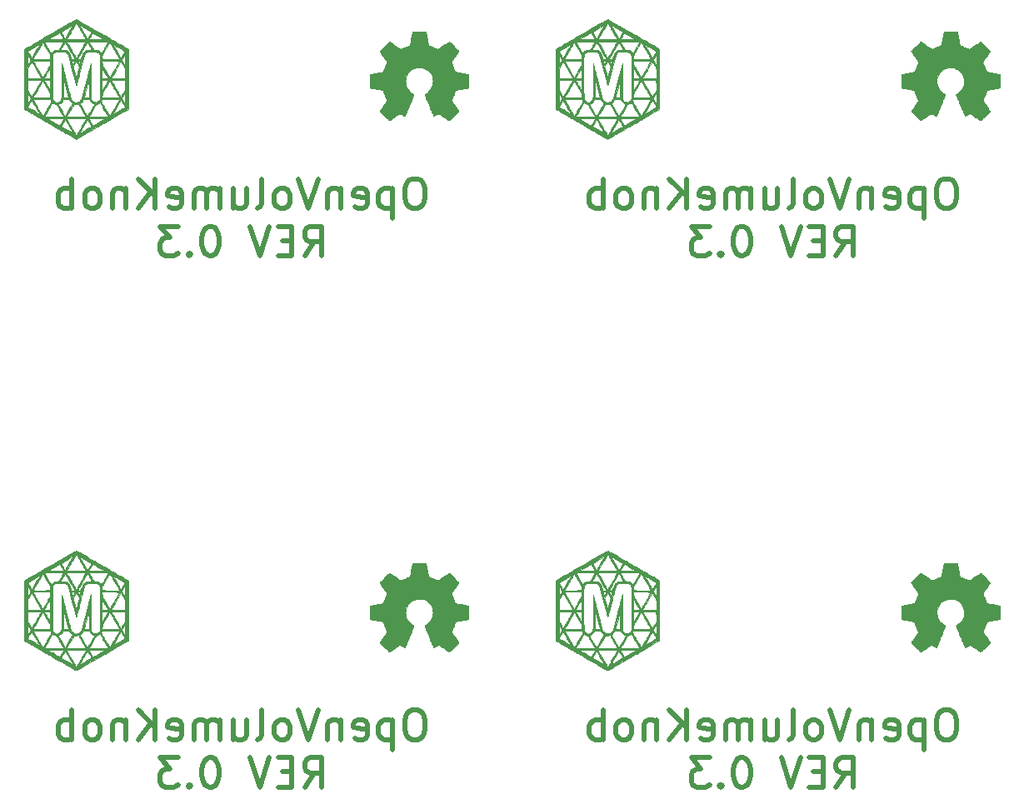
<source format=gbr>
%TF.GenerationSoftware,KiCad,Pcbnew,(6.0.0)*%
%TF.CreationDate,2022-01-01T21:56:51+01:00*%
%TF.ProjectId,VolumeKnob,566f6c75-6d65-44b6-9e6f-622e6b696361,rev?*%
%TF.SameCoordinates,Original*%
%TF.FileFunction,Legend,Bot*%
%TF.FilePolarity,Positive*%
%FSLAX46Y46*%
G04 Gerber Fmt 4.6, Leading zero omitted, Abs format (unit mm)*
G04 Created by KiCad (PCBNEW (6.0.0)) date 2022-01-01 21:56:51*
%MOMM*%
%LPD*%
G01*
G04 APERTURE LIST*
%ADD10C,0.500000*%
%ADD11C,0.010000*%
G04 APERTURE END LIST*
D10*
X67128568Y-59542139D02*
X66557139Y-59542139D01*
X66271425Y-59684997D01*
X65985711Y-59970711D01*
X65842854Y-60542139D01*
X65842854Y-61542139D01*
X65985711Y-62113568D01*
X66271425Y-62399282D01*
X66557139Y-62542139D01*
X67128568Y-62542139D01*
X67414282Y-62399282D01*
X67699997Y-62113568D01*
X67842854Y-61542139D01*
X67842854Y-60542139D01*
X67699997Y-59970711D01*
X67414282Y-59684997D01*
X67128568Y-59542139D01*
X64557139Y-60542139D02*
X64557139Y-63542139D01*
X64557139Y-60684997D02*
X64271425Y-60542139D01*
X63699997Y-60542139D01*
X63414282Y-60684997D01*
X63271425Y-60827854D01*
X63128568Y-61113568D01*
X63128568Y-61970711D01*
X63271425Y-62256425D01*
X63414282Y-62399282D01*
X63699997Y-62542139D01*
X64271425Y-62542139D01*
X64557139Y-62399282D01*
X60699997Y-62399282D02*
X60985711Y-62542139D01*
X61557139Y-62542139D01*
X61842854Y-62399282D01*
X61985711Y-62113568D01*
X61985711Y-60970711D01*
X61842854Y-60684997D01*
X61557139Y-60542139D01*
X60985711Y-60542139D01*
X60699997Y-60684997D01*
X60557139Y-60970711D01*
X60557139Y-61256425D01*
X61985711Y-61542139D01*
X59271425Y-60542139D02*
X59271425Y-62542139D01*
X59271425Y-60827854D02*
X59128568Y-60684997D01*
X58842854Y-60542139D01*
X58414282Y-60542139D01*
X58128568Y-60684997D01*
X57985711Y-60970711D01*
X57985711Y-62542139D01*
X56985711Y-59542139D02*
X55985711Y-62542139D01*
X54985711Y-59542139D01*
X53557139Y-62542139D02*
X53842854Y-62399282D01*
X53985711Y-62256425D01*
X54128568Y-61970711D01*
X54128568Y-61113568D01*
X53985711Y-60827854D01*
X53842854Y-60684997D01*
X53557139Y-60542139D01*
X53128568Y-60542139D01*
X52842854Y-60684997D01*
X52699997Y-60827854D01*
X52557139Y-61113568D01*
X52557139Y-61970711D01*
X52699997Y-62256425D01*
X52842854Y-62399282D01*
X53128568Y-62542139D01*
X53557139Y-62542139D01*
X50842854Y-62542139D02*
X51128568Y-62399282D01*
X51271425Y-62113568D01*
X51271425Y-59542139D01*
X48414282Y-60542139D02*
X48414282Y-62542139D01*
X49699997Y-60542139D02*
X49699997Y-62113568D01*
X49557139Y-62399282D01*
X49271425Y-62542139D01*
X48842854Y-62542139D01*
X48557139Y-62399282D01*
X48414282Y-62256425D01*
X46985711Y-62542139D02*
X46985711Y-60542139D01*
X46985711Y-60827854D02*
X46842854Y-60684997D01*
X46557139Y-60542139D01*
X46128568Y-60542139D01*
X45842854Y-60684997D01*
X45699997Y-60970711D01*
X45699997Y-62542139D01*
X45699997Y-60970711D02*
X45557139Y-60684997D01*
X45271425Y-60542139D01*
X44842854Y-60542139D01*
X44557139Y-60684997D01*
X44414282Y-60970711D01*
X44414282Y-62542139D01*
X41842854Y-62399282D02*
X42128568Y-62542139D01*
X42699997Y-62542139D01*
X42985711Y-62399282D01*
X43128568Y-62113568D01*
X43128568Y-60970711D01*
X42985711Y-60684997D01*
X42699997Y-60542139D01*
X42128568Y-60542139D01*
X41842854Y-60684997D01*
X41699997Y-60970711D01*
X41699997Y-61256425D01*
X43128568Y-61542139D01*
X40414282Y-62542139D02*
X40414282Y-59542139D01*
X38699997Y-62542139D02*
X39985711Y-60827854D01*
X38699997Y-59542139D02*
X40414282Y-61256425D01*
X37414282Y-60542139D02*
X37414282Y-62542139D01*
X37414282Y-60827854D02*
X37271425Y-60684997D01*
X36985711Y-60542139D01*
X36557139Y-60542139D01*
X36271425Y-60684997D01*
X36128568Y-60970711D01*
X36128568Y-62542139D01*
X34271425Y-62542139D02*
X34557139Y-62399282D01*
X34699997Y-62256425D01*
X34842854Y-61970711D01*
X34842854Y-61113568D01*
X34699997Y-60827854D01*
X34557139Y-60684997D01*
X34271425Y-60542139D01*
X33842854Y-60542139D01*
X33557139Y-60684997D01*
X33414282Y-60827854D01*
X33271425Y-61113568D01*
X33271425Y-61970711D01*
X33414282Y-62256425D01*
X33557139Y-62399282D01*
X33842854Y-62542139D01*
X34271425Y-62542139D01*
X31985711Y-62542139D02*
X31985711Y-59542139D01*
X31985711Y-60684997D02*
X31699997Y-60542139D01*
X31128568Y-60542139D01*
X30842854Y-60684997D01*
X30699997Y-60827854D01*
X30557139Y-61113568D01*
X30557139Y-61970711D01*
X30699997Y-62256425D01*
X30842854Y-62399282D01*
X31128568Y-62542139D01*
X31699997Y-62542139D01*
X31985711Y-62399282D01*
X55628568Y-67372139D02*
X56628568Y-65943568D01*
X57342854Y-67372139D02*
X57342854Y-64372139D01*
X56199997Y-64372139D01*
X55914282Y-64514997D01*
X55771425Y-64657854D01*
X55628568Y-64943568D01*
X55628568Y-65372139D01*
X55771425Y-65657854D01*
X55914282Y-65800711D01*
X56199997Y-65943568D01*
X57342854Y-65943568D01*
X54342854Y-65800711D02*
X53342854Y-65800711D01*
X52914282Y-67372139D02*
X54342854Y-67372139D01*
X54342854Y-64372139D01*
X52914282Y-64372139D01*
X52057139Y-64372139D02*
X51057139Y-67372139D01*
X50057139Y-64372139D01*
X46199997Y-64372139D02*
X45914282Y-64372139D01*
X45628568Y-64514997D01*
X45485711Y-64657854D01*
X45342854Y-64943568D01*
X45199997Y-65514997D01*
X45199997Y-66229282D01*
X45342854Y-66800711D01*
X45485711Y-67086425D01*
X45628568Y-67229282D01*
X45914282Y-67372139D01*
X46199997Y-67372139D01*
X46485711Y-67229282D01*
X46628568Y-67086425D01*
X46771425Y-66800711D01*
X46914282Y-66229282D01*
X46914282Y-65514997D01*
X46771425Y-64943568D01*
X46628568Y-64657854D01*
X46485711Y-64514997D01*
X46199997Y-64372139D01*
X43914282Y-67086425D02*
X43771425Y-67229282D01*
X43914282Y-67372139D01*
X44057139Y-67229282D01*
X43914282Y-67086425D01*
X43914282Y-67372139D01*
X42771425Y-64372139D02*
X40914282Y-64372139D01*
X41914282Y-65514997D01*
X41485711Y-65514997D01*
X41199997Y-65657854D01*
X41057139Y-65800711D01*
X40914282Y-66086425D01*
X40914282Y-66800711D01*
X41057139Y-67086425D01*
X41199997Y-67229282D01*
X41485711Y-67372139D01*
X42342854Y-67372139D01*
X42628568Y-67229282D01*
X42771425Y-67086425D01*
X121128575Y-113542145D02*
X120557146Y-113542145D01*
X120271432Y-113685003D01*
X119985718Y-113970717D01*
X119842861Y-114542145D01*
X119842861Y-115542145D01*
X119985718Y-116113574D01*
X120271432Y-116399288D01*
X120557146Y-116542145D01*
X121128575Y-116542145D01*
X121414289Y-116399288D01*
X121700004Y-116113574D01*
X121842861Y-115542145D01*
X121842861Y-114542145D01*
X121700004Y-113970717D01*
X121414289Y-113685003D01*
X121128575Y-113542145D01*
X118557146Y-114542145D02*
X118557146Y-117542145D01*
X118557146Y-114685003D02*
X118271432Y-114542145D01*
X117700004Y-114542145D01*
X117414289Y-114685003D01*
X117271432Y-114827860D01*
X117128575Y-115113574D01*
X117128575Y-115970717D01*
X117271432Y-116256431D01*
X117414289Y-116399288D01*
X117700004Y-116542145D01*
X118271432Y-116542145D01*
X118557146Y-116399288D01*
X114700004Y-116399288D02*
X114985718Y-116542145D01*
X115557146Y-116542145D01*
X115842861Y-116399288D01*
X115985718Y-116113574D01*
X115985718Y-114970717D01*
X115842861Y-114685003D01*
X115557146Y-114542145D01*
X114985718Y-114542145D01*
X114700004Y-114685003D01*
X114557146Y-114970717D01*
X114557146Y-115256431D01*
X115985718Y-115542145D01*
X113271432Y-114542145D02*
X113271432Y-116542145D01*
X113271432Y-114827860D02*
X113128575Y-114685003D01*
X112842861Y-114542145D01*
X112414289Y-114542145D01*
X112128575Y-114685003D01*
X111985718Y-114970717D01*
X111985718Y-116542145D01*
X110985718Y-113542145D02*
X109985718Y-116542145D01*
X108985718Y-113542145D01*
X107557146Y-116542145D02*
X107842861Y-116399288D01*
X107985718Y-116256431D01*
X108128575Y-115970717D01*
X108128575Y-115113574D01*
X107985718Y-114827860D01*
X107842861Y-114685003D01*
X107557146Y-114542145D01*
X107128575Y-114542145D01*
X106842861Y-114685003D01*
X106700004Y-114827860D01*
X106557146Y-115113574D01*
X106557146Y-115970717D01*
X106700004Y-116256431D01*
X106842861Y-116399288D01*
X107128575Y-116542145D01*
X107557146Y-116542145D01*
X104842861Y-116542145D02*
X105128575Y-116399288D01*
X105271432Y-116113574D01*
X105271432Y-113542145D01*
X102414289Y-114542145D02*
X102414289Y-116542145D01*
X103700004Y-114542145D02*
X103700004Y-116113574D01*
X103557146Y-116399288D01*
X103271432Y-116542145D01*
X102842861Y-116542145D01*
X102557146Y-116399288D01*
X102414289Y-116256431D01*
X100985718Y-116542145D02*
X100985718Y-114542145D01*
X100985718Y-114827860D02*
X100842861Y-114685003D01*
X100557146Y-114542145D01*
X100128575Y-114542145D01*
X99842861Y-114685003D01*
X99700004Y-114970717D01*
X99700004Y-116542145D01*
X99700004Y-114970717D02*
X99557146Y-114685003D01*
X99271432Y-114542145D01*
X98842861Y-114542145D01*
X98557146Y-114685003D01*
X98414289Y-114970717D01*
X98414289Y-116542145D01*
X95842861Y-116399288D02*
X96128575Y-116542145D01*
X96700004Y-116542145D01*
X96985718Y-116399288D01*
X97128575Y-116113574D01*
X97128575Y-114970717D01*
X96985718Y-114685003D01*
X96700004Y-114542145D01*
X96128575Y-114542145D01*
X95842861Y-114685003D01*
X95700004Y-114970717D01*
X95700004Y-115256431D01*
X97128575Y-115542145D01*
X94414289Y-116542145D02*
X94414289Y-113542145D01*
X92700004Y-116542145D02*
X93985718Y-114827860D01*
X92700004Y-113542145D02*
X94414289Y-115256431D01*
X91414289Y-114542145D02*
X91414289Y-116542145D01*
X91414289Y-114827860D02*
X91271432Y-114685003D01*
X90985718Y-114542145D01*
X90557146Y-114542145D01*
X90271432Y-114685003D01*
X90128575Y-114970717D01*
X90128575Y-116542145D01*
X88271432Y-116542145D02*
X88557146Y-116399288D01*
X88700004Y-116256431D01*
X88842861Y-115970717D01*
X88842861Y-115113574D01*
X88700004Y-114827860D01*
X88557146Y-114685003D01*
X88271432Y-114542145D01*
X87842861Y-114542145D01*
X87557146Y-114685003D01*
X87414289Y-114827860D01*
X87271432Y-115113574D01*
X87271432Y-115970717D01*
X87414289Y-116256431D01*
X87557146Y-116399288D01*
X87842861Y-116542145D01*
X88271432Y-116542145D01*
X85985718Y-116542145D02*
X85985718Y-113542145D01*
X85985718Y-114685003D02*
X85700004Y-114542145D01*
X85128575Y-114542145D01*
X84842861Y-114685003D01*
X84700004Y-114827860D01*
X84557146Y-115113574D01*
X84557146Y-115970717D01*
X84700004Y-116256431D01*
X84842861Y-116399288D01*
X85128575Y-116542145D01*
X85700004Y-116542145D01*
X85985718Y-116399288D01*
X109628575Y-121372145D02*
X110628575Y-119943574D01*
X111342861Y-121372145D02*
X111342861Y-118372145D01*
X110200004Y-118372145D01*
X109914289Y-118515003D01*
X109771432Y-118657860D01*
X109628575Y-118943574D01*
X109628575Y-119372145D01*
X109771432Y-119657860D01*
X109914289Y-119800717D01*
X110200004Y-119943574D01*
X111342861Y-119943574D01*
X108342861Y-119800717D02*
X107342861Y-119800717D01*
X106914289Y-121372145D02*
X108342861Y-121372145D01*
X108342861Y-118372145D01*
X106914289Y-118372145D01*
X106057146Y-118372145D02*
X105057146Y-121372145D01*
X104057146Y-118372145D01*
X100200004Y-118372145D02*
X99914289Y-118372145D01*
X99628575Y-118515003D01*
X99485718Y-118657860D01*
X99342861Y-118943574D01*
X99200004Y-119515003D01*
X99200004Y-120229288D01*
X99342861Y-120800717D01*
X99485718Y-121086431D01*
X99628575Y-121229288D01*
X99914289Y-121372145D01*
X100200004Y-121372145D01*
X100485718Y-121229288D01*
X100628575Y-121086431D01*
X100771432Y-120800717D01*
X100914289Y-120229288D01*
X100914289Y-119515003D01*
X100771432Y-118943574D01*
X100628575Y-118657860D01*
X100485718Y-118515003D01*
X100200004Y-118372145D01*
X97914289Y-121086431D02*
X97771432Y-121229288D01*
X97914289Y-121372145D01*
X98057146Y-121229288D01*
X97914289Y-121086431D01*
X97914289Y-121372145D01*
X96771432Y-118372145D02*
X94914289Y-118372145D01*
X95914289Y-119515003D01*
X95485718Y-119515003D01*
X95200004Y-119657860D01*
X95057146Y-119800717D01*
X94914289Y-120086431D01*
X94914289Y-120800717D01*
X95057146Y-121086431D01*
X95200004Y-121229288D01*
X95485718Y-121372145D01*
X96342861Y-121372145D01*
X96628575Y-121229288D01*
X96771432Y-121086431D01*
X67128568Y-113542145D02*
X66557139Y-113542145D01*
X66271425Y-113685003D01*
X65985711Y-113970717D01*
X65842854Y-114542145D01*
X65842854Y-115542145D01*
X65985711Y-116113574D01*
X66271425Y-116399288D01*
X66557139Y-116542145D01*
X67128568Y-116542145D01*
X67414282Y-116399288D01*
X67699997Y-116113574D01*
X67842854Y-115542145D01*
X67842854Y-114542145D01*
X67699997Y-113970717D01*
X67414282Y-113685003D01*
X67128568Y-113542145D01*
X64557139Y-114542145D02*
X64557139Y-117542145D01*
X64557139Y-114685003D02*
X64271425Y-114542145D01*
X63699997Y-114542145D01*
X63414282Y-114685003D01*
X63271425Y-114827860D01*
X63128568Y-115113574D01*
X63128568Y-115970717D01*
X63271425Y-116256431D01*
X63414282Y-116399288D01*
X63699997Y-116542145D01*
X64271425Y-116542145D01*
X64557139Y-116399288D01*
X60699997Y-116399288D02*
X60985711Y-116542145D01*
X61557139Y-116542145D01*
X61842854Y-116399288D01*
X61985711Y-116113574D01*
X61985711Y-114970717D01*
X61842854Y-114685003D01*
X61557139Y-114542145D01*
X60985711Y-114542145D01*
X60699997Y-114685003D01*
X60557139Y-114970717D01*
X60557139Y-115256431D01*
X61985711Y-115542145D01*
X59271425Y-114542145D02*
X59271425Y-116542145D01*
X59271425Y-114827860D02*
X59128568Y-114685003D01*
X58842854Y-114542145D01*
X58414282Y-114542145D01*
X58128568Y-114685003D01*
X57985711Y-114970717D01*
X57985711Y-116542145D01*
X56985711Y-113542145D02*
X55985711Y-116542145D01*
X54985711Y-113542145D01*
X53557139Y-116542145D02*
X53842854Y-116399288D01*
X53985711Y-116256431D01*
X54128568Y-115970717D01*
X54128568Y-115113574D01*
X53985711Y-114827860D01*
X53842854Y-114685003D01*
X53557139Y-114542145D01*
X53128568Y-114542145D01*
X52842854Y-114685003D01*
X52699997Y-114827860D01*
X52557139Y-115113574D01*
X52557139Y-115970717D01*
X52699997Y-116256431D01*
X52842854Y-116399288D01*
X53128568Y-116542145D01*
X53557139Y-116542145D01*
X50842854Y-116542145D02*
X51128568Y-116399288D01*
X51271425Y-116113574D01*
X51271425Y-113542145D01*
X48414282Y-114542145D02*
X48414282Y-116542145D01*
X49699997Y-114542145D02*
X49699997Y-116113574D01*
X49557139Y-116399288D01*
X49271425Y-116542145D01*
X48842854Y-116542145D01*
X48557139Y-116399288D01*
X48414282Y-116256431D01*
X46985711Y-116542145D02*
X46985711Y-114542145D01*
X46985711Y-114827860D02*
X46842854Y-114685003D01*
X46557139Y-114542145D01*
X46128568Y-114542145D01*
X45842854Y-114685003D01*
X45699997Y-114970717D01*
X45699997Y-116542145D01*
X45699997Y-114970717D02*
X45557139Y-114685003D01*
X45271425Y-114542145D01*
X44842854Y-114542145D01*
X44557139Y-114685003D01*
X44414282Y-114970717D01*
X44414282Y-116542145D01*
X41842854Y-116399288D02*
X42128568Y-116542145D01*
X42699997Y-116542145D01*
X42985711Y-116399288D01*
X43128568Y-116113574D01*
X43128568Y-114970717D01*
X42985711Y-114685003D01*
X42699997Y-114542145D01*
X42128568Y-114542145D01*
X41842854Y-114685003D01*
X41699997Y-114970717D01*
X41699997Y-115256431D01*
X43128568Y-115542145D01*
X40414282Y-116542145D02*
X40414282Y-113542145D01*
X38699997Y-116542145D02*
X39985711Y-114827860D01*
X38699997Y-113542145D02*
X40414282Y-115256431D01*
X37414282Y-114542145D02*
X37414282Y-116542145D01*
X37414282Y-114827860D02*
X37271425Y-114685003D01*
X36985711Y-114542145D01*
X36557139Y-114542145D01*
X36271425Y-114685003D01*
X36128568Y-114970717D01*
X36128568Y-116542145D01*
X34271425Y-116542145D02*
X34557139Y-116399288D01*
X34699997Y-116256431D01*
X34842854Y-115970717D01*
X34842854Y-115113574D01*
X34699997Y-114827860D01*
X34557139Y-114685003D01*
X34271425Y-114542145D01*
X33842854Y-114542145D01*
X33557139Y-114685003D01*
X33414282Y-114827860D01*
X33271425Y-115113574D01*
X33271425Y-115970717D01*
X33414282Y-116256431D01*
X33557139Y-116399288D01*
X33842854Y-116542145D01*
X34271425Y-116542145D01*
X31985711Y-116542145D02*
X31985711Y-113542145D01*
X31985711Y-114685003D02*
X31699997Y-114542145D01*
X31128568Y-114542145D01*
X30842854Y-114685003D01*
X30699997Y-114827860D01*
X30557139Y-115113574D01*
X30557139Y-115970717D01*
X30699997Y-116256431D01*
X30842854Y-116399288D01*
X31128568Y-116542145D01*
X31699997Y-116542145D01*
X31985711Y-116399288D01*
X55628568Y-121372145D02*
X56628568Y-119943574D01*
X57342854Y-121372145D02*
X57342854Y-118372145D01*
X56199997Y-118372145D01*
X55914282Y-118515003D01*
X55771425Y-118657860D01*
X55628568Y-118943574D01*
X55628568Y-119372145D01*
X55771425Y-119657860D01*
X55914282Y-119800717D01*
X56199997Y-119943574D01*
X57342854Y-119943574D01*
X54342854Y-119800717D02*
X53342854Y-119800717D01*
X52914282Y-121372145D02*
X54342854Y-121372145D01*
X54342854Y-118372145D01*
X52914282Y-118372145D01*
X52057139Y-118372145D02*
X51057139Y-121372145D01*
X50057139Y-118372145D01*
X46199997Y-118372145D02*
X45914282Y-118372145D01*
X45628568Y-118515003D01*
X45485711Y-118657860D01*
X45342854Y-118943574D01*
X45199997Y-119515003D01*
X45199997Y-120229288D01*
X45342854Y-120800717D01*
X45485711Y-121086431D01*
X45628568Y-121229288D01*
X45914282Y-121372145D01*
X46199997Y-121372145D01*
X46485711Y-121229288D01*
X46628568Y-121086431D01*
X46771425Y-120800717D01*
X46914282Y-120229288D01*
X46914282Y-119515003D01*
X46771425Y-118943574D01*
X46628568Y-118657860D01*
X46485711Y-118515003D01*
X46199997Y-118372145D01*
X43914282Y-121086431D02*
X43771425Y-121229288D01*
X43914282Y-121372145D01*
X44057139Y-121229288D01*
X43914282Y-121086431D01*
X43914282Y-121372145D01*
X42771425Y-118372145D02*
X40914282Y-118372145D01*
X41914282Y-119515003D01*
X41485711Y-119515003D01*
X41199997Y-119657860D01*
X41057139Y-119800717D01*
X40914282Y-120086431D01*
X40914282Y-120800717D01*
X41057139Y-121086431D01*
X41199997Y-121229288D01*
X41485711Y-121372145D01*
X42342854Y-121372145D01*
X42628568Y-121229288D01*
X42771425Y-121086431D01*
X121128575Y-59542139D02*
X120557146Y-59542139D01*
X120271432Y-59684997D01*
X119985718Y-59970711D01*
X119842861Y-60542139D01*
X119842861Y-61542139D01*
X119985718Y-62113568D01*
X120271432Y-62399282D01*
X120557146Y-62542139D01*
X121128575Y-62542139D01*
X121414289Y-62399282D01*
X121700004Y-62113568D01*
X121842861Y-61542139D01*
X121842861Y-60542139D01*
X121700004Y-59970711D01*
X121414289Y-59684997D01*
X121128575Y-59542139D01*
X118557146Y-60542139D02*
X118557146Y-63542139D01*
X118557146Y-60684997D02*
X118271432Y-60542139D01*
X117700004Y-60542139D01*
X117414289Y-60684997D01*
X117271432Y-60827854D01*
X117128575Y-61113568D01*
X117128575Y-61970711D01*
X117271432Y-62256425D01*
X117414289Y-62399282D01*
X117700004Y-62542139D01*
X118271432Y-62542139D01*
X118557146Y-62399282D01*
X114700004Y-62399282D02*
X114985718Y-62542139D01*
X115557146Y-62542139D01*
X115842861Y-62399282D01*
X115985718Y-62113568D01*
X115985718Y-60970711D01*
X115842861Y-60684997D01*
X115557146Y-60542139D01*
X114985718Y-60542139D01*
X114700004Y-60684997D01*
X114557146Y-60970711D01*
X114557146Y-61256425D01*
X115985718Y-61542139D01*
X113271432Y-60542139D02*
X113271432Y-62542139D01*
X113271432Y-60827854D02*
X113128575Y-60684997D01*
X112842861Y-60542139D01*
X112414289Y-60542139D01*
X112128575Y-60684997D01*
X111985718Y-60970711D01*
X111985718Y-62542139D01*
X110985718Y-59542139D02*
X109985718Y-62542139D01*
X108985718Y-59542139D01*
X107557146Y-62542139D02*
X107842861Y-62399282D01*
X107985718Y-62256425D01*
X108128575Y-61970711D01*
X108128575Y-61113568D01*
X107985718Y-60827854D01*
X107842861Y-60684997D01*
X107557146Y-60542139D01*
X107128575Y-60542139D01*
X106842861Y-60684997D01*
X106700004Y-60827854D01*
X106557146Y-61113568D01*
X106557146Y-61970711D01*
X106700004Y-62256425D01*
X106842861Y-62399282D01*
X107128575Y-62542139D01*
X107557146Y-62542139D01*
X104842861Y-62542139D02*
X105128575Y-62399282D01*
X105271432Y-62113568D01*
X105271432Y-59542139D01*
X102414289Y-60542139D02*
X102414289Y-62542139D01*
X103700004Y-60542139D02*
X103700004Y-62113568D01*
X103557146Y-62399282D01*
X103271432Y-62542139D01*
X102842861Y-62542139D01*
X102557146Y-62399282D01*
X102414289Y-62256425D01*
X100985718Y-62542139D02*
X100985718Y-60542139D01*
X100985718Y-60827854D02*
X100842861Y-60684997D01*
X100557146Y-60542139D01*
X100128575Y-60542139D01*
X99842861Y-60684997D01*
X99700004Y-60970711D01*
X99700004Y-62542139D01*
X99700004Y-60970711D02*
X99557146Y-60684997D01*
X99271432Y-60542139D01*
X98842861Y-60542139D01*
X98557146Y-60684997D01*
X98414289Y-60970711D01*
X98414289Y-62542139D01*
X95842861Y-62399282D02*
X96128575Y-62542139D01*
X96700004Y-62542139D01*
X96985718Y-62399282D01*
X97128575Y-62113568D01*
X97128575Y-60970711D01*
X96985718Y-60684997D01*
X96700004Y-60542139D01*
X96128575Y-60542139D01*
X95842861Y-60684997D01*
X95700004Y-60970711D01*
X95700004Y-61256425D01*
X97128575Y-61542139D01*
X94414289Y-62542139D02*
X94414289Y-59542139D01*
X92700004Y-62542139D02*
X93985718Y-60827854D01*
X92700004Y-59542139D02*
X94414289Y-61256425D01*
X91414289Y-60542139D02*
X91414289Y-62542139D01*
X91414289Y-60827854D02*
X91271432Y-60684997D01*
X90985718Y-60542139D01*
X90557146Y-60542139D01*
X90271432Y-60684997D01*
X90128575Y-60970711D01*
X90128575Y-62542139D01*
X88271432Y-62542139D02*
X88557146Y-62399282D01*
X88700004Y-62256425D01*
X88842861Y-61970711D01*
X88842861Y-61113568D01*
X88700004Y-60827854D01*
X88557146Y-60684997D01*
X88271432Y-60542139D01*
X87842861Y-60542139D01*
X87557146Y-60684997D01*
X87414289Y-60827854D01*
X87271432Y-61113568D01*
X87271432Y-61970711D01*
X87414289Y-62256425D01*
X87557146Y-62399282D01*
X87842861Y-62542139D01*
X88271432Y-62542139D01*
X85985718Y-62542139D02*
X85985718Y-59542139D01*
X85985718Y-60684997D02*
X85700004Y-60542139D01*
X85128575Y-60542139D01*
X84842861Y-60684997D01*
X84700004Y-60827854D01*
X84557146Y-61113568D01*
X84557146Y-61970711D01*
X84700004Y-62256425D01*
X84842861Y-62399282D01*
X85128575Y-62542139D01*
X85700004Y-62542139D01*
X85985718Y-62399282D01*
X109628575Y-67372139D02*
X110628575Y-65943568D01*
X111342861Y-67372139D02*
X111342861Y-64372139D01*
X110200004Y-64372139D01*
X109914289Y-64514997D01*
X109771432Y-64657854D01*
X109628575Y-64943568D01*
X109628575Y-65372139D01*
X109771432Y-65657854D01*
X109914289Y-65800711D01*
X110200004Y-65943568D01*
X111342861Y-65943568D01*
X108342861Y-65800711D02*
X107342861Y-65800711D01*
X106914289Y-67372139D02*
X108342861Y-67372139D01*
X108342861Y-64372139D01*
X106914289Y-64372139D01*
X106057146Y-64372139D02*
X105057146Y-67372139D01*
X104057146Y-64372139D01*
X100200004Y-64372139D02*
X99914289Y-64372139D01*
X99628575Y-64514997D01*
X99485718Y-64657854D01*
X99342861Y-64943568D01*
X99200004Y-65514997D01*
X99200004Y-66229282D01*
X99342861Y-66800711D01*
X99485718Y-67086425D01*
X99628575Y-67229282D01*
X99914289Y-67372139D01*
X100200004Y-67372139D01*
X100485718Y-67229282D01*
X100628575Y-67086425D01*
X100771432Y-66800711D01*
X100914289Y-66229282D01*
X100914289Y-65514997D01*
X100771432Y-64943568D01*
X100628575Y-64657854D01*
X100485718Y-64514997D01*
X100200004Y-64372139D01*
X97914289Y-67086425D02*
X97771432Y-67229282D01*
X97914289Y-67372139D01*
X98057146Y-67229282D01*
X97914289Y-67086425D01*
X97914289Y-67372139D01*
X96771432Y-64372139D02*
X94914289Y-64372139D01*
X95914289Y-65514997D01*
X95485718Y-65514997D01*
X95200004Y-65657854D01*
X95057146Y-65800711D01*
X94914289Y-66086425D01*
X94914289Y-66800711D01*
X95057146Y-67086425D01*
X95200004Y-67229282D01*
X95485718Y-67372139D01*
X96342861Y-67372139D01*
X96628575Y-67229282D01*
X96771432Y-67086425D01*
D11*
%TO.C,G\u002A\u002A\u002A*%
X86441834Y-43327129D02*
X86461865Y-43338563D01*
X86461865Y-43338563D02*
X86499886Y-43361739D01*
X86499886Y-43361739D02*
X86574029Y-43405564D01*
X86574029Y-43405564D02*
X86676357Y-43465398D01*
X86676357Y-43465398D02*
X86798933Y-43536599D01*
X86798933Y-43536599D02*
X86933404Y-43614287D01*
X86933404Y-43614287D02*
X87087555Y-43703164D01*
X87087555Y-43703164D02*
X87247759Y-43795625D01*
X87247759Y-43795625D02*
X87400539Y-43883886D01*
X87400539Y-43883886D02*
X87532418Y-43960161D01*
X87532418Y-43960161D02*
X87606504Y-44003079D01*
X87606504Y-44003079D02*
X87716715Y-44066862D01*
X87716715Y-44066862D02*
X87857025Y-44147868D01*
X87857025Y-44147868D02*
X88013466Y-44238043D01*
X88013466Y-44238043D02*
X88172071Y-44329334D01*
X88172071Y-44329334D02*
X88266904Y-44383845D01*
X88266904Y-44383845D02*
X88408562Y-44465319D01*
X88408562Y-44465319D02*
X88581731Y-44565067D01*
X88581731Y-44565067D02*
X88773957Y-44675906D01*
X88773957Y-44675906D02*
X88972789Y-44790656D01*
X88972789Y-44790656D02*
X89165774Y-44902135D01*
X89165774Y-44902135D02*
X89257504Y-44955167D01*
X89257504Y-44955167D02*
X89417628Y-45047756D01*
X89417628Y-45047756D02*
X89566850Y-45134009D01*
X89566850Y-45134009D02*
X89698423Y-45210030D01*
X89698423Y-45210030D02*
X89805600Y-45271922D01*
X89805600Y-45271922D02*
X89881635Y-45315787D01*
X89881635Y-45315787D02*
X89917904Y-45336655D01*
X89917904Y-45336655D02*
X89962414Y-45362283D01*
X89962414Y-45362283D02*
X90043067Y-45408860D01*
X90043067Y-45408860D02*
X90152047Y-45471868D01*
X90152047Y-45471868D02*
X90281540Y-45546789D01*
X90281540Y-45546789D02*
X90423734Y-45629106D01*
X90423734Y-45629106D02*
X90464004Y-45652426D01*
X90464004Y-45652426D02*
X90635898Y-45751913D01*
X90635898Y-45751913D02*
X90823199Y-45860208D01*
X90823199Y-45860208D02*
X91010583Y-45968459D01*
X91010583Y-45968459D02*
X91182731Y-46067813D01*
X91182731Y-46067813D02*
X91308656Y-46140399D01*
X91308656Y-46140399D02*
X91683408Y-46356231D01*
X91683408Y-46356231D02*
X91670504Y-52455041D01*
X91670504Y-52455041D02*
X91429204Y-52594814D01*
X91429204Y-52594814D02*
X91153324Y-52754581D01*
X91153324Y-52754581D02*
X90917849Y-52890861D01*
X90917849Y-52890861D02*
X90719254Y-53005682D01*
X90719254Y-53005682D02*
X90554018Y-53101071D01*
X90554018Y-53101071D02*
X90418616Y-53179056D01*
X90418616Y-53179056D02*
X90309525Y-53241665D01*
X90309525Y-53241665D02*
X90223221Y-53290926D01*
X90223221Y-53290926D02*
X90156182Y-53328865D01*
X90156182Y-53328865D02*
X90104884Y-53357511D01*
X90104884Y-53357511D02*
X90083004Y-53369548D01*
X90083004Y-53369548D02*
X90005407Y-53412828D01*
X90005407Y-53412828D02*
X89944767Y-53448217D01*
X89944767Y-53448217D02*
X89917904Y-53465484D01*
X89917904Y-53465484D02*
X89888646Y-53483896D01*
X89888646Y-53483896D02*
X89822762Y-53523178D01*
X89822762Y-53523178D02*
X89727709Y-53578953D01*
X89727709Y-53578953D02*
X89610943Y-53646845D01*
X89610943Y-53646845D02*
X89486104Y-53718920D01*
X89486104Y-53718920D02*
X89350552Y-53796935D01*
X89350552Y-53796935D02*
X89224728Y-53869371D01*
X89224728Y-53869371D02*
X89117477Y-53931135D01*
X89117477Y-53931135D02*
X89037644Y-53977132D01*
X89037644Y-53977132D02*
X88997154Y-54000491D01*
X88997154Y-54000491D02*
X88937341Y-54035051D01*
X88937341Y-54035051D02*
X88878045Y-54069297D01*
X88878045Y-54069297D02*
X88812900Y-54106902D01*
X88812900Y-54106902D02*
X88735537Y-54151538D01*
X88735537Y-54151538D02*
X88639590Y-54206880D01*
X88639590Y-54206880D02*
X88518692Y-54276599D01*
X88518692Y-54276599D02*
X88366475Y-54364370D01*
X88366475Y-54364370D02*
X88178004Y-54473039D01*
X88178004Y-54473039D02*
X87909480Y-54627867D01*
X87909480Y-54627867D02*
X87680956Y-54759646D01*
X87680956Y-54759646D02*
X87488419Y-54870695D01*
X87488419Y-54870695D02*
X87327858Y-54963335D01*
X87327858Y-54963335D02*
X87195260Y-55039883D01*
X87195260Y-55039883D02*
X87086612Y-55102661D01*
X87086612Y-55102661D02*
X86997903Y-55153987D01*
X86997903Y-55153987D02*
X86925120Y-55196182D01*
X86925120Y-55196182D02*
X86864252Y-55231564D01*
X86864252Y-55231564D02*
X86811284Y-55262454D01*
X86811284Y-55262454D02*
X86762207Y-55291171D01*
X86762207Y-55291171D02*
X86717504Y-55317394D01*
X86717504Y-55317394D02*
X86621306Y-55373577D01*
X86621306Y-55373577D02*
X86536600Y-55422523D01*
X86536600Y-55422523D02*
X86476616Y-55456606D01*
X86476616Y-55456606D02*
X86461524Y-55464899D01*
X86461524Y-55464899D02*
X86433300Y-55473471D01*
X86433300Y-55473471D02*
X86395938Y-55468761D01*
X86395938Y-55468761D02*
X86341164Y-55447471D01*
X86341164Y-55447471D02*
X86260706Y-55406307D01*
X86260706Y-55406307D02*
X86146290Y-55341973D01*
X86146290Y-55341973D02*
X86131324Y-55333368D01*
X86131324Y-55333368D02*
X85839161Y-55165121D01*
X85839161Y-55165121D02*
X85587172Y-55019963D01*
X85587172Y-55019963D02*
X85371490Y-54895664D01*
X85371490Y-54895664D02*
X85188251Y-54789994D01*
X85188251Y-54789994D02*
X85033586Y-54700722D01*
X85033586Y-54700722D02*
X84903630Y-54625619D01*
X84903630Y-54625619D02*
X84794516Y-54562455D01*
X84794516Y-54562455D02*
X84761704Y-54543434D01*
X84761704Y-54543434D02*
X84652997Y-54480534D01*
X84652997Y-54480534D02*
X84513714Y-54400156D01*
X84513714Y-54400156D02*
X84357354Y-54310078D01*
X84357354Y-54310078D02*
X84197417Y-54218079D01*
X84197417Y-54218079D02*
X84143254Y-54186968D01*
X84143254Y-54186968D02*
X84876004Y-54186968D01*
X84876004Y-54186968D02*
X84896745Y-54210029D01*
X84896745Y-54210029D02*
X84952848Y-54251182D01*
X84952848Y-54251182D02*
X85035134Y-54304092D01*
X85035134Y-54304092D02*
X85110954Y-54349086D01*
X85110954Y-54349086D02*
X85218406Y-54410914D01*
X85218406Y-54410914D02*
X85354993Y-54489709D01*
X85354993Y-54489709D02*
X85505921Y-54576925D01*
X85505921Y-54576925D02*
X85656396Y-54664018D01*
X85656396Y-54664018D02*
X85714204Y-54697520D01*
X85714204Y-54697520D02*
X85836263Y-54768159D01*
X85836263Y-54768159D02*
X85941790Y-54828980D01*
X85941790Y-54828980D02*
X86023483Y-54875796D01*
X86023483Y-54875796D02*
X86074044Y-54904419D01*
X86074044Y-54904419D02*
X86087144Y-54911429D01*
X86087144Y-54911429D02*
X86077827Y-54891096D01*
X86077827Y-54891096D02*
X86048981Y-54836369D01*
X86048981Y-54836369D02*
X86005891Y-54757178D01*
X86005891Y-54757178D02*
X85982563Y-54714947D01*
X85982563Y-54714947D02*
X85925665Y-54613035D01*
X85925665Y-54613035D02*
X85871339Y-54516811D01*
X85871339Y-54516811D02*
X85829217Y-54443307D01*
X85829217Y-54443307D02*
X85820968Y-54429197D01*
X85820968Y-54429197D02*
X85748942Y-54306132D01*
X85748942Y-54306132D02*
X85668226Y-54166923D01*
X85668226Y-54166923D02*
X85586450Y-54024851D01*
X85586450Y-54024851D02*
X85511245Y-53893198D01*
X85511245Y-53893198D02*
X85450242Y-53785245D01*
X85450242Y-53785245D02*
X85426948Y-53743397D01*
X85426948Y-53743397D02*
X85378122Y-53658501D01*
X85378122Y-53658501D02*
X85331790Y-53583814D01*
X85331790Y-53583814D02*
X85305616Y-53545898D01*
X85305616Y-53545898D02*
X85261372Y-53488099D01*
X85261372Y-53488099D02*
X85224984Y-53558598D01*
X85224984Y-53558598D02*
X85163526Y-53673723D01*
X85163526Y-53673723D02*
X85090382Y-53804924D01*
X85090382Y-53804924D02*
X85016724Y-53932546D01*
X85016724Y-53932546D02*
X84953723Y-54036930D01*
X84953723Y-54036930D02*
X84947500Y-54046819D01*
X84947500Y-54046819D02*
X84906913Y-54115768D01*
X84906913Y-54115768D02*
X84881007Y-54169085D01*
X84881007Y-54169085D02*
X84876004Y-54186968D01*
X84876004Y-54186968D02*
X84143254Y-54186968D01*
X84143254Y-54186968D02*
X84088604Y-54155578D01*
X84088604Y-54155578D02*
X83955994Y-54079257D01*
X83955994Y-54079257D02*
X83837938Y-54010923D01*
X83837938Y-54010923D02*
X83741765Y-53954848D01*
X83741765Y-53954848D02*
X83674804Y-53915306D01*
X83674804Y-53915306D02*
X83644385Y-53896573D01*
X83644385Y-53896573D02*
X83644104Y-53896369D01*
X83644104Y-53896369D02*
X83609538Y-53874923D01*
X83609538Y-53874923D02*
X83545323Y-53838005D01*
X83545323Y-53838005D02*
X83479004Y-53801127D01*
X83479004Y-53801127D02*
X83417047Y-53766489D01*
X83417047Y-53766489D02*
X83319997Y-53711424D01*
X83319997Y-53711424D02*
X83196693Y-53641011D01*
X83196693Y-53641011D02*
X83055972Y-53560330D01*
X83055972Y-53560330D02*
X82906673Y-53474459D01*
X82906673Y-53474459D02*
X82822498Y-53425897D01*
X82822498Y-53425897D02*
X83504409Y-53425897D01*
X83504409Y-53425897D02*
X83739356Y-53560150D01*
X83739356Y-53560150D02*
X83846885Y-53621752D01*
X83846885Y-53621752D02*
X83983554Y-53700282D01*
X83983554Y-53700282D02*
X84134541Y-53787211D01*
X84134541Y-53787211D02*
X84285025Y-53874011D01*
X84285025Y-53874011D02*
X84342354Y-53907129D01*
X84342354Y-53907129D02*
X84465264Y-53977023D01*
X84465264Y-53977023D02*
X84572797Y-54036003D01*
X84572797Y-54036003D02*
X84657372Y-54080085D01*
X84657372Y-54080085D02*
X84711405Y-54105284D01*
X84711405Y-54105284D02*
X84727279Y-54109425D01*
X84727279Y-54109425D02*
X84747714Y-54083547D01*
X84747714Y-54083547D02*
X84784732Y-54026014D01*
X84784732Y-54026014D02*
X84828182Y-53952946D01*
X84828182Y-53952946D02*
X84876386Y-53869032D01*
X84876386Y-53869032D02*
X84917911Y-53796520D01*
X84917911Y-53796520D02*
X84940937Y-53756097D01*
X84940937Y-53756097D02*
X84969227Y-53707237D01*
X84969227Y-53707237D02*
X85012911Y-53633009D01*
X85012911Y-53633009D02*
X85050991Y-53568869D01*
X85050991Y-53568869D02*
X85091749Y-53496581D01*
X85091749Y-53496581D02*
X85117342Y-53443452D01*
X85117342Y-53443452D02*
X85121512Y-53425897D01*
X85121512Y-53425897D02*
X85418032Y-53425897D01*
X85418032Y-53425897D02*
X85645788Y-53819597D01*
X85645788Y-53819597D02*
X85727269Y-53961091D01*
X85727269Y-53961091D02*
X85807015Y-54100725D01*
X85807015Y-54100725D02*
X85878559Y-54227094D01*
X85878559Y-54227094D02*
X85935436Y-54328794D01*
X85935436Y-54328794D02*
X85962627Y-54378397D01*
X85962627Y-54378397D02*
X86010643Y-54464965D01*
X86010643Y-54464965D02*
X86053027Y-54537142D01*
X86053027Y-54537142D02*
X86081069Y-54580131D01*
X86081069Y-54580131D02*
X86082215Y-54581597D01*
X86082215Y-54581597D02*
X86109726Y-54622720D01*
X86109726Y-54622720D02*
X86151824Y-54692978D01*
X86151824Y-54692978D02*
X86196574Y-54772097D01*
X86196574Y-54772097D02*
X86273863Y-54910205D01*
X86273863Y-54910205D02*
X86332397Y-55006772D01*
X86332397Y-55006772D02*
X86376479Y-55065520D01*
X86376479Y-55065520D02*
X86410414Y-55090170D01*
X86410414Y-55090170D02*
X86438506Y-55084448D01*
X86438506Y-55084448D02*
X86465058Y-55052074D01*
X86465058Y-55052074D02*
X86482894Y-55019747D01*
X86482894Y-55019747D02*
X86520480Y-54949614D01*
X86520480Y-54949614D02*
X86537838Y-54918780D01*
X86537838Y-54918780D02*
X86725609Y-54918780D01*
X86725609Y-54918780D02*
X86810456Y-54867467D01*
X86810456Y-54867467D02*
X86856507Y-54840294D01*
X86856507Y-54840294D02*
X86939181Y-54792193D01*
X86939181Y-54792193D02*
X87051014Y-54727478D01*
X87051014Y-54727478D02*
X87184543Y-54650465D01*
X87184543Y-54650465D02*
X87332306Y-54565467D01*
X87332306Y-54565467D02*
X87416004Y-54517414D01*
X87416004Y-54517414D02*
X87562884Y-54433046D01*
X87562884Y-54433046D02*
X87694503Y-54357257D01*
X87694503Y-54357257D02*
X87804645Y-54293640D01*
X87804645Y-54293640D02*
X87887092Y-54245793D01*
X87887092Y-54245793D02*
X87935627Y-54217309D01*
X87935627Y-54217309D02*
X87946011Y-54210910D01*
X87946011Y-54210910D02*
X87937289Y-54187408D01*
X87937289Y-54187408D02*
X87907214Y-54127375D01*
X87907214Y-54127375D02*
X87859757Y-54038316D01*
X87859757Y-54038316D02*
X87798893Y-53927736D01*
X87798893Y-53927736D02*
X87751554Y-53843515D01*
X87751554Y-53843515D02*
X87675863Y-53710480D01*
X87675863Y-53710480D02*
X87620828Y-53616482D01*
X87620828Y-53616482D02*
X87582217Y-53556267D01*
X87582217Y-53556267D02*
X87555801Y-53524584D01*
X87555801Y-53524584D02*
X87537352Y-53516181D01*
X87537352Y-53516181D02*
X87522639Y-53525805D01*
X87522639Y-53525805D02*
X87510193Y-53543789D01*
X87510193Y-53543789D02*
X87482542Y-53589625D01*
X87482542Y-53589625D02*
X87436446Y-53667890D01*
X87436446Y-53667890D02*
X87378725Y-53766941D01*
X87378725Y-53766941D02*
X87326245Y-53857697D01*
X87326245Y-53857697D02*
X87253580Y-53983675D01*
X87253580Y-53983675D02*
X87166805Y-54133912D01*
X87166805Y-54133912D02*
X87077297Y-54288719D01*
X87077297Y-54288719D02*
X87003334Y-54416497D01*
X87003334Y-54416497D02*
X86933736Y-54537477D01*
X86933736Y-54537477D02*
X86868942Y-54651603D01*
X86868942Y-54651603D02*
X86815518Y-54747212D01*
X86815518Y-54747212D02*
X86780028Y-54812642D01*
X86780028Y-54812642D02*
X86776192Y-54820038D01*
X86776192Y-54820038D02*
X86725609Y-54918780D01*
X86725609Y-54918780D02*
X86537838Y-54918780D01*
X86537838Y-54918780D02*
X86565132Y-54870298D01*
X86565132Y-54870298D02*
X86570530Y-54860997D01*
X86570530Y-54860997D02*
X86624275Y-54768593D01*
X86624275Y-54768593D02*
X86691872Y-54652057D01*
X86691872Y-54652057D02*
X86768431Y-54519854D01*
X86768431Y-54519854D02*
X86849063Y-54380448D01*
X86849063Y-54380448D02*
X86928877Y-54242300D01*
X86928877Y-54242300D02*
X87002984Y-54113877D01*
X87002984Y-54113877D02*
X87066494Y-54003640D01*
X87066494Y-54003640D02*
X87114517Y-53920054D01*
X87114517Y-53920054D02*
X87142165Y-53871583D01*
X87142165Y-53871583D02*
X87142832Y-53870397D01*
X87142832Y-53870397D02*
X87179526Y-53807134D01*
X87179526Y-53807134D02*
X87207685Y-53762010D01*
X87207685Y-53762010D02*
X87211852Y-53756097D01*
X87211852Y-53756097D02*
X87240512Y-53711322D01*
X87240512Y-53711322D02*
X87278321Y-53644130D01*
X87278321Y-53644130D02*
X87318344Y-53568067D01*
X87318344Y-53568067D02*
X87353646Y-53496675D01*
X87353646Y-53496675D02*
X87377290Y-53443500D01*
X87377290Y-53443500D02*
X87381433Y-53427507D01*
X87381433Y-53427507D02*
X87695404Y-53427507D01*
X87695404Y-53427507D02*
X87707215Y-53453585D01*
X87707215Y-53453585D02*
X87739165Y-53513670D01*
X87739165Y-53513670D02*
X87786025Y-53598608D01*
X87786025Y-53598608D02*
X87842570Y-53699246D01*
X87842570Y-53699246D02*
X87903570Y-53806428D01*
X87903570Y-53806428D02*
X87963800Y-53911001D01*
X87963800Y-53911001D02*
X88018031Y-54003811D01*
X88018031Y-54003811D02*
X88061036Y-54075703D01*
X88061036Y-54075703D02*
X88087589Y-54117523D01*
X88087589Y-54117523D02*
X88093349Y-54124397D01*
X88093349Y-54124397D02*
X88116989Y-54112247D01*
X88116989Y-54112247D02*
X88177279Y-54078531D01*
X88177279Y-54078531D02*
X88267027Y-54027344D01*
X88267027Y-54027344D02*
X88379045Y-53962786D01*
X88379045Y-53962786D02*
X88489234Y-53898806D01*
X88489234Y-53898806D02*
X88636631Y-53813147D01*
X88636631Y-53813147D02*
X88788888Y-53725013D01*
X88788888Y-53725013D02*
X88932290Y-53642320D01*
X88932290Y-53642320D02*
X89053119Y-53572986D01*
X89053119Y-53572986D02*
X89105104Y-53543346D01*
X89105104Y-53543346D02*
X89333704Y-53413477D01*
X89333704Y-53413477D02*
X88514554Y-53413337D01*
X88514554Y-53413337D02*
X88316356Y-53413729D01*
X88316356Y-53413729D02*
X88135436Y-53414907D01*
X88135436Y-53414907D02*
X87977780Y-53416768D01*
X87977780Y-53416768D02*
X87849378Y-53419207D01*
X87849378Y-53419207D02*
X87756216Y-53422121D01*
X87756216Y-53422121D02*
X87704283Y-53425406D01*
X87704283Y-53425406D02*
X87695404Y-53427507D01*
X87695404Y-53427507D02*
X87381433Y-53427507D01*
X87381433Y-53427507D02*
X87382781Y-53422307D01*
X87382781Y-53422307D02*
X87356081Y-53420313D01*
X87356081Y-53420313D02*
X87284138Y-53418795D01*
X87284138Y-53418795D02*
X87172505Y-53417771D01*
X87172505Y-53417771D02*
X87026737Y-53417257D01*
X87026737Y-53417257D02*
X86852387Y-53417271D01*
X86852387Y-53417271D02*
X86655009Y-53417830D01*
X86655009Y-53417830D02*
X86440159Y-53418951D01*
X86440159Y-53418951D02*
X86395549Y-53419245D01*
X86395549Y-53419245D02*
X85418032Y-53425897D01*
X85418032Y-53425897D02*
X85121512Y-53425897D01*
X85121512Y-53425897D02*
X85122330Y-53422457D01*
X85122330Y-53422457D02*
X85095432Y-53420220D01*
X85095432Y-53420220D02*
X85023882Y-53418574D01*
X85023882Y-53418574D02*
X84913823Y-53417543D01*
X84913823Y-53417543D02*
X84771400Y-53417152D01*
X84771400Y-53417152D02*
X84602757Y-53417426D01*
X84602757Y-53417426D02*
X84414039Y-53418389D01*
X84414039Y-53418389D02*
X84308377Y-53419184D01*
X84308377Y-53419184D02*
X83504409Y-53425897D01*
X83504409Y-53425897D02*
X82822498Y-53425897D01*
X82822498Y-53425897D02*
X82757635Y-53388477D01*
X82757635Y-53388477D02*
X82617697Y-53307466D01*
X82617697Y-53307466D02*
X82495698Y-53236502D01*
X82495698Y-53236502D02*
X82480671Y-53227716D01*
X82480671Y-53227716D02*
X83185315Y-53227716D01*
X83185315Y-53227716D02*
X83198071Y-53236494D01*
X83198071Y-53236494D02*
X83231711Y-53243665D01*
X83231711Y-53243665D02*
X83290381Y-53249369D01*
X83290381Y-53249369D02*
X83378225Y-53253745D01*
X83378225Y-53253745D02*
X83499388Y-53256935D01*
X83499388Y-53256935D02*
X83658014Y-53259077D01*
X83658014Y-53259077D02*
X83858250Y-53260313D01*
X83858250Y-53260313D02*
X84104238Y-53260782D01*
X84104238Y-53260782D02*
X84164006Y-53260797D01*
X84164006Y-53260797D02*
X85408099Y-53260797D01*
X85408099Y-53260797D02*
X87415136Y-53260797D01*
X87415136Y-53260797D02*
X87665860Y-53260797D01*
X87665860Y-53260797D02*
X88626782Y-53260408D01*
X88626782Y-53260408D02*
X88843770Y-53259766D01*
X88843770Y-53259766D02*
X89045400Y-53258109D01*
X89045400Y-53258109D02*
X89225880Y-53255562D01*
X89225880Y-53255562D02*
X89379416Y-53252254D01*
X89379416Y-53252254D02*
X89500217Y-53248313D01*
X89500217Y-53248313D02*
X89582489Y-53243867D01*
X89582489Y-53243867D02*
X89620440Y-53239043D01*
X89620440Y-53239043D02*
X89621728Y-53238453D01*
X89621728Y-53238453D02*
X89632895Y-53230498D01*
X89632895Y-53230498D02*
X89638981Y-53219678D01*
X89638981Y-53219678D02*
X89637515Y-53201064D01*
X89637515Y-53201064D02*
X89626024Y-53169728D01*
X89626024Y-53169728D02*
X89602038Y-53120740D01*
X89602038Y-53120740D02*
X89563084Y-53049170D01*
X89563084Y-53049170D02*
X89506691Y-52950090D01*
X89506691Y-52950090D02*
X89430387Y-52818569D01*
X89430387Y-52818569D02*
X89331701Y-52649680D01*
X89331701Y-52649680D02*
X89295435Y-52587697D01*
X89295435Y-52587697D02*
X89208880Y-52439425D01*
X89208880Y-52439425D02*
X89123299Y-52292207D01*
X89123299Y-52292207D02*
X89045023Y-52156982D01*
X89045023Y-52156982D02*
X88980387Y-52044688D01*
X88980387Y-52044688D02*
X88938815Y-51971747D01*
X88938815Y-51971747D02*
X88889939Y-51887511D01*
X88889939Y-51887511D02*
X88850304Y-51823522D01*
X88850304Y-51823522D02*
X88826420Y-51790136D01*
X88826420Y-51790136D02*
X88823031Y-51787597D01*
X88823031Y-51787597D02*
X88795652Y-51800062D01*
X88795652Y-51800062D02*
X88746620Y-51829922D01*
X88746620Y-51829922D02*
X88684444Y-51862553D01*
X88684444Y-51862553D02*
X88598456Y-51898256D01*
X88598456Y-51898256D02*
X88550737Y-51915046D01*
X88550737Y-51915046D02*
X88494220Y-51934826D01*
X88494220Y-51934826D02*
X88451446Y-51956893D01*
X88451446Y-51956893D02*
X88414500Y-51989915D01*
X88414500Y-51989915D02*
X88375465Y-52042559D01*
X88375465Y-52042559D02*
X88326426Y-52123493D01*
X88326426Y-52123493D02*
X88270418Y-52221971D01*
X88270418Y-52221971D02*
X88191896Y-52359978D01*
X88191896Y-52359978D02*
X88095841Y-52527032D01*
X88095841Y-52527032D02*
X87990729Y-52708539D01*
X87990729Y-52708539D02*
X87885032Y-52889906D01*
X87885032Y-52889906D02*
X87787225Y-53056542D01*
X87787225Y-53056542D02*
X87715104Y-53178247D01*
X87715104Y-53178247D02*
X87665860Y-53260797D01*
X87665860Y-53260797D02*
X87415136Y-53260797D01*
X87415136Y-53260797D02*
X87368265Y-53178247D01*
X87368265Y-53178247D02*
X87338438Y-53126324D01*
X87338438Y-53126324D02*
X87289149Y-53041191D01*
X87289149Y-53041191D02*
X87226576Y-52933489D01*
X87226576Y-52933489D02*
X87156896Y-52813865D01*
X87156896Y-52813865D02*
X87136421Y-52778771D01*
X87136421Y-52778771D02*
X87066219Y-52658338D01*
X87066219Y-52658338D02*
X87001711Y-52547401D01*
X87001711Y-52547401D02*
X86948948Y-52456381D01*
X86948948Y-52456381D02*
X86913979Y-52395702D01*
X86913979Y-52395702D02*
X86907918Y-52385071D01*
X86907918Y-52385071D02*
X86868264Y-52316147D01*
X86868264Y-52316147D02*
X86818406Y-52230776D01*
X86818406Y-52230776D02*
X86796715Y-52193997D01*
X86796715Y-52193997D02*
X86748443Y-52110466D01*
X86748443Y-52110466D02*
X86704474Y-52031149D01*
X86704474Y-52031149D02*
X86689854Y-52003497D01*
X86689854Y-52003497D02*
X86650665Y-51927297D01*
X86650665Y-51927297D02*
X86409418Y-51929695D01*
X86409418Y-51929695D02*
X86168172Y-51932093D01*
X86168172Y-51932093D02*
X85957835Y-52297995D01*
X85957835Y-52297995D02*
X85874196Y-52443250D01*
X85874196Y-52443250D02*
X85786935Y-52594386D01*
X85786935Y-52594386D02*
X85704562Y-52736685D01*
X85704562Y-52736685D02*
X85635593Y-52855428D01*
X85635593Y-52855428D02*
X85613978Y-52892497D01*
X85613978Y-52892497D02*
X85553787Y-52996305D01*
X85553787Y-52996305D02*
X85499738Y-53090872D01*
X85499738Y-53090872D02*
X85459310Y-53163046D01*
X85459310Y-53163046D02*
X85444279Y-53190947D01*
X85444279Y-53190947D02*
X85408099Y-53260797D01*
X85408099Y-53260797D02*
X84164006Y-53260797D01*
X84164006Y-53260797D02*
X84379887Y-53260449D01*
X84379887Y-53260449D02*
X84578965Y-53259460D01*
X84578965Y-53259460D02*
X84755725Y-53257907D01*
X84755725Y-53257907D02*
X84904654Y-53255868D01*
X84904654Y-53255868D02*
X85020238Y-53253422D01*
X85020238Y-53253422D02*
X85096962Y-53250647D01*
X85096962Y-53250647D02*
X85129313Y-53247620D01*
X85129313Y-53247620D02*
X85130004Y-53247101D01*
X85130004Y-53247101D02*
X85117919Y-53221498D01*
X85117919Y-53221498D02*
X85084603Y-53159958D01*
X85084603Y-53159958D02*
X85034464Y-53070399D01*
X85034464Y-53070399D02*
X84971909Y-52960740D01*
X84971909Y-52960740D02*
X84935617Y-52897851D01*
X84935617Y-52897851D02*
X84858340Y-52764238D01*
X84858340Y-52764238D02*
X84781312Y-52630672D01*
X84781312Y-52630672D02*
X84712218Y-52510510D01*
X84712218Y-52510510D02*
X84658748Y-52417106D01*
X84658748Y-52417106D02*
X84647412Y-52397197D01*
X84647412Y-52397197D02*
X84561647Y-52246375D01*
X84561647Y-52246375D02*
X84496433Y-52133554D01*
X84496433Y-52133554D02*
X84446968Y-52052710D01*
X84446968Y-52052710D02*
X84408448Y-51997823D01*
X84408448Y-51997823D02*
X84376073Y-51962870D01*
X84376073Y-51962870D02*
X84345040Y-51941830D01*
X84345040Y-51941830D02*
X84342564Y-51940886D01*
X84342564Y-51940886D02*
X84587352Y-51940886D01*
X84587352Y-51940886D02*
X84588328Y-51971070D01*
X84588328Y-51971070D02*
X84611874Y-52031005D01*
X84611874Y-52031005D02*
X84652916Y-52107827D01*
X84652916Y-52107827D02*
X84653774Y-52109268D01*
X84653774Y-52109268D02*
X84819938Y-52390979D01*
X84819938Y-52390979D02*
X84988702Y-52682536D01*
X84988702Y-52682536D02*
X85131876Y-52934591D01*
X85131876Y-52934591D02*
X85187403Y-53032459D01*
X85187403Y-53032459D02*
X85233004Y-53111029D01*
X85233004Y-53111029D02*
X85263535Y-53161554D01*
X85263535Y-53161554D02*
X85273831Y-53175891D01*
X85273831Y-53175891D02*
X85287323Y-53153709D01*
X85287323Y-53153709D02*
X85321507Y-53095582D01*
X85321507Y-53095582D02*
X85371678Y-53009562D01*
X85371678Y-53009562D02*
X85433130Y-52903698D01*
X85433130Y-52903698D02*
X85454321Y-52867097D01*
X85454321Y-52867097D02*
X85536855Y-52724458D01*
X85536855Y-52724458D02*
X85633164Y-52558012D01*
X85633164Y-52558012D02*
X85731581Y-52387924D01*
X85731581Y-52387924D02*
X85820439Y-52234355D01*
X85820439Y-52234355D02*
X85824844Y-52226742D01*
X85824844Y-52226742D02*
X85892180Y-52109119D01*
X85892180Y-52109119D02*
X85949381Y-52006816D01*
X85949381Y-52006816D02*
X85992020Y-51927938D01*
X85992020Y-51927938D02*
X86015675Y-51880589D01*
X86015675Y-51880589D02*
X86016787Y-51877430D01*
X86016787Y-51877430D02*
X86781021Y-51877430D01*
X86781021Y-51877430D02*
X86840308Y-51965863D01*
X86840308Y-51965863D02*
X86884338Y-52035469D01*
X86884338Y-52035469D02*
X86939522Y-52128012D01*
X86939522Y-52128012D02*
X86986350Y-52210018D01*
X86986350Y-52210018D02*
X87078511Y-52374385D01*
X87078511Y-52374385D02*
X87171075Y-52537549D01*
X87171075Y-52537549D02*
X87260556Y-52693555D01*
X87260556Y-52693555D02*
X87343470Y-52836447D01*
X87343470Y-52836447D02*
X87416334Y-52960271D01*
X87416334Y-52960271D02*
X87475663Y-53059071D01*
X87475663Y-53059071D02*
X87517973Y-53126893D01*
X87517973Y-53126893D02*
X87539780Y-53157780D01*
X87539780Y-53157780D02*
X87541578Y-53159036D01*
X87541578Y-53159036D02*
X87562233Y-53139219D01*
X87562233Y-53139219D02*
X87595503Y-53090383D01*
X87595503Y-53090383D02*
X87603820Y-53076486D01*
X87603820Y-53076486D02*
X87636030Y-53020712D01*
X87636030Y-53020712D02*
X87685884Y-52933669D01*
X87685884Y-52933669D02*
X87745988Y-52828287D01*
X87745988Y-52828287D02*
X87796127Y-52740097D01*
X87796127Y-52740097D02*
X87872902Y-52605490D01*
X87872902Y-52605490D02*
X87961818Y-52450574D01*
X87961818Y-52450574D02*
X88049349Y-52298878D01*
X88049349Y-52298878D02*
X88095155Y-52219914D01*
X88095155Y-52219914D02*
X88153959Y-52115845D01*
X88153959Y-52115845D02*
X88200539Y-52027649D01*
X88200539Y-52027649D02*
X88230298Y-51964457D01*
X88230298Y-51964457D02*
X88238639Y-51935403D01*
X88238639Y-51935403D02*
X88238507Y-51935148D01*
X88238507Y-51935148D02*
X88208118Y-51918553D01*
X88208118Y-51918553D02*
X88148397Y-51901943D01*
X88148397Y-51901943D02*
X88137022Y-51899680D01*
X88137022Y-51899680D02*
X88054174Y-51864756D01*
X88054174Y-51864756D02*
X87962971Y-51796389D01*
X87962971Y-51796389D02*
X87876228Y-51707318D01*
X87876228Y-51707318D02*
X87806760Y-51610278D01*
X87806760Y-51610278D02*
X87773010Y-51537859D01*
X87773010Y-51537859D02*
X87738072Y-51431997D01*
X87738072Y-51431997D02*
X87167299Y-51431997D01*
X87167299Y-51431997D02*
X87085396Y-51559632D01*
X87085396Y-51559632D02*
X87016684Y-51651948D01*
X87016684Y-51651948D02*
X86933780Y-51743582D01*
X86933780Y-51743582D02*
X86892257Y-51782349D01*
X86892257Y-51782349D02*
X86781021Y-51877430D01*
X86781021Y-51877430D02*
X86016787Y-51877430D01*
X86016787Y-51877430D02*
X86019003Y-51871142D01*
X86019003Y-51871142D02*
X86000825Y-51844587D01*
X86000825Y-51844587D02*
X85954925Y-51800816D01*
X85954925Y-51800816D02*
X85929125Y-51779384D01*
X85929125Y-51779384D02*
X85865247Y-51717870D01*
X85865247Y-51717870D02*
X85794154Y-51633915D01*
X85794154Y-51633915D02*
X85747730Y-51569834D01*
X85747730Y-51569834D02*
X85656211Y-51431997D01*
X85656211Y-51431997D02*
X85086105Y-51431997D01*
X85086105Y-51431997D02*
X85044251Y-51541590D01*
X85044251Y-51541590D02*
X84987409Y-51646198D01*
X84987409Y-51646198D02*
X84903483Y-51748500D01*
X84903483Y-51748500D02*
X84806769Y-51833905D01*
X84806769Y-51833905D02*
X84711566Y-51887824D01*
X84711566Y-51887824D02*
X84701572Y-51891279D01*
X84701572Y-51891279D02*
X84635665Y-51915558D01*
X84635665Y-51915558D02*
X84591541Y-51937631D01*
X84591541Y-51937631D02*
X84587352Y-51940886D01*
X84587352Y-51940886D02*
X84342564Y-51940886D01*
X84342564Y-51940886D02*
X84310547Y-51928682D01*
X84310547Y-51928682D02*
X84267792Y-51917404D01*
X84267792Y-51917404D02*
X84264016Y-51916439D01*
X84264016Y-51916439D02*
X84176472Y-51887075D01*
X84176472Y-51887075D02*
X84099655Y-51849915D01*
X84099655Y-51849915D02*
X84076803Y-51834566D01*
X84076803Y-51834566D02*
X84025617Y-51804078D01*
X84025617Y-51804078D02*
X83989138Y-51799058D01*
X83989138Y-51799058D02*
X83988023Y-51799667D01*
X83988023Y-51799667D02*
X83965443Y-51827435D01*
X83965443Y-51827435D02*
X83925554Y-51889134D01*
X83925554Y-51889134D02*
X83875147Y-51973974D01*
X83875147Y-51973974D02*
X83847082Y-52023567D01*
X83847082Y-52023567D02*
X83793480Y-52119315D01*
X83793480Y-52119315D02*
X83747185Y-52201007D01*
X83747185Y-52201007D02*
X83715150Y-52256416D01*
X83715150Y-52256416D02*
X83706812Y-52270197D01*
X83706812Y-52270197D02*
X83684465Y-52307518D01*
X83684465Y-52307518D02*
X83643580Y-52377653D01*
X83643580Y-52377653D02*
X83590740Y-52469262D01*
X83590740Y-52469262D02*
X83551990Y-52536897D01*
X83551990Y-52536897D02*
X83477988Y-52666060D01*
X83477988Y-52666060D02*
X83395268Y-52809900D01*
X83395268Y-52809900D02*
X83318381Y-52943130D01*
X83318381Y-52943130D02*
X83296995Y-52980066D01*
X83296995Y-52980066D02*
X83244963Y-53075161D01*
X83244963Y-53075161D02*
X83206407Y-53156009D01*
X83206407Y-53156009D02*
X83186374Y-53211418D01*
X83186374Y-53211418D02*
X83185315Y-53227716D01*
X83185315Y-53227716D02*
X82480671Y-53227716D01*
X82480671Y-53227716D02*
X82450304Y-53209961D01*
X82450304Y-53209961D02*
X82406056Y-53184233D01*
X82406056Y-53184233D02*
X82325483Y-53137576D01*
X82325483Y-53137576D02*
X82216270Y-53074432D01*
X82216270Y-53074432D02*
X82086102Y-52999243D01*
X82086102Y-52999243D02*
X81942664Y-52916453D01*
X81942664Y-52916453D02*
X81891504Y-52886939D01*
X81891504Y-52886939D02*
X81741149Y-52800097D01*
X81741149Y-52800097D02*
X81597583Y-52716969D01*
X81597583Y-52716969D02*
X81469509Y-52642609D01*
X81469509Y-52642609D02*
X81365629Y-52582073D01*
X81365629Y-52582073D02*
X81294648Y-52540415D01*
X81294648Y-52540415D02*
X81281904Y-52532852D01*
X81281904Y-52532852D02*
X81154904Y-52457140D01*
X81154904Y-52457140D02*
X81154904Y-52226518D01*
X81154904Y-52226518D02*
X81479627Y-52226518D01*
X81479627Y-52226518D02*
X81480385Y-52228960D01*
X81480385Y-52228960D02*
X81506955Y-52255743D01*
X81506955Y-52255743D02*
X81567255Y-52299314D01*
X81567255Y-52299314D02*
X81650433Y-52352104D01*
X81650433Y-52352104D02*
X81692307Y-52376777D01*
X81692307Y-52376777D02*
X81784472Y-52429837D01*
X81784472Y-52429837D02*
X81907675Y-52500782D01*
X81907675Y-52500782D02*
X82048936Y-52582136D01*
X82048936Y-52582136D02*
X82195277Y-52666424D01*
X82195277Y-52666424D02*
X82272504Y-52710909D01*
X82272504Y-52710909D02*
X82397961Y-52782601D01*
X82397961Y-52782601D02*
X82508185Y-52844493D01*
X82508185Y-52844493D02*
X82595659Y-52892454D01*
X82595659Y-52892454D02*
X82652869Y-52922351D01*
X82652869Y-52922351D02*
X82671894Y-52930490D01*
X82671894Y-52930490D02*
X82669805Y-52910944D01*
X82669805Y-52910944D02*
X82646076Y-52859898D01*
X82646076Y-52859898D02*
X82610980Y-52797247D01*
X82610980Y-52797247D02*
X82575027Y-52736134D01*
X82575027Y-52736134D02*
X82518619Y-52639443D01*
X82518619Y-52639443D02*
X82446656Y-52515610D01*
X82446656Y-52515610D02*
X82364041Y-52373076D01*
X82364041Y-52373076D02*
X82275675Y-52220280D01*
X82275675Y-52220280D02*
X82236989Y-52153281D01*
X82236989Y-52153281D02*
X82150792Y-52004351D01*
X82150792Y-52004351D02*
X82071056Y-51867387D01*
X82071056Y-51867387D02*
X82001948Y-51749482D01*
X82001948Y-51749482D02*
X81947634Y-51657728D01*
X81947634Y-51657728D02*
X81912280Y-51599221D01*
X81912280Y-51599221D02*
X81902737Y-51584238D01*
X81902737Y-51584238D02*
X81885152Y-51561159D01*
X81885152Y-51561159D02*
X81868541Y-51554300D01*
X81868541Y-51554300D02*
X81847650Y-51569408D01*
X81847650Y-51569408D02*
X81817224Y-51612230D01*
X81817224Y-51612230D02*
X81772011Y-51688515D01*
X81772011Y-51688515D02*
X81714601Y-51790054D01*
X81714601Y-51790054D02*
X81651249Y-51901335D01*
X81651249Y-51901335D02*
X81592083Y-52002778D01*
X81592083Y-52002778D02*
X81544182Y-52082392D01*
X81544182Y-52082392D02*
X81516846Y-52125048D01*
X81516846Y-52125048D02*
X81486700Y-52182374D01*
X81486700Y-52182374D02*
X81479627Y-52226518D01*
X81479627Y-52226518D02*
X81154904Y-52226518D01*
X81154904Y-52226518D02*
X81154904Y-51366997D01*
X81154904Y-51366997D02*
X81472404Y-51366997D01*
X81472404Y-51366997D02*
X81472980Y-51519594D01*
X81472980Y-51519594D02*
X81474586Y-51653212D01*
X81474586Y-51653212D02*
X81477038Y-51760164D01*
X81477038Y-51760164D02*
X81480153Y-51832761D01*
X81480153Y-51832761D02*
X81483747Y-51863312D01*
X81483747Y-51863312D02*
X81484273Y-51863797D01*
X81484273Y-51863797D02*
X81501140Y-51843290D01*
X81501140Y-51843290D02*
X81537707Y-51787730D01*
X81537707Y-51787730D02*
X81588270Y-51706054D01*
X81588270Y-51706054D02*
X81636673Y-51625014D01*
X81636673Y-51625014D02*
X81693576Y-51527316D01*
X81693576Y-51527316D02*
X81721775Y-51477717D01*
X81721775Y-51477717D02*
X82031204Y-51477717D01*
X82031204Y-51477717D02*
X82044355Y-51530857D01*
X82044355Y-51530857D02*
X82056652Y-51548885D01*
X82056652Y-51548885D02*
X82076917Y-51578242D01*
X82076917Y-51578242D02*
X82117720Y-51644305D01*
X82117720Y-51644305D02*
X82174579Y-51739570D01*
X82174579Y-51739570D02*
X82243012Y-51856533D01*
X82243012Y-51856533D02*
X82313804Y-51979415D01*
X82313804Y-51979415D02*
X82390978Y-52114287D01*
X82390978Y-52114287D02*
X82462312Y-52238864D01*
X82462312Y-52238864D02*
X82522806Y-52344422D01*
X82522806Y-52344422D02*
X82567461Y-52422235D01*
X82567461Y-52422235D02*
X82589607Y-52460697D01*
X82589607Y-52460697D02*
X82626668Y-52524907D01*
X82626668Y-52524907D02*
X82676353Y-52611206D01*
X82676353Y-52611206D02*
X82713939Y-52676597D01*
X82713939Y-52676597D02*
X82760197Y-52756404D01*
X82760197Y-52756404D02*
X82799065Y-52822168D01*
X82799065Y-52822168D02*
X82818821Y-52854397D01*
X82818821Y-52854397D02*
X82845752Y-52899760D01*
X82845752Y-52899760D02*
X82883775Y-52967903D01*
X82883775Y-52967903D02*
X82897950Y-52994097D01*
X82897950Y-52994097D02*
X82956008Y-53086288D01*
X82956008Y-53086288D02*
X83005292Y-53129529D01*
X83005292Y-53129529D02*
X83021804Y-53133319D01*
X83021804Y-53133319D02*
X83038158Y-53112579D01*
X83038158Y-53112579D02*
X83074810Y-53055224D01*
X83074810Y-53055224D02*
X83127092Y-52968884D01*
X83127092Y-52968884D02*
X83190341Y-52861188D01*
X83190341Y-52861188D02*
X83225004Y-52801045D01*
X83225004Y-52801045D02*
X83302597Y-52665582D01*
X83302597Y-52665582D02*
X83381332Y-52528122D01*
X83381332Y-52528122D02*
X83453041Y-52402929D01*
X83453041Y-52402929D02*
X83509554Y-52304264D01*
X83509554Y-52304264D02*
X83519566Y-52286783D01*
X83519566Y-52286783D02*
X83580983Y-52180020D01*
X83580983Y-52180020D02*
X83655304Y-52051502D01*
X83655304Y-52051502D02*
X83729754Y-51923307D01*
X83729754Y-51923307D02*
X83755827Y-51878573D01*
X83755827Y-51878573D02*
X83815205Y-51775014D01*
X83815205Y-51775014D02*
X83851631Y-51704177D01*
X83851631Y-51704177D02*
X83868684Y-51655461D01*
X83868684Y-51655461D02*
X83869943Y-51618268D01*
X83869943Y-51618268D02*
X83858989Y-51581997D01*
X83858989Y-51581997D02*
X83857337Y-51577959D01*
X83857337Y-51577959D02*
X83841473Y-51539562D01*
X83841473Y-51539562D02*
X83825492Y-51508560D01*
X83825492Y-51508560D02*
X83804177Y-51484163D01*
X83804177Y-51484163D02*
X83772307Y-51465580D01*
X83772307Y-51465580D02*
X83724666Y-51452024D01*
X83724666Y-51452024D02*
X83656035Y-51442702D01*
X83656035Y-51442702D02*
X83561194Y-51436826D01*
X83561194Y-51436826D02*
X83434926Y-51433606D01*
X83434926Y-51433606D02*
X83272013Y-51432252D01*
X83272013Y-51432252D02*
X83067235Y-51431974D01*
X83067235Y-51431974D02*
X82892989Y-51431997D01*
X82892989Y-51431997D02*
X82660834Y-51432127D01*
X82660834Y-51432127D02*
X82474472Y-51432695D01*
X82474472Y-51432695D02*
X82328900Y-51433967D01*
X82328900Y-51433967D02*
X82219110Y-51436208D01*
X82219110Y-51436208D02*
X82140098Y-51439683D01*
X82140098Y-51439683D02*
X82086858Y-51444658D01*
X82086858Y-51444658D02*
X82054384Y-51451399D01*
X82054384Y-51451399D02*
X82037671Y-51460171D01*
X82037671Y-51460171D02*
X82031713Y-51471240D01*
X82031713Y-51471240D02*
X82031204Y-51477717D01*
X82031204Y-51477717D02*
X81721775Y-51477717D01*
X81721775Y-51477717D02*
X81739420Y-51446682D01*
X81739420Y-51446682D02*
X81768919Y-51392535D01*
X81768919Y-51392535D02*
X81777204Y-51374500D01*
X81777204Y-51374500D02*
X81765105Y-51344987D01*
X81765105Y-51344987D02*
X81744689Y-51305659D01*
X81744689Y-51305659D02*
X82002382Y-51305659D01*
X82002382Y-51305659D02*
X83771104Y-51292297D01*
X83771104Y-51292297D02*
X83778455Y-51099183D01*
X83778455Y-51099183D02*
X83780908Y-51011017D01*
X83780908Y-51011017D02*
X83777403Y-50945504D01*
X83777403Y-50945504D02*
X83763565Y-50887930D01*
X83763565Y-50887930D02*
X83735018Y-50823585D01*
X83735018Y-50823585D02*
X83687387Y-50737755D01*
X83687387Y-50737755D02*
X83653820Y-50680083D01*
X83653820Y-50680083D02*
X83604517Y-50595552D01*
X83604517Y-50595552D02*
X83559500Y-50518032D01*
X83559500Y-50518032D02*
X83514035Y-50439270D01*
X83514035Y-50439270D02*
X83463391Y-50351016D01*
X83463391Y-50351016D02*
X83402833Y-50245016D01*
X83402833Y-50245016D02*
X83327631Y-50113019D01*
X83327631Y-50113019D02*
X83233050Y-49946774D01*
X83233050Y-49946774D02*
X83210998Y-49907997D01*
X83210998Y-49907997D02*
X83153008Y-49807915D01*
X83153008Y-49807915D02*
X83099590Y-49719061D01*
X83099590Y-49719061D02*
X83058750Y-49654609D01*
X83058750Y-49654609D02*
X83045212Y-49635204D01*
X83045212Y-49635204D02*
X83021251Y-49606990D01*
X83021251Y-49606990D02*
X82999919Y-49597859D01*
X82999919Y-49597859D02*
X82975489Y-49613217D01*
X82975489Y-49613217D02*
X82942234Y-49658471D01*
X82942234Y-49658471D02*
X82894428Y-49739027D01*
X82894428Y-49739027D02*
X82848160Y-49821248D01*
X82848160Y-49821248D02*
X82805721Y-49896369D01*
X82805721Y-49896369D02*
X82743227Y-50005937D01*
X82743227Y-50005937D02*
X82666121Y-50140461D01*
X82666121Y-50140461D02*
X82579845Y-50290451D01*
X82579845Y-50290451D02*
X82489843Y-50446417D01*
X82489843Y-50446417D02*
X82463368Y-50492197D01*
X82463368Y-50492197D02*
X82374180Y-50646712D01*
X82374180Y-50646712D02*
X82287968Y-50796767D01*
X82287968Y-50796767D02*
X82209956Y-50933221D01*
X82209956Y-50933221D02*
X82145363Y-51046932D01*
X82145363Y-51046932D02*
X82099413Y-51128759D01*
X82099413Y-51128759D02*
X82089575Y-51146578D01*
X82089575Y-51146578D02*
X82002382Y-51305659D01*
X82002382Y-51305659D02*
X81744689Y-51305659D01*
X81744689Y-51305659D02*
X81733197Y-51283524D01*
X81733197Y-51283524D02*
X81688060Y-51201566D01*
X81688060Y-51201566D02*
X81636277Y-51110569D01*
X81636277Y-51110569D02*
X81584427Y-51021989D01*
X81584427Y-51021989D02*
X81539094Y-50947282D01*
X81539094Y-50947282D02*
X81506857Y-50897905D01*
X81506857Y-50897905D02*
X81495798Y-50884657D01*
X81495798Y-50884657D02*
X81487861Y-50903908D01*
X81487861Y-50903908D02*
X81481302Y-50968768D01*
X81481302Y-50968768D02*
X81476375Y-51074060D01*
X81476375Y-51074060D02*
X81473329Y-51214606D01*
X81473329Y-51214606D02*
X81472404Y-51366997D01*
X81472404Y-51366997D02*
X81154904Y-51366997D01*
X81154904Y-51366997D02*
X81154904Y-49476197D01*
X81154904Y-49476197D02*
X81472404Y-49476197D01*
X81472404Y-49476197D02*
X81472404Y-50522432D01*
X81472404Y-50522432D02*
X81545564Y-50653364D01*
X81545564Y-50653364D02*
X81641769Y-50824887D01*
X81641769Y-50824887D02*
X81716766Y-50956536D01*
X81716766Y-50956536D02*
X81773701Y-51053021D01*
X81773701Y-51053021D02*
X81815722Y-51119050D01*
X81815722Y-51119050D02*
X81845975Y-51159329D01*
X81845975Y-51159329D02*
X81867606Y-51178568D01*
X81867606Y-51178568D02*
X81883764Y-51181475D01*
X81883764Y-51181475D02*
X81894544Y-51175473D01*
X81894544Y-51175473D02*
X81924814Y-51138065D01*
X81924814Y-51138065D02*
X81929604Y-51121657D01*
X81929604Y-51121657D02*
X81942986Y-51085185D01*
X81942986Y-51085185D02*
X81975306Y-51031280D01*
X81975306Y-51031280D02*
X81976528Y-51029518D01*
X81976528Y-51029518D02*
X82014596Y-50970001D01*
X82014596Y-50970001D02*
X82063865Y-50886772D01*
X82063865Y-50886772D02*
X82100089Y-50822397D01*
X82100089Y-50822397D02*
X82147489Y-50737547D01*
X82147489Y-50737547D02*
X82210352Y-50627119D01*
X82210352Y-50627119D02*
X82278305Y-50509275D01*
X82278305Y-50509275D02*
X82310451Y-50454097D01*
X82310451Y-50454097D02*
X82374896Y-50343405D01*
X82374896Y-50343405D02*
X82437334Y-50235265D01*
X82437334Y-50235265D02*
X82488413Y-50145912D01*
X82488413Y-50145912D02*
X82507975Y-50111197D01*
X82507975Y-50111197D02*
X82553320Y-50031757D01*
X82553320Y-50031757D02*
X82612800Y-49929930D01*
X82612800Y-49929930D02*
X82674134Y-49826725D01*
X82674134Y-49826725D02*
X82678718Y-49819097D01*
X82678718Y-49819097D02*
X82735583Y-49723077D01*
X82735583Y-49723077D02*
X82787522Y-49632822D01*
X82787522Y-49632822D02*
X82824507Y-49565794D01*
X82824507Y-49565794D02*
X82828185Y-49558747D01*
X82828185Y-49558747D02*
X82865814Y-49485697D01*
X82865814Y-49485697D02*
X83148804Y-49485697D01*
X83148804Y-49485697D02*
X83160521Y-49514009D01*
X83160521Y-49514009D02*
X83190102Y-49570925D01*
X83190102Y-49570925D02*
X83229192Y-49641537D01*
X83229192Y-49641537D02*
X83269434Y-49710940D01*
X83269434Y-49710940D02*
X83302472Y-49764226D01*
X83302472Y-49764226D02*
X83314332Y-49780997D01*
X83314332Y-49780997D02*
X83341095Y-49821461D01*
X83341095Y-49821461D02*
X83382925Y-49892056D01*
X83382925Y-49892056D02*
X83431097Y-49978027D01*
X83431097Y-49978027D02*
X83434458Y-49984197D01*
X83434458Y-49984197D02*
X83502233Y-50107382D01*
X83502233Y-50107382D02*
X83571313Y-50230388D01*
X83571313Y-50230388D02*
X83637065Y-50345256D01*
X83637065Y-50345256D02*
X83694856Y-50444026D01*
X83694856Y-50444026D02*
X83740053Y-50518739D01*
X83740053Y-50518739D02*
X83768025Y-50561436D01*
X83768025Y-50561436D02*
X83774482Y-50568397D01*
X83774482Y-50568397D02*
X83777219Y-50544219D01*
X83777219Y-50544219D02*
X83779639Y-50476576D01*
X83779639Y-50476576D02*
X83781616Y-50372800D01*
X83781616Y-50372800D02*
X83783025Y-50240227D01*
X83783025Y-50240227D02*
X83783740Y-50086188D01*
X83783740Y-50086188D02*
X83783804Y-50022297D01*
X83783804Y-50022297D02*
X83783804Y-49476197D01*
X83783804Y-49476197D02*
X83466304Y-49476197D01*
X83466304Y-49476197D02*
X83346024Y-49476909D01*
X83346024Y-49476909D02*
X83246651Y-49478853D01*
X83246651Y-49478853D02*
X83177803Y-49481742D01*
X83177803Y-49481742D02*
X83149098Y-49485287D01*
X83149098Y-49485287D02*
X83148804Y-49485697D01*
X83148804Y-49485697D02*
X82865814Y-49485697D01*
X82865814Y-49485697D02*
X82870708Y-49476197D01*
X82870708Y-49476197D02*
X81472404Y-49476197D01*
X81472404Y-49476197D02*
X81154904Y-49476197D01*
X81154904Y-49476197D02*
X81154904Y-48279703D01*
X81154904Y-48279703D02*
X81472404Y-48279703D01*
X81472404Y-48279703D02*
X81472404Y-49323797D01*
X81472404Y-49323797D02*
X82873210Y-49323797D01*
X82873210Y-49323797D02*
X82862139Y-49304747D01*
X82862139Y-49304747D02*
X83149368Y-49304747D01*
X83149368Y-49304747D02*
X83172940Y-49311962D01*
X83172940Y-49311962D02*
X83237713Y-49317923D01*
X83237713Y-49317923D02*
X83334094Y-49322054D01*
X83334094Y-49322054D02*
X83452487Y-49323779D01*
X83452487Y-49323779D02*
X83466304Y-49323797D01*
X83466304Y-49323797D02*
X83783804Y-49323797D01*
X83783804Y-49323797D02*
X83783804Y-48773463D01*
X83783804Y-48773463D02*
X83783790Y-48768457D01*
X83783790Y-48768457D02*
X83964555Y-48768457D01*
X83964555Y-48768457D02*
X83965056Y-49060220D01*
X83965056Y-49060220D02*
X83966122Y-49354616D01*
X83966122Y-49354616D02*
X83967732Y-49646987D01*
X83967732Y-49646987D02*
X83969869Y-49932675D01*
X83969869Y-49932675D02*
X83972513Y-50207022D01*
X83972513Y-50207022D02*
X83975646Y-50465369D01*
X83975646Y-50465369D02*
X83979248Y-50703059D01*
X83979248Y-50703059D02*
X83983301Y-50915432D01*
X83983301Y-50915432D02*
X83987785Y-51097831D01*
X83987785Y-51097831D02*
X83992683Y-51245597D01*
X83992683Y-51245597D02*
X83997974Y-51354073D01*
X83997974Y-51354073D02*
X84003640Y-51418600D01*
X84003640Y-51418600D02*
X84006430Y-51432429D01*
X84006430Y-51432429D02*
X84069582Y-51554823D01*
X84069582Y-51554823D02*
X84162571Y-51655983D01*
X84162571Y-51655983D02*
X84272023Y-51721598D01*
X84272023Y-51721598D02*
X84279104Y-51724191D01*
X84279104Y-51724191D02*
X84375957Y-51752830D01*
X84375957Y-51752830D02*
X84455153Y-51758382D01*
X84455153Y-51758382D02*
X84543927Y-51741530D01*
X84543927Y-51741530D02*
X84578204Y-51731698D01*
X84578204Y-51731698D02*
X84709217Y-51667022D01*
X84709217Y-51667022D02*
X84811857Y-51562565D01*
X84811857Y-51562565D02*
X84881016Y-51423706D01*
X84881016Y-51423706D02*
X84886054Y-51407596D01*
X84886054Y-51407596D02*
X84894198Y-51375447D01*
X84894198Y-51375447D02*
X84901195Y-51335379D01*
X84901195Y-51335379D02*
X84904674Y-51304997D01*
X84904674Y-51304997D02*
X85104604Y-51304997D01*
X85104604Y-51304997D02*
X85358604Y-51304997D01*
X85358604Y-51304997D02*
X85481023Y-51303292D01*
X85481023Y-51303292D02*
X85559588Y-51297580D01*
X85559588Y-51297580D02*
X85601151Y-51286962D01*
X85601151Y-51286962D02*
X85612604Y-51271680D01*
X85612604Y-51271680D02*
X85606387Y-51232742D01*
X85606387Y-51232742D02*
X85589877Y-51158911D01*
X85589877Y-51158911D02*
X85566283Y-51064268D01*
X85566283Y-51064268D02*
X85559050Y-51036730D01*
X85559050Y-51036730D02*
X85537068Y-50952566D01*
X85537068Y-50952566D02*
X85505393Y-50829399D01*
X85505393Y-50829399D02*
X85466646Y-50677511D01*
X85466646Y-50677511D02*
X85423445Y-50507185D01*
X85423445Y-50507185D02*
X85378412Y-50328703D01*
X85378412Y-50328703D02*
X85358998Y-50251457D01*
X85358998Y-50251457D02*
X85212498Y-49667818D01*
X85212498Y-49667818D02*
X85158646Y-49756157D01*
X85158646Y-49756157D02*
X85143000Y-49783924D01*
X85143000Y-49783924D02*
X85130714Y-49814046D01*
X85130714Y-49814046D02*
X85121383Y-49852685D01*
X85121383Y-49852685D02*
X85114601Y-49906008D01*
X85114601Y-49906008D02*
X85109961Y-49980177D01*
X85109961Y-49980177D02*
X85107056Y-50081358D01*
X85107056Y-50081358D02*
X85105481Y-50215714D01*
X85105481Y-50215714D02*
X85104830Y-50389410D01*
X85104830Y-50389410D02*
X85104698Y-50574747D01*
X85104698Y-50574747D02*
X85104604Y-51304997D01*
X85104604Y-51304997D02*
X84904674Y-51304997D01*
X84904674Y-51304997D02*
X84907123Y-51283610D01*
X84907123Y-51283610D02*
X84912063Y-51216361D01*
X84912063Y-51216361D02*
X84916095Y-51129849D01*
X84916095Y-51129849D02*
X84919299Y-51020295D01*
X84919299Y-51020295D02*
X84921756Y-50883916D01*
X84921756Y-50883916D02*
X84923545Y-50716932D01*
X84923545Y-50716932D02*
X84924747Y-50515563D01*
X84924747Y-50515563D02*
X84925441Y-50276026D01*
X84925441Y-50276026D02*
X84925708Y-49994542D01*
X84925708Y-49994542D02*
X84925628Y-49667329D01*
X84925628Y-49667329D02*
X84925536Y-49544586D01*
X84925536Y-49544586D02*
X84925513Y-49488897D01*
X84925513Y-49488897D02*
X85104604Y-49488897D01*
X85104604Y-49488897D02*
X85117304Y-49501597D01*
X85117304Y-49501597D02*
X85130004Y-49488897D01*
X85130004Y-49488897D02*
X85117304Y-49476197D01*
X85117304Y-49476197D02*
X85104604Y-49488897D01*
X85104604Y-49488897D02*
X84925513Y-49488897D01*
X84925513Y-49488897D02*
X84925413Y-49253369D01*
X84925413Y-49253369D02*
X84925540Y-48977350D01*
X84925540Y-48977350D02*
X84925899Y-48720684D01*
X84925899Y-48720684D02*
X84926473Y-48487525D01*
X84926473Y-48487525D02*
X84927244Y-48282026D01*
X84927244Y-48282026D02*
X84928194Y-48108343D01*
X84928194Y-48108343D02*
X84929307Y-47970629D01*
X84929307Y-47970629D02*
X84930565Y-47873039D01*
X84930565Y-47873039D02*
X84931951Y-47819726D01*
X84931951Y-47819726D02*
X84932792Y-47810742D01*
X84932792Y-47810742D02*
X84940432Y-47832937D01*
X84940432Y-47832937D02*
X84959167Y-47899927D01*
X84959167Y-47899927D02*
X84987831Y-48007211D01*
X84987831Y-48007211D02*
X85025257Y-48150285D01*
X85025257Y-48150285D02*
X85070280Y-48324648D01*
X85070280Y-48324648D02*
X85121733Y-48525796D01*
X85121733Y-48525796D02*
X85178450Y-48749228D01*
X85178450Y-48749228D02*
X85239265Y-48990441D01*
X85239265Y-48990441D02*
X85267425Y-49102658D01*
X85267425Y-49102658D02*
X85365096Y-49491962D01*
X85365096Y-49491962D02*
X85451440Y-49834965D01*
X85451440Y-49834965D02*
X85527263Y-50134696D01*
X85527263Y-50134696D02*
X85593373Y-50394181D01*
X85593373Y-50394181D02*
X85650580Y-50616451D01*
X85650580Y-50616451D02*
X85699689Y-50804532D01*
X85699689Y-50804532D02*
X85741511Y-50961452D01*
X85741511Y-50961452D02*
X85776851Y-51090241D01*
X85776851Y-51090241D02*
X85806519Y-51193926D01*
X85806519Y-51193926D02*
X85831322Y-51275535D01*
X85831322Y-51275535D02*
X85852068Y-51338096D01*
X85852068Y-51338096D02*
X85869565Y-51384638D01*
X85869565Y-51384638D02*
X85884621Y-51418188D01*
X85884621Y-51418188D02*
X85885867Y-51420640D01*
X85885867Y-51420640D02*
X85983150Y-51562671D01*
X85983150Y-51562671D02*
X86107520Y-51667999D01*
X86107520Y-51667999D02*
X86232294Y-51724740D01*
X86232294Y-51724740D02*
X86315607Y-51748359D01*
X86315607Y-51748359D02*
X86375435Y-51758957D01*
X86375435Y-51758957D02*
X86433022Y-51757135D01*
X86433022Y-51757135D02*
X86509612Y-51743497D01*
X86509612Y-51743497D02*
X86554869Y-51733895D01*
X86554869Y-51733895D02*
X86695570Y-51678898D01*
X86695570Y-51678898D02*
X86819868Y-51582102D01*
X86819868Y-51582102D02*
X86918252Y-51452040D01*
X86918252Y-51452040D02*
X86956041Y-51374023D01*
X86956041Y-51374023D02*
X86972952Y-51323143D01*
X86972952Y-51323143D02*
X86985448Y-51280735D01*
X86985448Y-51280735D02*
X87195985Y-51280735D01*
X87195985Y-51280735D02*
X87211048Y-51293712D01*
X87211048Y-51293712D02*
X87251631Y-51301040D01*
X87251631Y-51301040D02*
X87326231Y-51304280D01*
X87326231Y-51304280D02*
X87439692Y-51304997D01*
X87439692Y-51304997D02*
X87695404Y-51304997D01*
X87695404Y-51304997D02*
X87695404Y-50567135D01*
X87695404Y-50567135D02*
X87695032Y-50347231D01*
X87695032Y-50347231D02*
X87693726Y-50172323D01*
X87693726Y-50172323D02*
X87691203Y-50036609D01*
X87691203Y-50036609D02*
X87687177Y-49934289D01*
X87687177Y-49934289D02*
X87681365Y-49859563D01*
X87681365Y-49859563D02*
X87673481Y-49806631D01*
X87673481Y-49806631D02*
X87663241Y-49769690D01*
X87663241Y-49769690D02*
X87655431Y-49751975D01*
X87655431Y-49751975D02*
X87626710Y-49702827D01*
X87626710Y-49702827D02*
X87608290Y-49682899D01*
X87608290Y-49682899D02*
X87606962Y-49683386D01*
X87606962Y-49683386D02*
X87598597Y-49709457D01*
X87598597Y-49709457D02*
X87579818Y-49777748D01*
X87579818Y-49777748D02*
X87552481Y-49881184D01*
X87552481Y-49881184D02*
X87518447Y-50012691D01*
X87518447Y-50012691D02*
X87479570Y-50165192D01*
X87479570Y-50165192D02*
X87457944Y-50250897D01*
X87457944Y-50250897D02*
X87386510Y-50534330D01*
X87386510Y-50534330D02*
X87326826Y-50769757D01*
X87326826Y-50769757D02*
X87278548Y-50958510D01*
X87278548Y-50958510D02*
X87241333Y-51101922D01*
X87241333Y-51101922D02*
X87214838Y-51201326D01*
X87214838Y-51201326D02*
X87198720Y-51258054D01*
X87198720Y-51258054D02*
X87197945Y-51260547D01*
X87197945Y-51260547D02*
X87195985Y-51280735D01*
X87195985Y-51280735D02*
X86985448Y-51280735D01*
X86985448Y-51280735D02*
X87000058Y-51231155D01*
X87000058Y-51231155D02*
X87035202Y-51106222D01*
X87035202Y-51106222D02*
X87076227Y-50956511D01*
X87076227Y-50956511D02*
X87120977Y-50790187D01*
X87120977Y-50790187D02*
X87167294Y-50615417D01*
X87167294Y-50615417D02*
X87213022Y-50440366D01*
X87213022Y-50440366D02*
X87256003Y-50273199D01*
X87256003Y-50273199D02*
X87294082Y-50122083D01*
X87294082Y-50122083D02*
X87325101Y-49995183D01*
X87325101Y-49995183D02*
X87346904Y-49900666D01*
X87346904Y-49900666D02*
X87353326Y-49869897D01*
X87353326Y-49869897D02*
X87364547Y-49821438D01*
X87364547Y-49821438D02*
X87385006Y-49740305D01*
X87385006Y-49740305D02*
X87410568Y-49642831D01*
X87410568Y-49642831D02*
X87414377Y-49628597D01*
X87414377Y-49628597D02*
X87445946Y-49509113D01*
X87445946Y-49509113D02*
X87478358Y-49383597D01*
X87478358Y-49383597D02*
X87502985Y-49285697D01*
X87502985Y-49285697D02*
X87519203Y-49220375D01*
X87519203Y-49220375D02*
X87545774Y-49114035D01*
X87545774Y-49114035D02*
X87580632Y-48974918D01*
X87580632Y-48974918D02*
X87621709Y-48811262D01*
X87621709Y-48811262D02*
X87666939Y-48631309D01*
X87666939Y-48631309D02*
X87713199Y-48447497D01*
X87713199Y-48447497D02*
X87885904Y-47761697D01*
X87885904Y-47761697D02*
X87898604Y-49577797D01*
X87898604Y-49577797D02*
X87901011Y-49878090D01*
X87901011Y-49878090D02*
X87903902Y-50164281D01*
X87903902Y-50164281D02*
X87907196Y-50432197D01*
X87907196Y-50432197D02*
X87910815Y-50677665D01*
X87910815Y-50677665D02*
X87914679Y-50896511D01*
X87914679Y-50896511D02*
X87918708Y-51084564D01*
X87918708Y-51084564D02*
X87922824Y-51237649D01*
X87922824Y-51237649D02*
X87926947Y-51351595D01*
X87926947Y-51351595D02*
X87930997Y-51422228D01*
X87930997Y-51422228D02*
X87934110Y-51444697D01*
X87934110Y-51444697D02*
X88019233Y-51582522D01*
X88019233Y-51582522D02*
X88128598Y-51680667D01*
X88128598Y-51680667D02*
X88254768Y-51737401D01*
X88254768Y-51737401D02*
X88390306Y-51750998D01*
X88390306Y-51750998D02*
X88527776Y-51719726D01*
X88527776Y-51719726D02*
X88650886Y-51647084D01*
X88650886Y-51647084D02*
X88924333Y-51647084D01*
X88924333Y-51647084D02*
X89002018Y-51779724D01*
X89002018Y-51779724D02*
X89041583Y-51847541D01*
X89041583Y-51847541D02*
X89100212Y-51948372D01*
X89100212Y-51948372D02*
X89171539Y-52071255D01*
X89171539Y-52071255D02*
X89249200Y-52205227D01*
X89249200Y-52205227D02*
X89295604Y-52285362D01*
X89295604Y-52285362D02*
X89372297Y-52417826D01*
X89372297Y-52417826D02*
X89444759Y-52542920D01*
X89444759Y-52542920D02*
X89507154Y-52650575D01*
X89507154Y-52650575D02*
X89553646Y-52730721D01*
X89553646Y-52730721D02*
X89572246Y-52762728D01*
X89572246Y-52762728D02*
X89666085Y-52925842D01*
X89666085Y-52925842D02*
X89736428Y-53052238D01*
X89736428Y-53052238D02*
X89749549Y-53076647D01*
X89749549Y-53076647D02*
X89786063Y-53125349D01*
X89786063Y-53125349D02*
X89822808Y-53125379D01*
X89822808Y-53125379D02*
X89854654Y-53095394D01*
X89854654Y-53095394D02*
X89889116Y-53046081D01*
X89889116Y-53046081D02*
X89927414Y-52981192D01*
X89927414Y-52981192D02*
X89927615Y-52980821D01*
X89927615Y-52980821D02*
X89952562Y-52936160D01*
X89952562Y-52936160D02*
X89959891Y-52923280D01*
X89959891Y-52923280D02*
X90149649Y-52923280D01*
X90149649Y-52923280D02*
X90153160Y-52930597D01*
X90153160Y-52930597D02*
X90184951Y-52917937D01*
X90184951Y-52917937D02*
X90244200Y-52885315D01*
X90244200Y-52885315D02*
X90294813Y-52854397D01*
X90294813Y-52854397D02*
X90362322Y-52812721D01*
X90362322Y-52812721D02*
X90410591Y-52785043D01*
X90410591Y-52785043D02*
X90425905Y-52778197D01*
X90425905Y-52778197D02*
X90450684Y-52766024D01*
X90450684Y-52766024D02*
X90510421Y-52732796D01*
X90510421Y-52732796D02*
X90596422Y-52683443D01*
X90596422Y-52683443D02*
X90699995Y-52622899D01*
X90699995Y-52622899D02*
X90710773Y-52616544D01*
X90710773Y-52616544D02*
X90838528Y-52541372D01*
X90838528Y-52541372D02*
X90971792Y-52463322D01*
X90971792Y-52463322D02*
X91092952Y-52392692D01*
X91092952Y-52392692D02*
X91168854Y-52348724D01*
X91168854Y-52348724D02*
X91252991Y-52298211D01*
X91252991Y-52298211D02*
X91316904Y-52256020D01*
X91316904Y-52256020D02*
X91350278Y-52229111D01*
X91350278Y-52229111D02*
X91352836Y-52224626D01*
X91352836Y-52224626D02*
X91339878Y-52193413D01*
X91339878Y-52193413D02*
X91308271Y-52140082D01*
X91308271Y-52140082D02*
X91301986Y-52130497D01*
X91301986Y-52130497D02*
X91269126Y-52077640D01*
X91269126Y-52077640D02*
X91218914Y-51992789D01*
X91218914Y-51992789D02*
X91158625Y-51888380D01*
X91158625Y-51888380D02*
X91105303Y-51794278D01*
X91105303Y-51794278D02*
X91047133Y-51692607D01*
X91047133Y-51692607D02*
X90997528Y-51609505D01*
X90997528Y-51609505D02*
X90961846Y-51553707D01*
X90961846Y-51553707D02*
X90945599Y-51533928D01*
X90945599Y-51533928D02*
X90927657Y-51554315D01*
X90927657Y-51554315D02*
X90892476Y-51608629D01*
X90892476Y-51608629D02*
X90846938Y-51686093D01*
X90846938Y-51686093D02*
X90836284Y-51705047D01*
X90836284Y-51705047D02*
X90793086Y-51781675D01*
X90793086Y-51781675D02*
X90729136Y-51894014D01*
X90729136Y-51894014D02*
X90649164Y-52033825D01*
X90649164Y-52033825D02*
X90557901Y-52192873D01*
X90557901Y-52192873D02*
X90460079Y-52362921D01*
X90460079Y-52362921D02*
X90360427Y-52535733D01*
X90360427Y-52535733D02*
X90263678Y-52703072D01*
X90263678Y-52703072D02*
X90194347Y-52822647D01*
X90194347Y-52822647D02*
X90162471Y-52884191D01*
X90162471Y-52884191D02*
X90149649Y-52923280D01*
X90149649Y-52923280D02*
X89959891Y-52923280D01*
X89959891Y-52923280D02*
X89997509Y-52857173D01*
X89997509Y-52857173D02*
X90057177Y-52753009D01*
X90057177Y-52753009D02*
X90126286Y-52632815D01*
X90126286Y-52632815D02*
X90199558Y-52505740D01*
X90199558Y-52505740D02*
X90271714Y-52380932D01*
X90271714Y-52380932D02*
X90337476Y-52267540D01*
X90337476Y-52267540D02*
X90391563Y-52174711D01*
X90391563Y-52174711D02*
X90428698Y-52111593D01*
X90428698Y-52111593D02*
X90440269Y-52092397D01*
X90440269Y-52092397D02*
X90464226Y-52051447D01*
X90464226Y-52051447D02*
X90503865Y-51981490D01*
X90503865Y-51981490D02*
X90548257Y-51901897D01*
X90548257Y-51901897D02*
X90613302Y-51784882D01*
X90613302Y-51784882D02*
X90659927Y-51702542D01*
X90659927Y-51702542D02*
X90694021Y-51644946D01*
X90694021Y-51644946D02*
X90721475Y-51602162D01*
X90721475Y-51602162D02*
X90748178Y-51564258D01*
X90748178Y-51564258D02*
X90749754Y-51562101D01*
X90749754Y-51562101D02*
X90774323Y-51528113D01*
X90774323Y-51528113D02*
X90790368Y-51500568D01*
X90790368Y-51500568D02*
X90793550Y-51478799D01*
X90793550Y-51478799D02*
X90779530Y-51462143D01*
X90779530Y-51462143D02*
X90743970Y-51449932D01*
X90743970Y-51449932D02*
X90682530Y-51441503D01*
X90682530Y-51441503D02*
X90590873Y-51436189D01*
X90590873Y-51436189D02*
X90464658Y-51433325D01*
X90464658Y-51433325D02*
X90299548Y-51432246D01*
X90299548Y-51432246D02*
X90091204Y-51432286D01*
X90091204Y-51432286D02*
X89905639Y-51432647D01*
X89905639Y-51432647D02*
X89017074Y-51434409D01*
X89017074Y-51434409D02*
X88970703Y-51540746D01*
X88970703Y-51540746D02*
X88924333Y-51647084D01*
X88924333Y-51647084D02*
X88650886Y-51647084D01*
X88650886Y-51647084D02*
X88659742Y-51641859D01*
X88659742Y-51641859D02*
X88685989Y-51619488D01*
X88685989Y-51619488D02*
X88758223Y-51539890D01*
X88758223Y-51539890D02*
X88799943Y-51450330D01*
X88799943Y-51450330D02*
X88813182Y-51398605D01*
X88813182Y-51398605D02*
X88818339Y-51356969D01*
X88818339Y-51356969D02*
X91040274Y-51356969D01*
X91040274Y-51356969D02*
X91049728Y-51386375D01*
X91049728Y-51386375D02*
X91079490Y-51447281D01*
X91079490Y-51447281D02*
X91123275Y-51528786D01*
X91123275Y-51528786D02*
X91174795Y-51619991D01*
X91174795Y-51619991D02*
X91227765Y-51709995D01*
X91227765Y-51709995D02*
X91275896Y-51787897D01*
X91275896Y-51787897D02*
X91312903Y-51842797D01*
X91312903Y-51842797D02*
X91332499Y-51863795D01*
X91332499Y-51863795D02*
X91332579Y-51863797D01*
X91332579Y-51863797D02*
X91338757Y-51839658D01*
X91338757Y-51839658D02*
X91344185Y-51772288D01*
X91344185Y-51772288D02*
X91348562Y-51669251D01*
X91348562Y-51669251D02*
X91351585Y-51538114D01*
X91351585Y-51538114D02*
X91352954Y-51386441D01*
X91352954Y-51386441D02*
X91353004Y-51350716D01*
X91353004Y-51350716D02*
X91351909Y-51175819D01*
X91351909Y-51175819D02*
X91348759Y-51035404D01*
X91348759Y-51035404D02*
X91343751Y-50933624D01*
X91343751Y-50933624D02*
X91337085Y-50874634D01*
X91337085Y-50874634D02*
X91329618Y-50861766D01*
X91329618Y-50861766D02*
X91308842Y-50891708D01*
X91308842Y-50891708D02*
X91270113Y-50954101D01*
X91270113Y-50954101D02*
X91220236Y-51037297D01*
X91220236Y-51037297D02*
X91166018Y-51129648D01*
X91166018Y-51129648D02*
X91114263Y-51219505D01*
X91114263Y-51219505D02*
X91071779Y-51295221D01*
X91071779Y-51295221D02*
X91045371Y-51345148D01*
X91045371Y-51345148D02*
X91040274Y-51356969D01*
X91040274Y-51356969D02*
X88818339Y-51356969D01*
X88818339Y-51356969D02*
X88818755Y-51353617D01*
X88818755Y-51353617D02*
X88821548Y-51306185D01*
X88821548Y-51306185D02*
X89041604Y-51306185D01*
X89041604Y-51306185D02*
X89904482Y-51304332D01*
X89904482Y-51304332D02*
X90108822Y-51303278D01*
X90108822Y-51303278D02*
X90296671Y-51301125D01*
X90296671Y-51301125D02*
X90462073Y-51298035D01*
X90462073Y-51298035D02*
X90599071Y-51294167D01*
X90599071Y-51294167D02*
X90701711Y-51289681D01*
X90701711Y-51289681D02*
X90764036Y-51284737D01*
X90764036Y-51284737D02*
X90780778Y-51280771D01*
X90780778Y-51280771D02*
X90774910Y-51247887D01*
X90774910Y-51247887D02*
X90743503Y-51177573D01*
X90743503Y-51177573D02*
X90689082Y-51074742D01*
X90689082Y-51074742D02*
X90614173Y-50944305D01*
X90614173Y-50944305D02*
X90568814Y-50868602D01*
X90568814Y-50868602D02*
X90542926Y-50824798D01*
X90542926Y-50824798D02*
X90496754Y-50745551D01*
X90496754Y-50745551D02*
X90435294Y-50639481D01*
X90435294Y-50639481D02*
X90363544Y-50515208D01*
X90363544Y-50515208D02*
X90298904Y-50402935D01*
X90298904Y-50402935D02*
X90222440Y-50270075D01*
X90222440Y-50270075D02*
X90152167Y-50148197D01*
X90152167Y-50148197D02*
X90093056Y-50045910D01*
X90093056Y-50045910D02*
X90050082Y-49971820D01*
X90050082Y-49971820D02*
X90030066Y-49937629D01*
X90030066Y-49937629D02*
X89994544Y-49876329D01*
X89994544Y-49876329D02*
X89947699Y-49793625D01*
X89947699Y-49793625D02*
X89919374Y-49742897D01*
X89919374Y-49742897D02*
X89878500Y-49669547D01*
X89878500Y-49669547D02*
X89847131Y-49613849D01*
X89847131Y-49613849D02*
X89835327Y-49593391D01*
X89835327Y-49593391D02*
X89813777Y-49592191D01*
X89813777Y-49592191D02*
X89774701Y-49632913D01*
X89774701Y-49632913D02*
X89717109Y-49716892D01*
X89717109Y-49716892D02*
X89640015Y-49845464D01*
X89640015Y-49845464D02*
X89611598Y-49895297D01*
X89611598Y-49895297D02*
X89557996Y-49989733D01*
X89557996Y-49989733D02*
X89511869Y-50070179D01*
X89511869Y-50070179D02*
X89480338Y-50124248D01*
X89480338Y-50124248D02*
X89472857Y-50136597D01*
X89472857Y-50136597D02*
X89450052Y-50174839D01*
X89450052Y-50174839D02*
X89407291Y-50248255D01*
X89407291Y-50248255D02*
X89349744Y-50347869D01*
X89349744Y-50347869D02*
X89282579Y-50464700D01*
X89282579Y-50464700D02*
X89210964Y-50589772D01*
X89210964Y-50589772D02*
X89140067Y-50714105D01*
X89140067Y-50714105D02*
X89114614Y-50758897D01*
X89114614Y-50758897D02*
X89077372Y-50831170D01*
X89077372Y-50831170D02*
X89055516Y-50897295D01*
X89055516Y-50897295D02*
X89045081Y-50975703D01*
X89045081Y-50975703D02*
X89042100Y-51084825D01*
X89042100Y-51084825D02*
X89042064Y-51096041D01*
X89042064Y-51096041D02*
X89041604Y-51306185D01*
X89041604Y-51306185D02*
X88821548Y-51306185D01*
X88821548Y-51306185D02*
X88823509Y-51272911D01*
X88823509Y-51272911D02*
X88827461Y-51154831D01*
X88827461Y-51154831D02*
X88830623Y-50997721D01*
X88830623Y-50997721D02*
X88833011Y-50799924D01*
X88833011Y-50799924D02*
X88834640Y-50559784D01*
X88834640Y-50559784D02*
X88835525Y-50275647D01*
X88835525Y-50275647D02*
X88835679Y-49945855D01*
X88835679Y-49945855D02*
X88835119Y-49568753D01*
X88835119Y-49568753D02*
X88834846Y-49476197D01*
X88834846Y-49476197D02*
X89041604Y-49476197D01*
X89041604Y-49476197D02*
X89042790Y-50581097D01*
X89042790Y-50581097D02*
X89112047Y-50460374D01*
X89112047Y-50460374D02*
X89152123Y-50390647D01*
X89152123Y-50390647D02*
X89209836Y-50290404D01*
X89209836Y-50290404D02*
X89277420Y-50173125D01*
X89277420Y-50173125D02*
X89346140Y-50053974D01*
X89346140Y-50053974D02*
X89417692Y-49929729D01*
X89417692Y-49929729D02*
X89488747Y-49805933D01*
X89488747Y-49805933D02*
X89550832Y-49697376D01*
X89550832Y-49697376D02*
X89593548Y-49622247D01*
X89593548Y-49622247D02*
X89665580Y-49494838D01*
X89665580Y-49494838D02*
X89956098Y-49494838D01*
X89956098Y-49494838D02*
X89968458Y-49526944D01*
X89968458Y-49526944D02*
X89999189Y-49583310D01*
X89999189Y-49583310D02*
X90011206Y-49603197D01*
X90011206Y-49603197D02*
X90041928Y-49654307D01*
X90041928Y-49654307D02*
X90092582Y-49740221D01*
X90092582Y-49740221D02*
X90157768Y-49851707D01*
X90157768Y-49851707D02*
X90232084Y-49979534D01*
X90232084Y-49979534D02*
X90293579Y-50085797D01*
X90293579Y-50085797D02*
X90371280Y-50220257D01*
X90371280Y-50220257D02*
X90444008Y-50345953D01*
X90444008Y-50345953D02*
X90506370Y-50453576D01*
X90506370Y-50453576D02*
X90552974Y-50533818D01*
X90552974Y-50533818D02*
X90575022Y-50571591D01*
X90575022Y-50571591D02*
X90609166Y-50630563D01*
X90609166Y-50630563D02*
X90660933Y-50720968D01*
X90660933Y-50720968D02*
X90723003Y-50829988D01*
X90723003Y-50829988D02*
X90781504Y-50933209D01*
X90781504Y-50933209D02*
X90841009Y-51036698D01*
X90841009Y-51036698D02*
X90891800Y-51121756D01*
X90891800Y-51121756D02*
X90928649Y-51179856D01*
X90928649Y-51179856D02*
X90946327Y-51202470D01*
X90946327Y-51202470D02*
X90946604Y-51202517D01*
X90946604Y-51202517D02*
X90963953Y-51181882D01*
X90963953Y-51181882D02*
X90999639Y-51126857D01*
X90999639Y-51126857D02*
X91047313Y-51047451D01*
X91047313Y-51047451D02*
X91071233Y-51005999D01*
X91071233Y-51005999D02*
X91135960Y-50891643D01*
X91135960Y-50891643D02*
X91203907Y-50770269D01*
X91203907Y-50770269D02*
X91261772Y-50665655D01*
X91261772Y-50665655D02*
X91268627Y-50653121D01*
X91268627Y-50653121D02*
X91354092Y-50496546D01*
X91354092Y-50496546D02*
X91347198Y-49992721D01*
X91347198Y-49992721D02*
X91340304Y-49488897D01*
X91340304Y-49488897D02*
X90648154Y-49482138D01*
X90648154Y-49482138D02*
X90466608Y-49481049D01*
X90466608Y-49481049D02*
X90302868Y-49481378D01*
X90302868Y-49481378D02*
X90163446Y-49483007D01*
X90163446Y-49483007D02*
X90054854Y-49485815D01*
X90054854Y-49485815D02*
X89983603Y-49489683D01*
X89983603Y-49489683D02*
X89956206Y-49494492D01*
X89956206Y-49494492D02*
X89956098Y-49494838D01*
X89956098Y-49494838D02*
X89665580Y-49494838D01*
X89665580Y-49494838D02*
X89676119Y-49476197D01*
X89676119Y-49476197D02*
X89041604Y-49476197D01*
X89041604Y-49476197D02*
X88834846Y-49476197D01*
X88834846Y-49476197D02*
X88833858Y-49142686D01*
X88833858Y-49142686D02*
X88833686Y-49095197D01*
X88833686Y-49095197D02*
X88832678Y-48790397D01*
X88832678Y-48790397D02*
X89041604Y-48790397D01*
X89041604Y-48790397D02*
X89041604Y-49323797D01*
X89041604Y-49323797D02*
X89680747Y-49323797D01*
X89680747Y-49323797D02*
X89674707Y-49313764D01*
X89674707Y-49313764D02*
X89956004Y-49313764D01*
X89956004Y-49313764D02*
X89980323Y-49316385D01*
X89980323Y-49316385D02*
X90048957Y-49318749D01*
X90048957Y-49318749D02*
X90155422Y-49320766D01*
X90155422Y-49320766D02*
X90293232Y-49322341D01*
X90293232Y-49322341D02*
X90455905Y-49323381D01*
X90455905Y-49323381D02*
X90636954Y-49323793D01*
X90636954Y-49323793D02*
X90654504Y-49323797D01*
X90654504Y-49323797D02*
X91353004Y-49323797D01*
X91353004Y-49323797D02*
X91353004Y-48800668D01*
X91353004Y-48800668D02*
X91352594Y-48622001D01*
X91352594Y-48622001D02*
X91350978Y-48486830D01*
X91350978Y-48486830D02*
X91347575Y-48387854D01*
X91347575Y-48387854D02*
X91341805Y-48317772D01*
X91341805Y-48317772D02*
X91333088Y-48269283D01*
X91333088Y-48269283D02*
X91320843Y-48235086D01*
X91320843Y-48235086D02*
X91306066Y-48210118D01*
X91306066Y-48210118D02*
X91271009Y-48155000D01*
X91271009Y-48155000D02*
X91221861Y-48071838D01*
X91221861Y-48071838D02*
X91168490Y-47977381D01*
X91168490Y-47977381D02*
X91161620Y-47964897D01*
X91161620Y-47964897D02*
X91105474Y-47864214D01*
X91105474Y-47864214D02*
X91049585Y-47766762D01*
X91049585Y-47766762D02*
X91005470Y-47692606D01*
X91005470Y-47692606D02*
X91003173Y-47688891D01*
X91003173Y-47688891D02*
X90942235Y-47590685D01*
X90942235Y-47590685D02*
X90732262Y-47955591D01*
X90732262Y-47955591D02*
X90651907Y-48095214D01*
X90651907Y-48095214D02*
X90554391Y-48264621D01*
X90554391Y-48264621D02*
X90447909Y-48449577D01*
X90447909Y-48449577D02*
X90340656Y-48635847D01*
X90340656Y-48635847D02*
X90240828Y-48809195D01*
X90240828Y-48809195D02*
X90239146Y-48812114D01*
X90239146Y-48812114D02*
X90157350Y-48954565D01*
X90157350Y-48954565D02*
X90084817Y-49081707D01*
X90084817Y-49081707D02*
X90025156Y-49187144D01*
X90025156Y-49187144D02*
X89981977Y-49264482D01*
X89981977Y-49264482D02*
X89958889Y-49307324D01*
X89958889Y-49307324D02*
X89956004Y-49313764D01*
X89956004Y-49313764D02*
X89674707Y-49313764D01*
X89674707Y-49313764D02*
X89631047Y-49241247D01*
X89631047Y-49241247D02*
X89593881Y-49178489D01*
X89593881Y-49178489D02*
X89535935Y-49079356D01*
X89535935Y-49079356D02*
X89461676Y-48951551D01*
X89461676Y-48951551D02*
X89375571Y-48802782D01*
X89375571Y-48802782D02*
X89282087Y-48640753D01*
X89282087Y-48640753D02*
X89185691Y-48473169D01*
X89185691Y-48473169D02*
X89174595Y-48453847D01*
X89174595Y-48453847D02*
X89123516Y-48366681D01*
X89123516Y-48366681D02*
X89082046Y-48299292D01*
X89082046Y-48299292D02*
X89056396Y-48261615D01*
X89056396Y-48261615D02*
X89051595Y-48256997D01*
X89051595Y-48256997D02*
X89048628Y-48281160D01*
X89048628Y-48281160D02*
X89046011Y-48348702D01*
X89046011Y-48348702D02*
X89043883Y-48452202D01*
X89043883Y-48452202D02*
X89042384Y-48584240D01*
X89042384Y-48584240D02*
X89041653Y-48737396D01*
X89041653Y-48737396D02*
X89041604Y-48790397D01*
X89041604Y-48790397D02*
X88832678Y-48790397D01*
X88832678Y-48790397D02*
X88832384Y-48701833D01*
X88832384Y-48701833D02*
X88831332Y-48356064D01*
X88831332Y-48356064D02*
X88830199Y-48054689D01*
X88830199Y-48054689D02*
X88828653Y-47794506D01*
X88828653Y-47794506D02*
X88828538Y-47783286D01*
X88828538Y-47783286D02*
X89041527Y-47783286D01*
X89041527Y-47783286D02*
X89043246Y-47835074D01*
X89043246Y-47835074D02*
X89049686Y-47882224D01*
X89049686Y-47882224D02*
X89063773Y-47931644D01*
X89063773Y-47931644D02*
X89088430Y-47990242D01*
X89088430Y-47990242D02*
X89126584Y-48064927D01*
X89126584Y-48064927D02*
X89181158Y-48162608D01*
X89181158Y-48162608D02*
X89255078Y-48290193D01*
X89255078Y-48290193D02*
X89351269Y-48454590D01*
X89351269Y-48454590D02*
X89356224Y-48463060D01*
X89356224Y-48463060D02*
X89388019Y-48517939D01*
X89388019Y-48517939D02*
X89438863Y-48606301D01*
X89438863Y-48606301D02*
X89502642Y-48717495D01*
X89502642Y-48717495D02*
X89573242Y-48840873D01*
X89573242Y-48840873D02*
X89600404Y-48888414D01*
X89600404Y-48888414D02*
X89667911Y-49003746D01*
X89667911Y-49003746D02*
X89727888Y-49100825D01*
X89727888Y-49100825D02*
X89775472Y-49172196D01*
X89775472Y-49172196D02*
X89805804Y-49210401D01*
X89805804Y-49210401D02*
X89813087Y-49214706D01*
X89813087Y-49214706D02*
X89838234Y-49190038D01*
X89838234Y-49190038D02*
X89876015Y-49136198D01*
X89876015Y-49136198D02*
X89893889Y-49106852D01*
X89893889Y-49106852D02*
X89951583Y-49007538D01*
X89951583Y-49007538D02*
X90026257Y-48878503D01*
X90026257Y-48878503D02*
X90109631Y-48734100D01*
X90109631Y-48734100D02*
X90193422Y-48588680D01*
X90193422Y-48588680D02*
X90269349Y-48456597D01*
X90269349Y-48456597D02*
X90310962Y-48383997D01*
X90310962Y-48383997D02*
X90358797Y-48300684D01*
X90358797Y-48300684D02*
X90424417Y-48186792D01*
X90424417Y-48186792D02*
X90500114Y-48055678D01*
X90500114Y-48055678D02*
X90578181Y-47920702D01*
X90578181Y-47920702D02*
X90599817Y-47883342D01*
X90599817Y-47883342D02*
X90667122Y-47766306D01*
X90667122Y-47766306D02*
X90724324Y-47665217D01*
X90724324Y-47665217D02*
X90767013Y-47587994D01*
X90767013Y-47587994D02*
X90790783Y-47542554D01*
X90790783Y-47542554D02*
X90794204Y-47534092D01*
X90794204Y-47534092D02*
X90769769Y-47530884D01*
X90769769Y-47530884D02*
X90700323Y-47527943D01*
X90700323Y-47527943D02*
X90591657Y-47525360D01*
X90591657Y-47525360D02*
X90449560Y-47523224D01*
X90449560Y-47523224D02*
X90279821Y-47521627D01*
X90279821Y-47521627D02*
X90088230Y-47520658D01*
X90088230Y-47520658D02*
X89917904Y-47520397D01*
X89917904Y-47520397D02*
X89041604Y-47520397D01*
X89041604Y-47520397D02*
X89041604Y-47719952D01*
X89041604Y-47719952D02*
X89041527Y-47783286D01*
X89041527Y-47783286D02*
X88828538Y-47783286D01*
X88828538Y-47783286D02*
X88826363Y-47572313D01*
X88826363Y-47572313D02*
X88823806Y-47429821D01*
X88823806Y-47429821D02*
X91047749Y-47429821D01*
X91047749Y-47429821D02*
X91048760Y-47462278D01*
X91048760Y-47462278D02*
X91063112Y-47493705D01*
X91063112Y-47493705D02*
X91073403Y-47510833D01*
X91073403Y-47510833D02*
X91107352Y-47567749D01*
X91107352Y-47567749D02*
X91156932Y-47652378D01*
X91156932Y-47652378D02*
X91212556Y-47748333D01*
X91212556Y-47748333D02*
X91223910Y-47768047D01*
X91223910Y-47768047D02*
X91273551Y-47852106D01*
X91273551Y-47852106D02*
X91313752Y-47916036D01*
X91313752Y-47916036D02*
X91337949Y-47949554D01*
X91337949Y-47949554D02*
X91341424Y-47952197D01*
X91341424Y-47952197D02*
X91344926Y-47928057D01*
X91344926Y-47928057D02*
X91348002Y-47860682D01*
X91348002Y-47860682D02*
X91350483Y-47757635D01*
X91350483Y-47757635D02*
X91352197Y-47626477D01*
X91352197Y-47626477D02*
X91352975Y-47474775D01*
X91352975Y-47474775D02*
X91353004Y-47438754D01*
X91353004Y-47438754D02*
X91352963Y-47253701D01*
X91352963Y-47253701D02*
X91351340Y-47116946D01*
X91351340Y-47116946D02*
X91345881Y-47025989D01*
X91345881Y-47025989D02*
X91334335Y-46978330D01*
X91334335Y-46978330D02*
X91314450Y-46971472D01*
X91314450Y-46971472D02*
X91283972Y-47002915D01*
X91283972Y-47002915D02*
X91240650Y-47070161D01*
X91240650Y-47070161D02*
X91182231Y-47170711D01*
X91182231Y-47170711D02*
X91154685Y-47218733D01*
X91154685Y-47218733D02*
X91097719Y-47318802D01*
X91097719Y-47318802D02*
X91063071Y-47385580D01*
X91063071Y-47385580D02*
X91047749Y-47429821D01*
X91047749Y-47429821D02*
X88823806Y-47429821D01*
X88823806Y-47429821D02*
X88822999Y-47384909D01*
X88822999Y-47384909D02*
X88818228Y-47229093D01*
X88818228Y-47229093D02*
X88811720Y-47101662D01*
X88811720Y-47101662D02*
X88807798Y-47054902D01*
X88807798Y-47054902D02*
X89027311Y-47054902D01*
X89027311Y-47054902D02*
X89031980Y-47150934D01*
X89031980Y-47150934D02*
X89040832Y-47237771D01*
X89040832Y-47237771D02*
X89049524Y-47305551D01*
X89049524Y-47305551D02*
X89054884Y-47334249D01*
X89054884Y-47334249D02*
X89081635Y-47342197D01*
X89081635Y-47342197D02*
X89151990Y-47349127D01*
X89151990Y-47349127D02*
X89258763Y-47355008D01*
X89258763Y-47355008D02*
X89394768Y-47359812D01*
X89394768Y-47359812D02*
X89552819Y-47363508D01*
X89552819Y-47363508D02*
X89725731Y-47366067D01*
X89725731Y-47366067D02*
X89906316Y-47367460D01*
X89906316Y-47367460D02*
X90087390Y-47367656D01*
X90087390Y-47367656D02*
X90261765Y-47366627D01*
X90261765Y-47366627D02*
X90422256Y-47364342D01*
X90422256Y-47364342D02*
X90561677Y-47360773D01*
X90561677Y-47360773D02*
X90672842Y-47355889D01*
X90672842Y-47355889D02*
X90748564Y-47349661D01*
X90748564Y-47349661D02*
X90781658Y-47342059D01*
X90781658Y-47342059D02*
X90782267Y-47341361D01*
X90782267Y-47341361D02*
X90782939Y-47301213D01*
X90782939Y-47301213D02*
X90773161Y-47284334D01*
X90773161Y-47284334D02*
X90753660Y-47254304D01*
X90753660Y-47254304D02*
X90713317Y-47187583D01*
X90713317Y-47187583D02*
X90656458Y-47091608D01*
X90656458Y-47091608D02*
X90587410Y-46973815D01*
X90587410Y-46973815D02*
X90510499Y-46841641D01*
X90510499Y-46841641D02*
X90430053Y-46702521D01*
X90430053Y-46702521D02*
X90350397Y-46563892D01*
X90350397Y-46563892D02*
X90275857Y-46433191D01*
X90275857Y-46433191D02*
X90210762Y-46317853D01*
X90210762Y-46317853D02*
X90208545Y-46313897D01*
X90208545Y-46313897D02*
X90142383Y-46197292D01*
X90142383Y-46197292D02*
X90070860Y-46073804D01*
X90070860Y-46073804D02*
X89999869Y-45953330D01*
X89999869Y-45953330D02*
X89957029Y-45881962D01*
X89957029Y-45881962D02*
X90151202Y-45881962D01*
X90151202Y-45881962D02*
X90166616Y-45930339D01*
X90166616Y-45930339D02*
X90190852Y-45977347D01*
X90190852Y-45977347D02*
X90225720Y-46038363D01*
X90225720Y-46038363D02*
X90279998Y-46132987D01*
X90279998Y-46132987D02*
X90349118Y-46253289D01*
X90349118Y-46253289D02*
X90428515Y-46391338D01*
X90428515Y-46391338D02*
X90513622Y-46539206D01*
X90513622Y-46539206D02*
X90599872Y-46688962D01*
X90599872Y-46688962D02*
X90682698Y-46832677D01*
X90682698Y-46832677D02*
X90757534Y-46962422D01*
X90757534Y-46962422D02*
X90819813Y-47070267D01*
X90819813Y-47070267D02*
X90864968Y-47148281D01*
X90864968Y-47148281D02*
X90885577Y-47183686D01*
X90885577Y-47183686D02*
X90920093Y-47237017D01*
X90920093Y-47237017D02*
X90944519Y-47265012D01*
X90944519Y-47265012D02*
X90947536Y-47266236D01*
X90947536Y-47266236D02*
X90964136Y-47245413D01*
X90964136Y-47245413D02*
X91001091Y-47187820D01*
X91001091Y-47187820D02*
X91053818Y-47100946D01*
X91053818Y-47100946D02*
X91117734Y-46992279D01*
X91117734Y-46992279D02*
X91159132Y-46920463D01*
X91159132Y-46920463D02*
X91225422Y-46801228D01*
X91225422Y-46801228D02*
X91279559Y-46697254D01*
X91279559Y-46697254D02*
X91317713Y-46616449D01*
X91317713Y-46616449D02*
X91336056Y-46566722D01*
X91336056Y-46566722D02*
X91336000Y-46555129D01*
X91336000Y-46555129D02*
X91309207Y-46537818D01*
X91309207Y-46537818D02*
X91245655Y-46499673D01*
X91245655Y-46499673D02*
X91152746Y-46444975D01*
X91152746Y-46444975D02*
X91037880Y-46378002D01*
X91037880Y-46378002D02*
X90908456Y-46303035D01*
X90908456Y-46303035D02*
X90771876Y-46224354D01*
X90771876Y-46224354D02*
X90635539Y-46146236D01*
X90635539Y-46146236D02*
X90506847Y-46072963D01*
X90506847Y-46072963D02*
X90393199Y-46008814D01*
X90393199Y-46008814D02*
X90337004Y-45977425D01*
X90337004Y-45977425D02*
X90266580Y-45936664D01*
X90266580Y-45936664D02*
X90213928Y-45903243D01*
X90213928Y-45903243D02*
X90198573Y-45891660D01*
X90198573Y-45891660D02*
X90162009Y-45867355D01*
X90162009Y-45867355D02*
X90151202Y-45881962D01*
X90151202Y-45881962D02*
X89957029Y-45881962D01*
X89957029Y-45881962D02*
X89935301Y-45845766D01*
X89935301Y-45845766D02*
X89883048Y-45761010D01*
X89883048Y-45761010D02*
X89849003Y-45708957D01*
X89849003Y-45708957D02*
X89845619Y-45704297D01*
X89845619Y-45704297D02*
X89807599Y-45653497D01*
X89807599Y-45653497D02*
X89768921Y-45704297D01*
X89768921Y-45704297D02*
X89726484Y-45767861D01*
X89726484Y-45767861D02*
X89697719Y-45818597D01*
X89697719Y-45818597D02*
X89669347Y-45870723D01*
X89669347Y-45870723D02*
X89623923Y-45950769D01*
X89623923Y-45950769D02*
X89570392Y-46043009D01*
X89570392Y-46043009D02*
X89560466Y-46059897D01*
X89560466Y-46059897D02*
X89450867Y-46246339D01*
X89450867Y-46246339D02*
X89363025Y-46396677D01*
X89363025Y-46396677D02*
X89292611Y-46518399D01*
X89292611Y-46518399D02*
X89235295Y-46618989D01*
X89235295Y-46618989D02*
X89186745Y-46705933D01*
X89186745Y-46705933D02*
X89185828Y-46707597D01*
X89185828Y-46707597D02*
X89136210Y-46796348D01*
X89136210Y-46796348D02*
X89089017Y-46878857D01*
X89089017Y-46878857D02*
X89063404Y-46922334D01*
X89063404Y-46922334D02*
X89036667Y-46982350D01*
X89036667Y-46982350D02*
X89027311Y-47054902D01*
X89027311Y-47054902D02*
X88807798Y-47054902D01*
X88807798Y-47054902D02*
X88803144Y-46999416D01*
X88803144Y-46999416D02*
X88792168Y-46919152D01*
X88792168Y-46919152D02*
X88778461Y-46857670D01*
X88778461Y-46857670D02*
X88761691Y-46811767D01*
X88761691Y-46811767D02*
X88741529Y-46778242D01*
X88741529Y-46778242D02*
X88717642Y-46753893D01*
X88717642Y-46753893D02*
X88689700Y-46735520D01*
X88689700Y-46735520D02*
X88657370Y-46719920D01*
X88657370Y-46719920D02*
X88620323Y-46703891D01*
X88620323Y-46703891D02*
X88584603Y-46687406D01*
X88584603Y-46687406D02*
X88530486Y-46661915D01*
X88530486Y-46661915D02*
X88481765Y-46643657D01*
X88481765Y-46643657D02*
X88428643Y-46631428D01*
X88428643Y-46631428D02*
X88361322Y-46624022D01*
X88361322Y-46624022D02*
X88270003Y-46620235D01*
X88270003Y-46620235D02*
X88144890Y-46618864D01*
X88144890Y-46618864D02*
X88025604Y-46618697D01*
X88025604Y-46618697D02*
X87818565Y-46621195D01*
X87818565Y-46621195D02*
X87655279Y-46631255D01*
X87655279Y-46631255D02*
X87528834Y-46652724D01*
X87528834Y-46652724D02*
X87432320Y-46689449D01*
X87432320Y-46689449D02*
X87358826Y-46745278D01*
X87358826Y-46745278D02*
X87301439Y-46824056D01*
X87301439Y-46824056D02*
X87253249Y-46929632D01*
X87253249Y-46929632D02*
X87207345Y-47065852D01*
X87207345Y-47065852D02*
X87204264Y-47075897D01*
X87204264Y-47075897D02*
X87173200Y-47178884D01*
X87173200Y-47178884D02*
X87146377Y-47270167D01*
X87146377Y-47270167D02*
X87128600Y-47333331D01*
X87128600Y-47333331D02*
X87126184Y-47342597D01*
X87126184Y-47342597D02*
X87112665Y-47394711D01*
X87112665Y-47394711D02*
X87089857Y-47481091D01*
X87089857Y-47481091D02*
X87061674Y-47586946D01*
X87061674Y-47586946D02*
X87047196Y-47641047D01*
X87047196Y-47641047D02*
X86988194Y-47861965D01*
X86988194Y-47861965D02*
X86925167Y-48099416D01*
X86925167Y-48099416D02*
X86863785Y-48331971D01*
X86863785Y-48331971D02*
X86809721Y-48538199D01*
X86809721Y-48538199D02*
X86806878Y-48549097D01*
X86806878Y-48549097D02*
X86785922Y-48628855D01*
X86785922Y-48628855D02*
X86754694Y-48746920D01*
X86754694Y-48746920D02*
X86716053Y-48892522D01*
X86716053Y-48892522D02*
X86672857Y-49054894D01*
X86672857Y-49054894D02*
X86627965Y-49223267D01*
X86627965Y-49223267D02*
X86621470Y-49247597D01*
X86621470Y-49247597D02*
X86577632Y-49412606D01*
X86577632Y-49412606D02*
X86536210Y-49570074D01*
X86536210Y-49570074D02*
X86499778Y-49710099D01*
X86499778Y-49710099D02*
X86470908Y-49822777D01*
X86470908Y-49822777D02*
X86452176Y-49898205D01*
X86452176Y-49898205D02*
X86449955Y-49907594D01*
X86449955Y-49907594D02*
X86435557Y-49967049D01*
X86435557Y-49967049D02*
X86423403Y-50002148D01*
X86423403Y-50002148D02*
X86410928Y-50008709D01*
X86410928Y-50008709D02*
X86395567Y-49982548D01*
X86395567Y-49982548D02*
X86374758Y-49919482D01*
X86374758Y-49919482D02*
X86345935Y-49815329D01*
X86345935Y-49815329D02*
X86310077Y-49679397D01*
X86310077Y-49679397D02*
X86272497Y-49536593D01*
X86272497Y-49536593D02*
X86231329Y-49380707D01*
X86231329Y-49380707D02*
X86193303Y-49237198D01*
X86193303Y-49237198D02*
X86179183Y-49184097D01*
X86179183Y-49184097D02*
X86144172Y-49052332D01*
X86144172Y-49052332D02*
X86106634Y-48910589D01*
X86106634Y-48910589D02*
X86073672Y-48785699D01*
X86073672Y-48785699D02*
X86068226Y-48764997D01*
X86068226Y-48764997D02*
X85973759Y-48405642D01*
X85973759Y-48405642D02*
X85900059Y-48125895D01*
X85900059Y-48125895D02*
X86096915Y-48125895D01*
X86096915Y-48125895D02*
X86135181Y-48273996D01*
X86135181Y-48273996D02*
X86163757Y-48382913D01*
X86163757Y-48382913D02*
X86194133Y-48496200D01*
X86194133Y-48496200D02*
X86208610Y-48549097D01*
X86208610Y-48549097D02*
X86239403Y-48661576D01*
X86239403Y-48661576D02*
X86279596Y-48810293D01*
X86279596Y-48810293D02*
X86325718Y-48982340D01*
X86325718Y-48982340D02*
X86374295Y-49164812D01*
X86374295Y-49164812D02*
X86376041Y-49171397D01*
X86376041Y-49171397D02*
X86395021Y-49238413D01*
X86395021Y-49238413D02*
X86407818Y-49261712D01*
X86407818Y-49261712D02*
X86420424Y-49246899D01*
X86420424Y-49246899D02*
X86430331Y-49222197D01*
X86430331Y-49222197D02*
X86451457Y-49154609D01*
X86451457Y-49154609D02*
X86472306Y-49070785D01*
X86472306Y-49070785D02*
X86475214Y-49057097D01*
X86475214Y-49057097D02*
X86490337Y-48991545D01*
X86490337Y-48991545D02*
X86515363Y-48891467D01*
X86515363Y-48891467D02*
X86546617Y-48771286D01*
X86546617Y-48771286D02*
X86575525Y-48663397D01*
X86575525Y-48663397D02*
X86622863Y-48489368D01*
X86622863Y-48489368D02*
X86657809Y-48356352D01*
X86657809Y-48356352D02*
X86680633Y-48256166D01*
X86680633Y-48256166D02*
X86691605Y-48180624D01*
X86691605Y-48180624D02*
X86690994Y-48121544D01*
X86690994Y-48121544D02*
X86679071Y-48070741D01*
X86679071Y-48070741D02*
X86656104Y-48020031D01*
X86656104Y-48020031D02*
X86622363Y-47961230D01*
X86622363Y-47961230D02*
X86599909Y-47923487D01*
X86599909Y-47923487D02*
X86543695Y-47827100D01*
X86543695Y-47827100D02*
X86493323Y-47738412D01*
X86493323Y-47738412D02*
X86457797Y-47673336D01*
X86457797Y-47673336D02*
X86452223Y-47662487D01*
X86452223Y-47662487D02*
X86423527Y-47616017D01*
X86423527Y-47616017D02*
X86402543Y-47613157D01*
X86402543Y-47613157D02*
X86393874Y-47624387D01*
X86393874Y-47624387D02*
X86372568Y-47660242D01*
X86372568Y-47660242D02*
X86331855Y-47728926D01*
X86331855Y-47728926D02*
X86278190Y-47819546D01*
X86278190Y-47819546D02*
X86234720Y-47892996D01*
X86234720Y-47892996D02*
X86096915Y-48125895D01*
X86096915Y-48125895D02*
X85900059Y-48125895D01*
X85900059Y-48125895D02*
X85891156Y-48092102D01*
X85891156Y-48092102D02*
X85819279Y-47821085D01*
X85819279Y-47821085D02*
X85756993Y-47589296D01*
X85756993Y-47589296D02*
X85742218Y-47535537D01*
X85742218Y-47535537D02*
X85942804Y-47535537D01*
X85942804Y-47535537D02*
X85949118Y-47565742D01*
X85949118Y-47565742D02*
X85965184Y-47628820D01*
X85965184Y-47628820D02*
X85986682Y-47708834D01*
X85986682Y-47708834D02*
X86009295Y-47789844D01*
X86009295Y-47789844D02*
X86028702Y-47855911D01*
X86028702Y-47855911D02*
X86034966Y-47875694D01*
X86034966Y-47875694D02*
X86053164Y-47880118D01*
X86053164Y-47880118D02*
X86088559Y-47838346D01*
X86088559Y-47838346D02*
X86120360Y-47786794D01*
X86120360Y-47786794D02*
X86169026Y-47702325D01*
X86169026Y-47702325D02*
X86213938Y-47624537D01*
X86213938Y-47624537D02*
X86233789Y-47590247D01*
X86233789Y-47590247D02*
X86243830Y-47572937D01*
X86243830Y-47572937D02*
X86567353Y-47572937D01*
X86567353Y-47572937D02*
X86600630Y-47627120D01*
X86600630Y-47627120D02*
X86616805Y-47647397D01*
X86616805Y-47647397D02*
X86646732Y-47692451D01*
X86646732Y-47692451D02*
X86686115Y-47762156D01*
X86686115Y-47762156D02*
X86703616Y-47795908D01*
X86703616Y-47795908D02*
X86737579Y-47857377D01*
X86737579Y-47857377D02*
X86762830Y-47892121D01*
X86762830Y-47892121D02*
X86770217Y-47895249D01*
X86770217Y-47895249D02*
X86781591Y-47866987D01*
X86781591Y-47866987D02*
X86801393Y-47802606D01*
X86801393Y-47802606D02*
X86825620Y-47715243D01*
X86825620Y-47715243D02*
X86829042Y-47702288D01*
X86829042Y-47702288D02*
X86876796Y-47520397D01*
X86876796Y-47520397D02*
X86715397Y-47520397D01*
X86715397Y-47520397D02*
X86620860Y-47524570D01*
X86620860Y-47524570D02*
X86572804Y-47540418D01*
X86572804Y-47540418D02*
X86567353Y-47572937D01*
X86567353Y-47572937D02*
X86243830Y-47572937D01*
X86243830Y-47572937D02*
X86274308Y-47520397D01*
X86274308Y-47520397D02*
X86108556Y-47520397D01*
X86108556Y-47520397D02*
X86024283Y-47522514D01*
X86024283Y-47522514D02*
X85964605Y-47528054D01*
X85964605Y-47528054D02*
X85942804Y-47535537D01*
X85942804Y-47535537D02*
X85742218Y-47535537D01*
X85742218Y-47535537D02*
X85703163Y-47393443D01*
X85703163Y-47393443D02*
X85656652Y-47230231D01*
X85656652Y-47230231D02*
X85616325Y-47096368D01*
X85616325Y-47096368D02*
X85581046Y-46988560D01*
X85581046Y-46988560D02*
X85549679Y-46903513D01*
X85549679Y-46903513D02*
X85521089Y-46837934D01*
X85521089Y-46837934D02*
X85494140Y-46788531D01*
X85494140Y-46788531D02*
X85467695Y-46752009D01*
X85467695Y-46752009D02*
X85440619Y-46725074D01*
X85440619Y-46725074D02*
X85411776Y-46704435D01*
X85411776Y-46704435D02*
X85380032Y-46686796D01*
X85380032Y-46686796D02*
X85345568Y-46669528D01*
X85345568Y-46669528D02*
X85301730Y-46650288D01*
X85301730Y-46650288D02*
X85253022Y-46636552D01*
X85253022Y-46636552D02*
X85190265Y-46627423D01*
X85190265Y-46627423D02*
X85104285Y-46622007D01*
X85104285Y-46622007D02*
X84985906Y-46619407D01*
X84985906Y-46619407D02*
X84825949Y-46618728D01*
X84825949Y-46618728D02*
X84825204Y-46618728D01*
X84825204Y-46618728D02*
X84630410Y-46620663D01*
X84630410Y-46620663D02*
X84478315Y-46627619D01*
X84478315Y-46627619D02*
X84360928Y-46641278D01*
X84360928Y-46641278D02*
X84270256Y-46663318D01*
X84270256Y-46663318D02*
X84198309Y-46695420D01*
X84198309Y-46695420D02*
X84137096Y-46739262D01*
X84137096Y-46739262D02*
X84103711Y-46770382D01*
X84103711Y-46770382D02*
X84052632Y-46829941D01*
X84052632Y-46829941D02*
X84019691Y-46895326D01*
X84019691Y-46895326D02*
X83996493Y-46985446D01*
X83996493Y-46985446D02*
X83988553Y-47029704D01*
X83988553Y-47029704D02*
X83983126Y-47088146D01*
X83983126Y-47088146D02*
X83978433Y-47191145D01*
X83978433Y-47191145D02*
X83974455Y-47334043D01*
X83974455Y-47334043D02*
X83971174Y-47512183D01*
X83971174Y-47512183D02*
X83968571Y-47720905D01*
X83968571Y-47720905D02*
X83966626Y-47955552D01*
X83966626Y-47955552D02*
X83965321Y-48211465D01*
X83965321Y-48211465D02*
X83964637Y-48483986D01*
X83964637Y-48483986D02*
X83964555Y-48768457D01*
X83964555Y-48768457D02*
X83783790Y-48768457D01*
X83783790Y-48768457D02*
X83783351Y-48613216D01*
X83783351Y-48613216D02*
X83782083Y-48472302D01*
X83782083Y-48472302D02*
X83780138Y-48357840D01*
X83780138Y-48357840D02*
X83777651Y-48276950D01*
X83777651Y-48276950D02*
X83774759Y-48236751D01*
X83774759Y-48236751D02*
X83773456Y-48233713D01*
X83773456Y-48233713D02*
X83755766Y-48260962D01*
X83755766Y-48260962D02*
X83713798Y-48330982D01*
X83713798Y-48330982D02*
X83648371Y-48442376D01*
X83648371Y-48442376D02*
X83560306Y-48593749D01*
X83560306Y-48593749D02*
X83453891Y-48777697D01*
X83453891Y-48777697D02*
X83416187Y-48842390D01*
X83416187Y-48842390D02*
X83365753Y-48928166D01*
X83365753Y-48928166D02*
X83330152Y-48988364D01*
X83330152Y-48988364D02*
X83288052Y-49061916D01*
X83288052Y-49061916D02*
X83258937Y-49117676D01*
X83258937Y-49117676D02*
X83249839Y-49140764D01*
X83249839Y-49140764D02*
X83235234Y-49171456D01*
X83235234Y-49171456D02*
X83200762Y-49220711D01*
X83200762Y-49220711D02*
X83199604Y-49222197D01*
X83199604Y-49222197D02*
X83164713Y-49272056D01*
X83164713Y-49272056D02*
X83149392Y-49304326D01*
X83149392Y-49304326D02*
X83149368Y-49304747D01*
X83149368Y-49304747D02*
X82862139Y-49304747D01*
X82862139Y-49304747D02*
X82814157Y-49222190D01*
X82814157Y-49222190D02*
X82774388Y-49153591D01*
X82774388Y-49153591D02*
X82715521Y-49051824D01*
X82715521Y-49051824D02*
X82642533Y-48925516D01*
X82642533Y-48925516D02*
X82560400Y-48783290D01*
X82560400Y-48783290D02*
X82474101Y-48633773D01*
X82474101Y-48633773D02*
X82388613Y-48485589D01*
X82388613Y-48485589D02*
X82308912Y-48347363D01*
X82308912Y-48347363D02*
X82239975Y-48227721D01*
X82239975Y-48227721D02*
X82186780Y-48135288D01*
X82186780Y-48135288D02*
X82155475Y-48080735D01*
X82155475Y-48080735D02*
X82104321Y-47992322D01*
X82104321Y-47992322D02*
X82052932Y-47905104D01*
X82052932Y-47905104D02*
X82035477Y-47875997D01*
X82035477Y-47875997D02*
X81986306Y-47792238D01*
X81986306Y-47792238D02*
X81935499Y-47702188D01*
X81935499Y-47702188D02*
X81928484Y-47689385D01*
X81928484Y-47689385D02*
X81894812Y-47632399D01*
X81894812Y-47632399D02*
X81871648Y-47602071D01*
X81871648Y-47602071D02*
X81867061Y-47600485D01*
X81867061Y-47600485D02*
X81850497Y-47626183D01*
X81850497Y-47626183D02*
X81819296Y-47679391D01*
X81819296Y-47679391D02*
X81808591Y-47698197D01*
X81808591Y-47698197D02*
X81774895Y-47757197D01*
X81774895Y-47757197D02*
X81723461Y-47846569D01*
X81723461Y-47846569D02*
X81662093Y-47952773D01*
X81662093Y-47952773D02*
X81615361Y-48033400D01*
X81615361Y-48033400D02*
X81472404Y-48279703D01*
X81472404Y-48279703D02*
X81154904Y-48279703D01*
X81154904Y-48279703D02*
X81154904Y-47427916D01*
X81154904Y-47427916D02*
X81472404Y-47427916D01*
X81472404Y-47427916D02*
X81473412Y-47580289D01*
X81473412Y-47580289D02*
X81476223Y-47712741D01*
X81476223Y-47712741D02*
X81480520Y-47817883D01*
X81480520Y-47817883D02*
X81485983Y-47888330D01*
X81485983Y-47888330D02*
X81492294Y-47916693D01*
X81492294Y-47916693D02*
X81493494Y-47916760D01*
X81493494Y-47916760D02*
X81515048Y-47890312D01*
X81515048Y-47890312D02*
X81554935Y-47830535D01*
X81554935Y-47830535D02*
X81606154Y-47748130D01*
X81606154Y-47748130D02*
X81631632Y-47705508D01*
X81631632Y-47705508D02*
X81685643Y-47612545D01*
X81685643Y-47612545D02*
X81730297Y-47532922D01*
X81730297Y-47532922D02*
X81736900Y-47520397D01*
X81736900Y-47520397D02*
X82000815Y-47520397D01*
X82000815Y-47520397D02*
X82053833Y-47602947D01*
X82053833Y-47602947D02*
X82082186Y-47649497D01*
X82082186Y-47649497D02*
X82130754Y-47731757D01*
X82130754Y-47731757D02*
X82194656Y-47841268D01*
X82194656Y-47841268D02*
X82269011Y-47969571D01*
X82269011Y-47969571D02*
X82348939Y-48108207D01*
X82348939Y-48108207D02*
X82429560Y-48248717D01*
X82429560Y-48248717D02*
X82505991Y-48382642D01*
X82505991Y-48382642D02*
X82573354Y-48501523D01*
X82573354Y-48501523D02*
X82611469Y-48569415D01*
X82611469Y-48569415D02*
X82652334Y-48640973D01*
X82652334Y-48640973D02*
X82709229Y-48738526D01*
X82709229Y-48738526D02*
X82771928Y-48844582D01*
X82771928Y-48844582D02*
X82792646Y-48879297D01*
X82792646Y-48879297D02*
X82852384Y-48980557D01*
X82852384Y-48980557D02*
X82907050Y-49075755D01*
X82907050Y-49075755D02*
X82947700Y-49149228D01*
X82947700Y-49149228D02*
X82957702Y-49168370D01*
X82957702Y-49168370D02*
X83001145Y-49254243D01*
X83001145Y-49254243D02*
X83068080Y-49142970D01*
X83068080Y-49142970D02*
X83116193Y-49061714D01*
X83116193Y-49061714D02*
X83159821Y-48985972D01*
X83159821Y-48985972D02*
X83173659Y-48961173D01*
X83173659Y-48961173D02*
X83198246Y-48917659D01*
X83198246Y-48917659D02*
X83243662Y-48838522D01*
X83243662Y-48838522D02*
X83305124Y-48732012D01*
X83305124Y-48732012D02*
X83377850Y-48606376D01*
X83377850Y-48606376D02*
X83457055Y-48469864D01*
X83457055Y-48469864D02*
X83537958Y-48330724D01*
X83537958Y-48330724D02*
X83615774Y-48197205D01*
X83615774Y-48197205D02*
X83685722Y-48077555D01*
X83685722Y-48077555D02*
X83712889Y-48031234D01*
X83712889Y-48031234D02*
X83750005Y-47959791D01*
X83750005Y-47959791D02*
X83771168Y-47891055D01*
X83771168Y-47891055D02*
X83780671Y-47805735D01*
X83780671Y-47805735D02*
X83782739Y-47717247D01*
X83782739Y-47717247D02*
X83783804Y-47520397D01*
X83783804Y-47520397D02*
X82000815Y-47520397D01*
X82000815Y-47520397D02*
X81736900Y-47520397D01*
X81736900Y-47520397D02*
X81758673Y-47479097D01*
X81758673Y-47479097D02*
X81764113Y-47467074D01*
X81764113Y-47467074D02*
X81757611Y-47432578D01*
X81757611Y-47432578D02*
X81730830Y-47366101D01*
X81730830Y-47366101D02*
X81718900Y-47340854D01*
X81718900Y-47340854D02*
X82031204Y-47340854D01*
X82031204Y-47340854D02*
X82049182Y-47348935D01*
X82049182Y-47348935D02*
X82104702Y-47355180D01*
X82104702Y-47355180D02*
X82200142Y-47359648D01*
X82200142Y-47359648D02*
X82337881Y-47362395D01*
X82337881Y-47362395D02*
X82520297Y-47363481D01*
X82520297Y-47363481D02*
X82749768Y-47362961D01*
X82749768Y-47362961D02*
X82901154Y-47361980D01*
X82901154Y-47361980D02*
X83771104Y-47355297D01*
X83771104Y-47355297D02*
X83783804Y-47166443D01*
X83783804Y-47166443D02*
X83788193Y-47058074D01*
X83788193Y-47058074D02*
X83782719Y-46986761D01*
X83782719Y-46986761D02*
X83765891Y-46939453D01*
X83765891Y-46939453D02*
X83756276Y-46925143D01*
X83756276Y-46925143D02*
X83724278Y-46876805D01*
X83724278Y-46876805D02*
X83678544Y-46799793D01*
X83678544Y-46799793D02*
X83628794Y-46710493D01*
X83628794Y-46710493D02*
X83627234Y-46707597D01*
X83627234Y-46707597D02*
X83573110Y-46608841D01*
X83573110Y-46608841D02*
X83506038Y-46489297D01*
X83506038Y-46489297D02*
X83430462Y-46356585D01*
X83430462Y-46356585D02*
X83350829Y-46218324D01*
X83350829Y-46218324D02*
X83271585Y-46082135D01*
X83271585Y-46082135D02*
X83197175Y-45955638D01*
X83197175Y-45955638D02*
X83132047Y-45846452D01*
X83132047Y-45846452D02*
X83080646Y-45762197D01*
X83080646Y-45762197D02*
X83047417Y-45710493D01*
X83047417Y-45710493D02*
X83038667Y-45698865D01*
X83038667Y-45698865D02*
X82999588Y-45681257D01*
X82999588Y-45681257D02*
X82982019Y-45686165D01*
X82982019Y-45686165D02*
X82961767Y-45712993D01*
X82961767Y-45712993D02*
X82921091Y-45777236D01*
X82921091Y-45777236D02*
X82864193Y-45871879D01*
X82864193Y-45871879D02*
X82795281Y-45989905D01*
X82795281Y-45989905D02*
X82718557Y-46124300D01*
X82718557Y-46124300D02*
X82704743Y-46148797D01*
X82704743Y-46148797D02*
X82625536Y-46288915D01*
X82625536Y-46288915D02*
X82552241Y-46417449D01*
X82552241Y-46417449D02*
X82489443Y-46526447D01*
X82489443Y-46526447D02*
X82441726Y-46607960D01*
X82441726Y-46607960D02*
X82413674Y-46654036D01*
X82413674Y-46654036D02*
X82411853Y-46656797D01*
X82411853Y-46656797D02*
X82376294Y-46713889D01*
X82376294Y-46713889D02*
X82328865Y-46795298D01*
X82328865Y-46795298D02*
X82292725Y-46859997D01*
X82292725Y-46859997D02*
X82237174Y-46959571D01*
X82237174Y-46959571D02*
X82171755Y-47074062D01*
X82171755Y-47074062D02*
X82123749Y-47156370D01*
X82123749Y-47156370D02*
X82078000Y-47237481D01*
X82078000Y-47237481D02*
X82044918Y-47303113D01*
X82044918Y-47303113D02*
X82031258Y-47339802D01*
X82031258Y-47339802D02*
X82031204Y-47340854D01*
X82031204Y-47340854D02*
X81718900Y-47340854D01*
X81718900Y-47340854D02*
X81689744Y-47279154D01*
X81689744Y-47279154D02*
X81640329Y-47183247D01*
X81640329Y-47183247D02*
X81588558Y-47089889D01*
X81588558Y-47089889D02*
X81540407Y-47010589D01*
X81540407Y-47010589D02*
X81501850Y-46956859D01*
X81501850Y-46956859D02*
X81495789Y-46950166D01*
X81495789Y-46950166D02*
X81487687Y-46965791D01*
X81487687Y-46965791D02*
X81481094Y-47028009D01*
X81481094Y-47028009D02*
X81476215Y-47132630D01*
X81476215Y-47132630D02*
X81473256Y-47275464D01*
X81473256Y-47275464D02*
X81472404Y-47427916D01*
X81472404Y-47427916D02*
X81154904Y-47427916D01*
X81154904Y-47427916D02*
X81154904Y-46582707D01*
X81154904Y-46582707D02*
X81472404Y-46582707D01*
X81472404Y-46582707D02*
X81485251Y-46620292D01*
X81485251Y-46620292D02*
X81514593Y-46672172D01*
X81514593Y-46672172D02*
X81558872Y-46743764D01*
X81558872Y-46743764D02*
X81597143Y-46810454D01*
X81597143Y-46810454D02*
X81696728Y-46989373D01*
X81696728Y-46989373D02*
X81774939Y-47122340D01*
X81774939Y-47122340D02*
X81831839Y-47209459D01*
X81831839Y-47209459D02*
X81867493Y-47250831D01*
X81867493Y-47250831D02*
X81878458Y-47253910D01*
X81878458Y-47253910D02*
X81897446Y-47228508D01*
X81897446Y-47228508D02*
X81937351Y-47165675D01*
X81937351Y-47165675D02*
X81994078Y-47072192D01*
X81994078Y-47072192D02*
X82063525Y-46954840D01*
X82063525Y-46954840D02*
X82141595Y-46820403D01*
X82141595Y-46820403D02*
X82163104Y-46782957D01*
X82163104Y-46782957D02*
X82252584Y-46626866D01*
X82252584Y-46626866D02*
X82343359Y-46468606D01*
X82343359Y-46468606D02*
X82428771Y-46319776D01*
X82428771Y-46319776D02*
X82502165Y-46191975D01*
X82502165Y-46191975D02*
X82556330Y-46097760D01*
X82556330Y-46097760D02*
X82609466Y-46003692D01*
X82609466Y-46003692D02*
X82650062Y-45928448D01*
X82650062Y-45928448D02*
X82673335Y-45881115D01*
X82673335Y-45881115D02*
X82676540Y-45869397D01*
X82676540Y-45869397D02*
X82650240Y-45881169D01*
X82650240Y-45881169D02*
X82590607Y-45912528D01*
X82590607Y-45912528D02*
X82508227Y-45957534D01*
X82508227Y-45957534D02*
X82413689Y-46010249D01*
X82413689Y-46010249D02*
X82317580Y-46064733D01*
X82317580Y-46064733D02*
X82230487Y-46115047D01*
X82230487Y-46115047D02*
X82162999Y-46155253D01*
X82162999Y-46155253D02*
X82132804Y-46174396D01*
X82132804Y-46174396D02*
X82075707Y-46210040D01*
X82075707Y-46210040D02*
X81994293Y-46257527D01*
X81994293Y-46257527D02*
X81929604Y-46293675D01*
X81929604Y-46293675D02*
X81764510Y-46385895D01*
X81764510Y-46385895D02*
X81633244Y-46463220D01*
X81633244Y-46463220D02*
X81538956Y-46523660D01*
X81538956Y-46523660D02*
X81484796Y-46565222D01*
X81484796Y-46565222D02*
X81472404Y-46582707D01*
X81472404Y-46582707D02*
X81154904Y-46582707D01*
X81154904Y-46582707D02*
X81154904Y-46346430D01*
X81154904Y-46346430D02*
X81396204Y-46205431D01*
X81396204Y-46205431D02*
X81492902Y-46149120D01*
X81492902Y-46149120D02*
X81622660Y-46073837D01*
X81622660Y-46073837D02*
X81774503Y-45985934D01*
X81774503Y-45985934D02*
X81937451Y-45891766D01*
X81937451Y-45891766D02*
X82100530Y-45797685D01*
X82100530Y-45797685D02*
X82132804Y-45779088D01*
X82132804Y-45779088D02*
X82318494Y-45672111D01*
X82318494Y-45672111D02*
X82483072Y-45577297D01*
X82483072Y-45577297D02*
X83155406Y-45577297D01*
X83155406Y-45577297D02*
X83501355Y-46180621D01*
X83501355Y-46180621D02*
X83604901Y-46360455D01*
X83604901Y-46360455D02*
X83686609Y-46500204D01*
X83686609Y-46500204D02*
X83749375Y-46604153D01*
X83749375Y-46604153D02*
X83796093Y-46676590D01*
X83796093Y-46676590D02*
X83829658Y-46721801D01*
X83829658Y-46721801D02*
X83852965Y-46744072D01*
X83852965Y-46744072D02*
X83868910Y-46747690D01*
X83868910Y-46747690D02*
X83878753Y-46739421D01*
X83878753Y-46739421D02*
X83918376Y-46690217D01*
X83918376Y-46690217D02*
X83971071Y-46632290D01*
X83971071Y-46632290D02*
X83973466Y-46629817D01*
X83973466Y-46629817D02*
X84101804Y-46533455D01*
X84101804Y-46533455D02*
X84267529Y-46468378D01*
X84267529Y-46468378D02*
X84450538Y-46437384D01*
X84450538Y-46437384D02*
X84548334Y-46428059D01*
X84548334Y-46428059D02*
X84606984Y-46416865D01*
X84606984Y-46416865D02*
X84825204Y-46416865D01*
X84825204Y-46416865D02*
X84848452Y-46422468D01*
X84848452Y-46422468D02*
X84909598Y-46426519D01*
X84909598Y-46426519D02*
X84995746Y-46428190D01*
X84995746Y-46428190D02*
X85001753Y-46428197D01*
X85001753Y-46428197D02*
X85208187Y-46439375D01*
X85208187Y-46439375D02*
X85376669Y-46475926D01*
X85376669Y-46475926D02*
X85512863Y-46542376D01*
X85512863Y-46542376D02*
X85622431Y-46643249D01*
X85622431Y-46643249D02*
X85711036Y-46783070D01*
X85711036Y-46783070D02*
X85784341Y-46966365D01*
X85784341Y-46966365D02*
X85818396Y-47080740D01*
X85818396Y-47080740D02*
X85852227Y-47202791D01*
X85852227Y-47202791D02*
X85879672Y-47284216D01*
X85879672Y-47284216D02*
X85908313Y-47333233D01*
X85908313Y-47333233D02*
X85945729Y-47358057D01*
X85945729Y-47358057D02*
X85999502Y-47366907D01*
X85999502Y-47366907D02*
X86077211Y-47367998D01*
X86077211Y-47367998D02*
X86083397Y-47367997D01*
X86083397Y-47367997D02*
X86173962Y-47364164D01*
X86173962Y-47364164D02*
X86231676Y-47353725D01*
X86231676Y-47353725D02*
X86247604Y-47341439D01*
X86247604Y-47341439D02*
X86247351Y-47340662D01*
X86247351Y-47340662D02*
X86564743Y-47340662D01*
X86564743Y-47340662D02*
X86565172Y-47342708D01*
X86565172Y-47342708D02*
X86593295Y-47350062D01*
X86593295Y-47350062D02*
X86658165Y-47355005D01*
X86658165Y-47355005D02*
X86745748Y-47356466D01*
X86745748Y-47356466D02*
X86745886Y-47356465D01*
X86745886Y-47356465D02*
X86917376Y-47355297D01*
X86917376Y-47355297D02*
X86997339Y-47088597D01*
X86997339Y-47088597D02*
X87045648Y-46933948D01*
X87045648Y-46933948D02*
X87087101Y-46818991D01*
X87087101Y-46818991D02*
X87126372Y-46733943D01*
X87126372Y-46733943D02*
X87168136Y-46669020D01*
X87168136Y-46669020D02*
X87217067Y-46614442D01*
X87217067Y-46614442D02*
X87229586Y-46602546D01*
X87229586Y-46602546D02*
X87312383Y-46535328D01*
X87312383Y-46535328D02*
X87399143Y-46488864D01*
X87399143Y-46488864D02*
X87502797Y-46458861D01*
X87502797Y-46458861D02*
X87636276Y-46441027D01*
X87636276Y-46441027D02*
X87736185Y-46434376D01*
X87736185Y-46434376D02*
X87996624Y-46421084D01*
X87996624Y-46421084D02*
X87924311Y-46291290D01*
X87924311Y-46291290D02*
X87873445Y-46200738D01*
X87873445Y-46200738D02*
X87823224Y-46112508D01*
X87823224Y-46112508D02*
X87800177Y-46072597D01*
X87800177Y-46072597D02*
X87761475Y-46005396D01*
X87761475Y-46005396D02*
X87709058Y-45913354D01*
X87709058Y-45913354D02*
X87654021Y-45815957D01*
X87654021Y-45815957D02*
X87652030Y-45812416D01*
X87652030Y-45812416D02*
X87604734Y-45731353D01*
X87604734Y-45731353D02*
X87566249Y-45670960D01*
X87566249Y-45670960D02*
X87543543Y-45642035D01*
X87543543Y-45642035D02*
X87541366Y-45640966D01*
X87541366Y-45640966D02*
X87521627Y-45661029D01*
X87521627Y-45661029D02*
X87489080Y-45711626D01*
X87489080Y-45711626D02*
X87475346Y-45736047D01*
X87475346Y-45736047D02*
X87446082Y-45788545D01*
X87446082Y-45788545D02*
X87396225Y-45876471D01*
X87396225Y-45876471D02*
X87330669Y-45991311D01*
X87330669Y-45991311D02*
X87254312Y-46124549D01*
X87254312Y-46124549D02*
X87172049Y-46267671D01*
X87172049Y-46267671D02*
X87088777Y-46412163D01*
X87088777Y-46412163D02*
X87009392Y-46549511D01*
X87009392Y-46549511D02*
X86938790Y-46671200D01*
X86938790Y-46671200D02*
X86881867Y-46768716D01*
X86881867Y-46768716D02*
X86865530Y-46796497D01*
X86865530Y-46796497D02*
X86821285Y-46872750D01*
X86821285Y-46872750D02*
X86786334Y-46935204D01*
X86786334Y-46935204D02*
X86772550Y-46961597D01*
X86772550Y-46961597D02*
X86751071Y-47001105D01*
X86751071Y-47001105D02*
X86711230Y-47069877D01*
X86711230Y-47069877D02*
X86661187Y-47153852D01*
X86661187Y-47153852D02*
X86655213Y-47163739D01*
X86655213Y-47163739D02*
X86608835Y-47244086D01*
X86608835Y-47244086D02*
X86576714Y-47306964D01*
X86576714Y-47306964D02*
X86564743Y-47340662D01*
X86564743Y-47340662D02*
X86247351Y-47340662D01*
X86247351Y-47340662D02*
X86242309Y-47325226D01*
X86242309Y-47325226D02*
X86225362Y-47289873D01*
X86225362Y-47289873D02*
X86195165Y-47232545D01*
X86195165Y-47232545D02*
X86150123Y-47150406D01*
X86150123Y-47150406D02*
X86088640Y-47040621D01*
X86088640Y-47040621D02*
X86009119Y-46900355D01*
X86009119Y-46900355D02*
X85909964Y-46726772D01*
X85909964Y-46726772D02*
X85789580Y-46517037D01*
X85789580Y-46517037D02*
X85646370Y-46268314D01*
X85646370Y-46268314D02*
X85526819Y-46061059D01*
X85526819Y-46061059D02*
X85453601Y-45935128D01*
X85453601Y-45935128D02*
X85388066Y-45824149D01*
X85388066Y-45824149D02*
X85334839Y-45735816D01*
X85334839Y-45735816D02*
X85298542Y-45677820D01*
X85298542Y-45677820D02*
X85284879Y-45658512D01*
X85284879Y-45658512D02*
X85258491Y-45661020D01*
X85258491Y-45661020D02*
X85227836Y-45702099D01*
X85227836Y-45702099D02*
X85202916Y-45747705D01*
X85202916Y-45747705D02*
X85158161Y-45827223D01*
X85158161Y-45827223D02*
X85099255Y-45930638D01*
X85099255Y-45930638D02*
X85031885Y-46047937D01*
X85031885Y-46047937D02*
X85009354Y-46086965D01*
X85009354Y-46086965D02*
X84944035Y-46200702D01*
X84944035Y-46200702D02*
X84888912Y-46298099D01*
X84888912Y-46298099D02*
X84848494Y-46371075D01*
X84848494Y-46371075D02*
X84827294Y-46411547D01*
X84827294Y-46411547D02*
X84825204Y-46416865D01*
X84825204Y-46416865D02*
X84606984Y-46416865D01*
X84606984Y-46416865D02*
X84608996Y-46416481D01*
X84608996Y-46416481D02*
X84646047Y-46396597D01*
X84646047Y-46396597D02*
X84673009Y-46362350D01*
X84673009Y-46362350D02*
X84691563Y-46329460D01*
X84691563Y-46329460D02*
X84722225Y-46274667D01*
X84722225Y-46274667D02*
X84772477Y-46186678D01*
X84772477Y-46186678D02*
X84836209Y-46076118D01*
X84836209Y-46076118D02*
X84907313Y-45953613D01*
X84907313Y-45953613D02*
X84934202Y-45907497D01*
X84934202Y-45907497D02*
X85126979Y-45577297D01*
X85126979Y-45577297D02*
X85034488Y-45576007D01*
X85034488Y-45576007D02*
X85440326Y-45576007D01*
X85440326Y-45576007D02*
X85447938Y-45601983D01*
X85447938Y-45601983D02*
X85479225Y-45666099D01*
X85479225Y-45666099D02*
X85531329Y-45763176D01*
X85531329Y-45763176D02*
X85601391Y-45888036D01*
X85601391Y-45888036D02*
X85686553Y-46035500D01*
X85686553Y-46035500D02*
X85783955Y-46200388D01*
X85783955Y-46200388D02*
X85796975Y-46222178D01*
X85796975Y-46222178D02*
X85852500Y-46317409D01*
X85852500Y-46317409D02*
X85912163Y-46423269D01*
X85912163Y-46423269D02*
X85935741Y-46466297D01*
X85935741Y-46466297D02*
X85978647Y-46544434D01*
X85978647Y-46544434D02*
X86015203Y-46608967D01*
X86015203Y-46608967D02*
X86030769Y-46635072D01*
X86030769Y-46635072D02*
X86054330Y-46674294D01*
X86054330Y-46674294D02*
X86096248Y-46745755D01*
X86096248Y-46745755D02*
X86149608Y-46837623D01*
X86149608Y-46837623D02*
X86184104Y-46897383D01*
X86184104Y-46897383D02*
X86262693Y-47033581D01*
X86262693Y-47033581D02*
X86319868Y-47131751D01*
X86319868Y-47131751D02*
X86359391Y-47197988D01*
X86359391Y-47197988D02*
X86385028Y-47238387D01*
X86385028Y-47238387D02*
X86400541Y-47259040D01*
X86400541Y-47259040D02*
X86409694Y-47266042D01*
X86409694Y-47266042D02*
X86412016Y-47266397D01*
X86412016Y-47266397D02*
X86427682Y-47245881D01*
X86427682Y-47245881D02*
X86461071Y-47191519D01*
X86461071Y-47191519D02*
X86505629Y-47114086D01*
X86505629Y-47114086D02*
X86516323Y-47094947D01*
X86516323Y-47094947D02*
X86580116Y-46982127D01*
X86580116Y-46982127D02*
X86653877Y-46854534D01*
X86653877Y-46854534D02*
X86718124Y-46745697D01*
X86718124Y-46745697D02*
X86778940Y-46643206D01*
X86778940Y-46643206D02*
X86838973Y-46540442D01*
X86838973Y-46540442D02*
X86885934Y-46458456D01*
X86885934Y-46458456D02*
X86888662Y-46453597D01*
X86888662Y-46453597D02*
X86923010Y-46392939D01*
X86923010Y-46392939D02*
X86976933Y-46298497D01*
X86976933Y-46298497D02*
X87044591Y-46180468D01*
X87044591Y-46180468D02*
X87120138Y-46049051D01*
X87120138Y-46049051D02*
X87172429Y-45958297D01*
X87172429Y-45958297D02*
X87392168Y-45577297D01*
X87392168Y-45577297D02*
X86793406Y-45573188D01*
X86793406Y-45573188D02*
X87703746Y-45573188D01*
X87703746Y-45573188D02*
X87712042Y-45597705D01*
X87712042Y-45597705D02*
X87742170Y-45657958D01*
X87742170Y-45657958D02*
X87789919Y-45746065D01*
X87789919Y-45746065D02*
X87851083Y-45854142D01*
X87851083Y-45854142D02*
X87884032Y-45910902D01*
X87884032Y-45910902D02*
X87956118Y-46034512D01*
X87956118Y-46034512D02*
X88023102Y-46150111D01*
X88023102Y-46150111D02*
X88078817Y-46247008D01*
X88078817Y-46247008D02*
X88117098Y-46314509D01*
X88117098Y-46314509D02*
X88125174Y-46329097D01*
X88125174Y-46329097D02*
X88152829Y-46375670D01*
X88152829Y-46375670D02*
X88181797Y-46404102D01*
X88181797Y-46404102D02*
X88225557Y-46420385D01*
X88225557Y-46420385D02*
X88297585Y-46430511D01*
X88297585Y-46430511D02*
X88367302Y-46436744D01*
X88367302Y-46436744D02*
X88562487Y-46471547D01*
X88562487Y-46471547D02*
X88726201Y-46539105D01*
X88726201Y-46539105D02*
X88853572Y-46637213D01*
X88853572Y-46637213D02*
X88881609Y-46669293D01*
X88881609Y-46669293D02*
X88927727Y-46722958D01*
X88927727Y-46722958D02*
X88961381Y-46754703D01*
X88961381Y-46754703D02*
X88968947Y-46758396D01*
X88968947Y-46758396D02*
X88985818Y-46737350D01*
X88985818Y-46737350D02*
X89023689Y-46678542D01*
X89023689Y-46678542D02*
X89078622Y-46588465D01*
X89078622Y-46588465D02*
X89146677Y-46473614D01*
X89146677Y-46473614D02*
X89223914Y-46340480D01*
X89223914Y-46340480D02*
X89248347Y-46297841D01*
X89248347Y-46297841D02*
X89332550Y-46150478D01*
X89332550Y-46150478D02*
X89412960Y-46009759D01*
X89412960Y-46009759D02*
X89484412Y-45884720D01*
X89484412Y-45884720D02*
X89541743Y-45784398D01*
X89541743Y-45784398D02*
X89579789Y-45717828D01*
X89579789Y-45717828D02*
X89583421Y-45711475D01*
X89583421Y-45711475D02*
X89620698Y-45641881D01*
X89620698Y-45641881D02*
X89642691Y-45592077D01*
X89642691Y-45592077D02*
X89645362Y-45575689D01*
X89645362Y-45575689D02*
X89618356Y-45573102D01*
X89618356Y-45573102D02*
X89547332Y-45570823D01*
X89547332Y-45570823D02*
X89439073Y-45568861D01*
X89439073Y-45568861D02*
X89300358Y-45567226D01*
X89300358Y-45567226D02*
X89137969Y-45565924D01*
X89137969Y-45565924D02*
X88958685Y-45564967D01*
X88958685Y-45564967D02*
X88769289Y-45564361D01*
X88769289Y-45564361D02*
X88576559Y-45564115D01*
X88576559Y-45564115D02*
X88387277Y-45564240D01*
X88387277Y-45564240D02*
X88208224Y-45564742D01*
X88208224Y-45564742D02*
X88046180Y-45565632D01*
X88046180Y-45565632D02*
X87907925Y-45566917D01*
X87907925Y-45566917D02*
X87800241Y-45568606D01*
X87800241Y-45568606D02*
X87729908Y-45570709D01*
X87729908Y-45570709D02*
X87703746Y-45573188D01*
X87703746Y-45573188D02*
X86793406Y-45573188D01*
X86793406Y-45573188D02*
X86422258Y-45570641D01*
X86422258Y-45570641D02*
X86205337Y-45569459D01*
X86205337Y-45569459D02*
X86004699Y-45568955D01*
X86004699Y-45568955D02*
X85825936Y-45569099D01*
X85825936Y-45569099D02*
X85674644Y-45569861D01*
X85674644Y-45569861D02*
X85556416Y-45571209D01*
X85556416Y-45571209D02*
X85476846Y-45573114D01*
X85476846Y-45573114D02*
X85441527Y-45575544D01*
X85441527Y-45575544D02*
X85440326Y-45576007D01*
X85440326Y-45576007D02*
X85034488Y-45576007D01*
X85034488Y-45576007D02*
X84633191Y-45570410D01*
X84633191Y-45570410D02*
X84431457Y-45568452D01*
X84431457Y-45568452D02*
X84201628Y-45567606D01*
X84201628Y-45567606D02*
X83966109Y-45567873D01*
X83966109Y-45567873D02*
X83747302Y-45569251D01*
X83747302Y-45569251D02*
X83647405Y-45570410D01*
X83647405Y-45570410D02*
X83155406Y-45577297D01*
X83155406Y-45577297D02*
X82483072Y-45577297D01*
X82483072Y-45577297D02*
X82528757Y-45550978D01*
X82528757Y-45550978D02*
X82745911Y-45425875D01*
X82745911Y-45425875D02*
X82813742Y-45386797D01*
X82813742Y-45386797D02*
X83495284Y-45386797D01*
X83495284Y-45386797D02*
X84312644Y-45386797D01*
X84312644Y-45386797D02*
X85410436Y-45386797D01*
X85410436Y-45386797D02*
X86400520Y-45386797D01*
X86400520Y-45386797D02*
X86619167Y-45386256D01*
X86619167Y-45386256D02*
X86821079Y-45384714D01*
X86821079Y-45384714D02*
X87000809Y-45382291D01*
X87000809Y-45382291D02*
X87152910Y-45379108D01*
X87152910Y-45379108D02*
X87271937Y-45375284D01*
X87271937Y-45375284D02*
X87352441Y-45370940D01*
X87352441Y-45370940D02*
X87388977Y-45366196D01*
X87388977Y-45366196D02*
X87390604Y-45364941D01*
X87390604Y-45364941D02*
X87390312Y-45364203D01*
X87390312Y-45364203D02*
X87699637Y-45364203D01*
X87699637Y-45364203D02*
X87721900Y-45369981D01*
X87721900Y-45369981D02*
X87789721Y-45375144D01*
X87789721Y-45375144D02*
X87897857Y-45379544D01*
X87897857Y-45379544D02*
X88041069Y-45383032D01*
X88041069Y-45383032D02*
X88214115Y-45385460D01*
X88214115Y-45385460D02*
X88411754Y-45386680D01*
X88411754Y-45386680D02*
X88498360Y-45386797D01*
X88498360Y-45386797D02*
X89305549Y-45386797D01*
X89305549Y-45386797D02*
X89192626Y-45315731D01*
X89192626Y-45315731D02*
X89141911Y-45285115D01*
X89141911Y-45285115D02*
X89054368Y-45233663D01*
X89054368Y-45233663D02*
X88937349Y-45165610D01*
X88937349Y-45165610D02*
X88798209Y-45085191D01*
X88798209Y-45085191D02*
X88644299Y-44996641D01*
X88644299Y-44996641D02*
X88482974Y-44904195D01*
X88482974Y-44904195D02*
X88321587Y-44812090D01*
X88321587Y-44812090D02*
X88167491Y-44724561D01*
X88167491Y-44724561D02*
X88099843Y-44686302D01*
X88099843Y-44686302D02*
X88084292Y-44704682D01*
X88084292Y-44704682D02*
X88049110Y-44758270D01*
X88049110Y-44758270D02*
X87999631Y-44838029D01*
X87999631Y-44838029D02*
X87941189Y-44934924D01*
X87941189Y-44934924D02*
X87879119Y-45039920D01*
X87879119Y-45039920D02*
X87818755Y-45143981D01*
X87818755Y-45143981D02*
X87765430Y-45238073D01*
X87765430Y-45238073D02*
X87724479Y-45313158D01*
X87724479Y-45313158D02*
X87701237Y-45360202D01*
X87701237Y-45360202D02*
X87699637Y-45364203D01*
X87699637Y-45364203D02*
X87390312Y-45364203D01*
X87390312Y-45364203D02*
X87377457Y-45331748D01*
X87377457Y-45331748D02*
X87344682Y-45275788D01*
X87344682Y-45275788D02*
X87332289Y-45256991D01*
X87332289Y-45256991D02*
X87292936Y-45194831D01*
X87292936Y-45194831D02*
X87239002Y-45104390D01*
X87239002Y-45104390D02*
X87180170Y-45002016D01*
X87180170Y-45002016D02*
X87160939Y-44967697D01*
X87160939Y-44967697D02*
X87107773Y-44872634D01*
X87107773Y-44872634D02*
X87061707Y-44791191D01*
X87061707Y-44791191D02*
X87029929Y-44736038D01*
X87029929Y-44736038D02*
X87022404Y-44723491D01*
X87022404Y-44723491D02*
X86995385Y-44677385D01*
X86995385Y-44677385D02*
X86956064Y-44607417D01*
X86956064Y-44607417D02*
X86936076Y-44571091D01*
X86936076Y-44571091D02*
X86892322Y-44493326D01*
X86892322Y-44493326D02*
X86834056Y-44392847D01*
X86834056Y-44392847D02*
X86773257Y-44290288D01*
X86773257Y-44290288D02*
X86768212Y-44281897D01*
X86768212Y-44281897D02*
X86707215Y-44179495D01*
X86707215Y-44179495D02*
X86647103Y-44076802D01*
X86647103Y-44076802D02*
X86600161Y-43994818D01*
X86600161Y-43994818D02*
X86597350Y-43989797D01*
X86597350Y-43989797D02*
X86548585Y-43903272D01*
X86548585Y-43903272D02*
X86733672Y-43903272D01*
X86733672Y-43903272D02*
X86735219Y-43911719D01*
X86735219Y-43911719D02*
X86743216Y-43929838D01*
X86743216Y-43929838D02*
X86760430Y-43962606D01*
X86760430Y-43962606D02*
X86789626Y-44014995D01*
X86789626Y-44014995D02*
X86833572Y-44091981D01*
X86833572Y-44091981D02*
X86895035Y-44198537D01*
X86895035Y-44198537D02*
X86976779Y-44339639D01*
X86976779Y-44339639D02*
X87068538Y-44497797D01*
X87068538Y-44497797D02*
X87154154Y-44645809D01*
X87154154Y-44645809D02*
X87239559Y-44794289D01*
X87239559Y-44794289D02*
X87318084Y-44931585D01*
X87318084Y-44931585D02*
X87383060Y-45046042D01*
X87383060Y-45046042D02*
X87421019Y-45113721D01*
X87421019Y-45113721D02*
X87470930Y-45201113D01*
X87470930Y-45201113D02*
X87511976Y-45268351D01*
X87511976Y-45268351D02*
X87537918Y-45305419D01*
X87537918Y-45305419D02*
X87543004Y-45309588D01*
X87543004Y-45309588D02*
X87559152Y-45288298D01*
X87559152Y-45288298D02*
X87595454Y-45230152D01*
X87595454Y-45230152D02*
X87647394Y-45142698D01*
X87647394Y-45142698D02*
X87710453Y-45033488D01*
X87710453Y-45033488D02*
X87751062Y-44961874D01*
X87751062Y-44961874D02*
X87817150Y-44842161D01*
X87817150Y-44842161D02*
X87872161Y-44737873D01*
X87872161Y-44737873D02*
X87912093Y-44656975D01*
X87912093Y-44656975D02*
X87932948Y-44607431D01*
X87932948Y-44607431D02*
X87934704Y-44596161D01*
X87934704Y-44596161D02*
X87909905Y-44578109D01*
X87909905Y-44578109D02*
X87848018Y-44539351D01*
X87848018Y-44539351D02*
X87756181Y-44484178D01*
X87756181Y-44484178D02*
X87641532Y-44416878D01*
X87641532Y-44416878D02*
X87512799Y-44342649D01*
X87512799Y-44342649D02*
X87367213Y-44259075D01*
X87367213Y-44259075D02*
X87222601Y-44175481D01*
X87222601Y-44175481D02*
X87090455Y-44098552D01*
X87090455Y-44098552D02*
X86982268Y-44034973D01*
X86982268Y-44034973D02*
X86923257Y-43999763D01*
X86923257Y-43999763D02*
X86840086Y-43950982D01*
X86840086Y-43950982D02*
X86775275Y-43915711D01*
X86775275Y-43915711D02*
X86739460Y-43899637D01*
X86739460Y-43899637D02*
X86735808Y-43899525D01*
X86735808Y-43899525D02*
X86733672Y-43903272D01*
X86733672Y-43903272D02*
X86548585Y-43903272D01*
X86548585Y-43903272D02*
X86531259Y-43872531D01*
X86531259Y-43872531D02*
X86484471Y-43793010D01*
X86484471Y-43793010D02*
X86452247Y-43744227D01*
X86452247Y-43744227D02*
X86429844Y-43719174D01*
X86429844Y-43719174D02*
X86412525Y-43710847D01*
X86412525Y-43710847D02*
X86408432Y-43710557D01*
X86408432Y-43710557D02*
X86393404Y-43719615D01*
X86393404Y-43719615D02*
X86368507Y-43749548D01*
X86368507Y-43749548D02*
X86331270Y-43804320D01*
X86331270Y-43804320D02*
X86279221Y-43887894D01*
X86279221Y-43887894D02*
X86209887Y-44004231D01*
X86209887Y-44004231D02*
X86120798Y-44157296D01*
X86120798Y-44157296D02*
X86015487Y-44340556D01*
X86015487Y-44340556D02*
X85988309Y-44387946D01*
X85988309Y-44387946D02*
X85951293Y-44452309D01*
X85951293Y-44452309D02*
X85901384Y-44538945D01*
X85901384Y-44538945D02*
X85835527Y-44653154D01*
X85835527Y-44653154D02*
X85750668Y-44800236D01*
X85750668Y-44800236D02*
X85643752Y-44985489D01*
X85643752Y-44985489D02*
X85632031Y-45005797D01*
X85632031Y-45005797D02*
X85572084Y-45109503D01*
X85572084Y-45109503D02*
X85516121Y-45206057D01*
X85516121Y-45206057D02*
X85472759Y-45280600D01*
X85472759Y-45280600D02*
X85458924Y-45304247D01*
X85458924Y-45304247D02*
X85410436Y-45386797D01*
X85410436Y-45386797D02*
X84312644Y-45386797D01*
X84312644Y-45386797D02*
X84510584Y-45386228D01*
X84510584Y-45386228D02*
X84691213Y-45384615D01*
X84691213Y-45384615D02*
X84848542Y-45382098D01*
X84848542Y-45382098D02*
X84976582Y-45378816D01*
X84976582Y-45378816D02*
X85069344Y-45374909D01*
X85069344Y-45374909D02*
X85120838Y-45370517D01*
X85120838Y-45370517D02*
X85129439Y-45367747D01*
X85129439Y-45367747D02*
X85114801Y-45336219D01*
X85114801Y-45336219D02*
X85080263Y-45286555D01*
X85080263Y-45286555D02*
X85079204Y-45285197D01*
X85079204Y-45285197D02*
X85044410Y-45236411D01*
X85044410Y-45236411D02*
X85029002Y-45206315D01*
X85029002Y-45206315D02*
X85028968Y-45205863D01*
X85028968Y-45205863D02*
X85016552Y-45178927D01*
X85016552Y-45178927D02*
X84983476Y-45118116D01*
X84983476Y-45118116D02*
X84935277Y-45033079D01*
X84935277Y-45033079D02*
X84877491Y-44933468D01*
X84877491Y-44933468D02*
X84815653Y-44828932D01*
X84815653Y-44828932D02*
X84758284Y-44733994D01*
X84758284Y-44733994D02*
X84724068Y-44678092D01*
X84724068Y-44678092D02*
X84565086Y-44767933D01*
X84565086Y-44767933D02*
X84482905Y-44815095D01*
X84482905Y-44815095D02*
X84417186Y-44854134D01*
X84417186Y-44854134D02*
X84381516Y-44876967D01*
X84381516Y-44876967D02*
X84380704Y-44877586D01*
X84380704Y-44877586D02*
X84344929Y-44900722D01*
X84344929Y-44900722D02*
X84281921Y-44937708D01*
X84281921Y-44937708D02*
X84241004Y-44960733D01*
X84241004Y-44960733D02*
X84176308Y-44997039D01*
X84176308Y-44997039D02*
X84079613Y-45051870D01*
X84079613Y-45051870D02*
X83962935Y-45118390D01*
X83962935Y-45118390D02*
X83838291Y-45189759D01*
X83838291Y-45189759D02*
X83810994Y-45205432D01*
X83810994Y-45205432D02*
X83495284Y-45386797D01*
X83495284Y-45386797D02*
X82813742Y-45386797D01*
X82813742Y-45386797D02*
X82952271Y-45306991D01*
X82952271Y-45306991D02*
X83110704Y-45215717D01*
X83110704Y-45215717D02*
X83272126Y-45122654D01*
X83272126Y-45122654D02*
X83437132Y-45027407D01*
X83437132Y-45027407D02*
X83594142Y-44936668D01*
X83594142Y-44936668D02*
X83731576Y-44857129D01*
X83731576Y-44857129D02*
X83837854Y-44795485D01*
X83837854Y-44795485D02*
X83847304Y-44789992D01*
X83847304Y-44789992D02*
X84076724Y-44656871D01*
X84076724Y-44656871D02*
X84154138Y-44612097D01*
X84154138Y-44612097D02*
X84876976Y-44612097D01*
X84876976Y-44612097D02*
X84888914Y-44643524D01*
X84888914Y-44643524D02*
X84921804Y-44707558D01*
X84921804Y-44707558D02*
X84969981Y-44793535D01*
X84969981Y-44793535D02*
X85005170Y-44853397D01*
X85005170Y-44853397D02*
X85069683Y-44963155D01*
X85069683Y-44963155D02*
X85132111Y-45072601D01*
X85132111Y-45072601D02*
X85182399Y-45163987D01*
X85182399Y-45163987D02*
X85197644Y-45193034D01*
X85197644Y-45193034D02*
X85235875Y-45257308D01*
X85235875Y-45257308D02*
X85267837Y-45292767D01*
X85267837Y-45292767D02*
X85282378Y-45294634D01*
X85282378Y-45294634D02*
X85300331Y-45267463D01*
X85300331Y-45267463D02*
X85339970Y-45202233D01*
X85339970Y-45202233D02*
X85397740Y-45104968D01*
X85397740Y-45104968D02*
X85470083Y-44981695D01*
X85470083Y-44981695D02*
X85553445Y-44838439D01*
X85553445Y-44838439D02*
X85640197Y-44688297D01*
X85640197Y-44688297D02*
X85733780Y-44525745D01*
X85733780Y-44525745D02*
X85822260Y-44371964D01*
X85822260Y-44371964D02*
X85901468Y-44234209D01*
X85901468Y-44234209D02*
X85967235Y-44119731D01*
X85967235Y-44119731D02*
X86015392Y-44035785D01*
X86015392Y-44035785D02*
X86039527Y-43993570D01*
X86039527Y-43993570D02*
X86102427Y-43883044D01*
X86102427Y-43883044D02*
X85975959Y-43955470D01*
X85975959Y-43955470D02*
X85714655Y-44105361D01*
X85714655Y-44105361D02*
X85494789Y-44232058D01*
X85494789Y-44232058D02*
X85313515Y-44337262D01*
X85313515Y-44337262D02*
X85167988Y-44422673D01*
X85167988Y-44422673D02*
X85055363Y-44489990D01*
X85055363Y-44489990D02*
X84972794Y-44540914D01*
X84972794Y-44540914D02*
X84917437Y-44577144D01*
X84917437Y-44577144D02*
X84886447Y-44600381D01*
X84886447Y-44600381D02*
X84876976Y-44612097D01*
X84876976Y-44612097D02*
X84154138Y-44612097D01*
X84154138Y-44612097D02*
X84338318Y-44505574D01*
X84338318Y-44505574D02*
X84620089Y-44343017D01*
X84620089Y-44343017D02*
X84910038Y-44176118D01*
X84910038Y-44176118D02*
X85196171Y-44011793D01*
X85196171Y-44011793D02*
X85333204Y-43933247D01*
X85333204Y-43933247D02*
X85483656Y-43846764D01*
X85483656Y-43846764D02*
X85632643Y-43760577D01*
X85632643Y-43760577D02*
X85769414Y-43680945D01*
X85769414Y-43680945D02*
X85883214Y-43614128D01*
X85883214Y-43614128D02*
X85961421Y-43567519D01*
X85961421Y-43567519D02*
X86046419Y-43516925D01*
X86046419Y-43516925D02*
X86113731Y-43478391D01*
X86113731Y-43478391D02*
X86152507Y-43458069D01*
X86152507Y-43458069D02*
X86157389Y-43456396D01*
X86157389Y-43456396D02*
X86183828Y-43443886D01*
X86183828Y-43443886D02*
X86239162Y-43411616D01*
X86239162Y-43411616D02*
X86289533Y-43380362D01*
X86289533Y-43380362D02*
X86361217Y-43337737D01*
X86361217Y-43337737D02*
X86406926Y-43321220D01*
X86406926Y-43321220D02*
X86441834Y-43327129D01*
X86441834Y-43327129D02*
X86441834Y-43327129D01*
G36*
X83955994Y-54079257D02*
G01*
X83837938Y-54010923D01*
X83741765Y-53954848D01*
X83674804Y-53915306D01*
X83644385Y-53896573D01*
X83644104Y-53896369D01*
X83609538Y-53874923D01*
X83545323Y-53838005D01*
X83479004Y-53801127D01*
X83417047Y-53766489D01*
X83319997Y-53711424D01*
X83196693Y-53641011D01*
X83055972Y-53560330D01*
X82906673Y-53474459D01*
X82822498Y-53425897D01*
X83504409Y-53425897D01*
X83739356Y-53560150D01*
X83846885Y-53621752D01*
X83983554Y-53700282D01*
X84134541Y-53787211D01*
X84285025Y-53874011D01*
X84342354Y-53907129D01*
X84465264Y-53977023D01*
X84572797Y-54036003D01*
X84657372Y-54080085D01*
X84711405Y-54105284D01*
X84727279Y-54109425D01*
X84747714Y-54083547D01*
X84784732Y-54026014D01*
X84828182Y-53952946D01*
X84876386Y-53869032D01*
X84917911Y-53796520D01*
X84940937Y-53756097D01*
X84969227Y-53707237D01*
X85012911Y-53633009D01*
X85050991Y-53568869D01*
X85091749Y-53496581D01*
X85117342Y-53443452D01*
X85121512Y-53425897D01*
X85418032Y-53425897D01*
X85645788Y-53819597D01*
X85727269Y-53961091D01*
X85807015Y-54100725D01*
X85878559Y-54227094D01*
X85935436Y-54328794D01*
X85962627Y-54378397D01*
X86010643Y-54464965D01*
X86053027Y-54537142D01*
X86081069Y-54580131D01*
X86082215Y-54581597D01*
X86109726Y-54622720D01*
X86151824Y-54692978D01*
X86196574Y-54772097D01*
X86273863Y-54910205D01*
X86332397Y-55006772D01*
X86376479Y-55065520D01*
X86410414Y-55090170D01*
X86438506Y-55084448D01*
X86465058Y-55052074D01*
X86482894Y-55019747D01*
X86520480Y-54949614D01*
X86537838Y-54918780D01*
X86725609Y-54918780D01*
X86810456Y-54867467D01*
X86856507Y-54840294D01*
X86939181Y-54792193D01*
X87051014Y-54727478D01*
X87184543Y-54650465D01*
X87332306Y-54565467D01*
X87416004Y-54517414D01*
X87562884Y-54433046D01*
X87694503Y-54357257D01*
X87804645Y-54293640D01*
X87887092Y-54245793D01*
X87935627Y-54217309D01*
X87946011Y-54210910D01*
X87937289Y-54187408D01*
X87907214Y-54127375D01*
X87859757Y-54038316D01*
X87798893Y-53927736D01*
X87751554Y-53843515D01*
X87675863Y-53710480D01*
X87620828Y-53616482D01*
X87582217Y-53556267D01*
X87555801Y-53524584D01*
X87537352Y-53516181D01*
X87522639Y-53525805D01*
X87510193Y-53543789D01*
X87482542Y-53589625D01*
X87436446Y-53667890D01*
X87378725Y-53766941D01*
X87326245Y-53857697D01*
X87253580Y-53983675D01*
X87166805Y-54133912D01*
X87077297Y-54288719D01*
X87003334Y-54416497D01*
X86933736Y-54537477D01*
X86868942Y-54651603D01*
X86815518Y-54747212D01*
X86780028Y-54812642D01*
X86776192Y-54820038D01*
X86725609Y-54918780D01*
X86537838Y-54918780D01*
X86565132Y-54870298D01*
X86570530Y-54860997D01*
X86624275Y-54768593D01*
X86691872Y-54652057D01*
X86768431Y-54519854D01*
X86849063Y-54380448D01*
X86928877Y-54242300D01*
X87002984Y-54113877D01*
X87066494Y-54003640D01*
X87114517Y-53920054D01*
X87142165Y-53871583D01*
X87142832Y-53870397D01*
X87179526Y-53807134D01*
X87207685Y-53762010D01*
X87211852Y-53756097D01*
X87240512Y-53711322D01*
X87278321Y-53644130D01*
X87318344Y-53568067D01*
X87353646Y-53496675D01*
X87377290Y-53443500D01*
X87381433Y-53427507D01*
X87695404Y-53427507D01*
X87707215Y-53453585D01*
X87739165Y-53513670D01*
X87786025Y-53598608D01*
X87842570Y-53699246D01*
X87903570Y-53806428D01*
X87963800Y-53911001D01*
X88018031Y-54003811D01*
X88061036Y-54075703D01*
X88087589Y-54117523D01*
X88093349Y-54124397D01*
X88116989Y-54112247D01*
X88177279Y-54078531D01*
X88267027Y-54027344D01*
X88379045Y-53962786D01*
X88489234Y-53898806D01*
X88636631Y-53813147D01*
X88788888Y-53725013D01*
X88932290Y-53642320D01*
X89053119Y-53572986D01*
X89105104Y-53543346D01*
X89333704Y-53413477D01*
X88514554Y-53413337D01*
X88316356Y-53413729D01*
X88135436Y-53414907D01*
X87977780Y-53416768D01*
X87849378Y-53419207D01*
X87756216Y-53422121D01*
X87704283Y-53425406D01*
X87695404Y-53427507D01*
X87381433Y-53427507D01*
X87382781Y-53422307D01*
X87356081Y-53420313D01*
X87284138Y-53418795D01*
X87172505Y-53417771D01*
X87026737Y-53417257D01*
X86852387Y-53417271D01*
X86655009Y-53417830D01*
X86440159Y-53418951D01*
X86395549Y-53419245D01*
X85418032Y-53425897D01*
X85121512Y-53425897D01*
X85122330Y-53422457D01*
X85095432Y-53420220D01*
X85023882Y-53418574D01*
X84913823Y-53417543D01*
X84771400Y-53417152D01*
X84602757Y-53417426D01*
X84414039Y-53418389D01*
X84308377Y-53419184D01*
X83504409Y-53425897D01*
X82822498Y-53425897D01*
X82757635Y-53388477D01*
X82617697Y-53307466D01*
X82495698Y-53236502D01*
X82480671Y-53227716D01*
X83185315Y-53227716D01*
X83198071Y-53236494D01*
X83231711Y-53243665D01*
X83290381Y-53249369D01*
X83378225Y-53253745D01*
X83499388Y-53256935D01*
X83658014Y-53259077D01*
X83858250Y-53260313D01*
X84104238Y-53260782D01*
X84164006Y-53260797D01*
X85408099Y-53260797D01*
X87415136Y-53260797D01*
X87665860Y-53260797D01*
X88626782Y-53260408D01*
X88843770Y-53259766D01*
X89045400Y-53258109D01*
X89225880Y-53255562D01*
X89379416Y-53252254D01*
X89500217Y-53248313D01*
X89582489Y-53243867D01*
X89620440Y-53239043D01*
X89621728Y-53238453D01*
X89632895Y-53230498D01*
X89638981Y-53219678D01*
X89637515Y-53201064D01*
X89626024Y-53169728D01*
X89602038Y-53120740D01*
X89563084Y-53049170D01*
X89506691Y-52950090D01*
X89430387Y-52818569D01*
X89331701Y-52649680D01*
X89295435Y-52587697D01*
X89208880Y-52439425D01*
X89123299Y-52292207D01*
X89045023Y-52156982D01*
X88980387Y-52044688D01*
X88938815Y-51971747D01*
X88889939Y-51887511D01*
X88850304Y-51823522D01*
X88826420Y-51790136D01*
X88823031Y-51787597D01*
X88795652Y-51800062D01*
X88746620Y-51829922D01*
X88684444Y-51862553D01*
X88598456Y-51898256D01*
X88550737Y-51915046D01*
X88494220Y-51934826D01*
X88451446Y-51956893D01*
X88414500Y-51989915D01*
X88375465Y-52042559D01*
X88326426Y-52123493D01*
X88270418Y-52221971D01*
X88191896Y-52359978D01*
X88095841Y-52527032D01*
X87990729Y-52708539D01*
X87885032Y-52889906D01*
X87787225Y-53056542D01*
X87715104Y-53178247D01*
X87665860Y-53260797D01*
X87415136Y-53260797D01*
X87368265Y-53178247D01*
X87338438Y-53126324D01*
X87289149Y-53041191D01*
X87226576Y-52933489D01*
X87156896Y-52813865D01*
X87136421Y-52778771D01*
X87066219Y-52658338D01*
X87001711Y-52547401D01*
X86948948Y-52456381D01*
X86913979Y-52395702D01*
X86907918Y-52385071D01*
X86868264Y-52316147D01*
X86818406Y-52230776D01*
X86796715Y-52193997D01*
X86748443Y-52110466D01*
X86704474Y-52031149D01*
X86689854Y-52003497D01*
X86650665Y-51927297D01*
X86409418Y-51929695D01*
X86168172Y-51932093D01*
X85957835Y-52297995D01*
X85874196Y-52443250D01*
X85786935Y-52594386D01*
X85704562Y-52736685D01*
X85635593Y-52855428D01*
X85613978Y-52892497D01*
X85553787Y-52996305D01*
X85499738Y-53090872D01*
X85459310Y-53163046D01*
X85444279Y-53190947D01*
X85408099Y-53260797D01*
X84164006Y-53260797D01*
X84379887Y-53260449D01*
X84578965Y-53259460D01*
X84755725Y-53257907D01*
X84904654Y-53255868D01*
X85020238Y-53253422D01*
X85096962Y-53250647D01*
X85129313Y-53247620D01*
X85130004Y-53247101D01*
X85117919Y-53221498D01*
X85084603Y-53159958D01*
X85034464Y-53070399D01*
X84971909Y-52960740D01*
X84935617Y-52897851D01*
X84858340Y-52764238D01*
X84781312Y-52630672D01*
X84712218Y-52510510D01*
X84658748Y-52417106D01*
X84647412Y-52397197D01*
X84561647Y-52246375D01*
X84496433Y-52133554D01*
X84446968Y-52052710D01*
X84408448Y-51997823D01*
X84376073Y-51962870D01*
X84345040Y-51941830D01*
X84342564Y-51940886D01*
X84587352Y-51940886D01*
X84588328Y-51971070D01*
X84611874Y-52031005D01*
X84652916Y-52107827D01*
X84653774Y-52109268D01*
X84819938Y-52390979D01*
X84988702Y-52682536D01*
X85131876Y-52934591D01*
X85187403Y-53032459D01*
X85233004Y-53111029D01*
X85263535Y-53161554D01*
X85273831Y-53175891D01*
X85287323Y-53153709D01*
X85321507Y-53095582D01*
X85371678Y-53009562D01*
X85433130Y-52903698D01*
X85454321Y-52867097D01*
X85536855Y-52724458D01*
X85633164Y-52558012D01*
X85731581Y-52387924D01*
X85820439Y-52234355D01*
X85824844Y-52226742D01*
X85892180Y-52109119D01*
X85949381Y-52006816D01*
X85992020Y-51927938D01*
X86015675Y-51880589D01*
X86016787Y-51877430D01*
X86781021Y-51877430D01*
X86840308Y-51965863D01*
X86884338Y-52035469D01*
X86939522Y-52128012D01*
X86986350Y-52210018D01*
X87078511Y-52374385D01*
X87171075Y-52537549D01*
X87260556Y-52693555D01*
X87343470Y-52836447D01*
X87416334Y-52960271D01*
X87475663Y-53059071D01*
X87517973Y-53126893D01*
X87539780Y-53157780D01*
X87541578Y-53159036D01*
X87562233Y-53139219D01*
X87595503Y-53090383D01*
X87603820Y-53076486D01*
X87636030Y-53020712D01*
X87685884Y-52933669D01*
X87745988Y-52828287D01*
X87796127Y-52740097D01*
X87872902Y-52605490D01*
X87961818Y-52450574D01*
X88049349Y-52298878D01*
X88095155Y-52219914D01*
X88153959Y-52115845D01*
X88200539Y-52027649D01*
X88230298Y-51964457D01*
X88238639Y-51935403D01*
X88238507Y-51935148D01*
X88208118Y-51918553D01*
X88148397Y-51901943D01*
X88137022Y-51899680D01*
X88054174Y-51864756D01*
X87962971Y-51796389D01*
X87876228Y-51707318D01*
X87806760Y-51610278D01*
X87773010Y-51537859D01*
X87738072Y-51431997D01*
X87167299Y-51431997D01*
X87085396Y-51559632D01*
X87016684Y-51651948D01*
X86933780Y-51743582D01*
X86892257Y-51782349D01*
X86781021Y-51877430D01*
X86016787Y-51877430D01*
X86019003Y-51871142D01*
X86000825Y-51844587D01*
X85954925Y-51800816D01*
X85929125Y-51779384D01*
X85865247Y-51717870D01*
X85794154Y-51633915D01*
X85747730Y-51569834D01*
X85656211Y-51431997D01*
X85086105Y-51431997D01*
X85044251Y-51541590D01*
X84987409Y-51646198D01*
X84903483Y-51748500D01*
X84806769Y-51833905D01*
X84711566Y-51887824D01*
X84701572Y-51891279D01*
X84635665Y-51915558D01*
X84591541Y-51937631D01*
X84587352Y-51940886D01*
X84342564Y-51940886D01*
X84310547Y-51928682D01*
X84267792Y-51917404D01*
X84264016Y-51916439D01*
X84176472Y-51887075D01*
X84099655Y-51849915D01*
X84076803Y-51834566D01*
X84025617Y-51804078D01*
X83989138Y-51799058D01*
X83988023Y-51799667D01*
X83965443Y-51827435D01*
X83925554Y-51889134D01*
X83875147Y-51973974D01*
X83847082Y-52023567D01*
X83793480Y-52119315D01*
X83747185Y-52201007D01*
X83715150Y-52256416D01*
X83706812Y-52270197D01*
X83684465Y-52307518D01*
X83643580Y-52377653D01*
X83590740Y-52469262D01*
X83551990Y-52536897D01*
X83477988Y-52666060D01*
X83395268Y-52809900D01*
X83318381Y-52943130D01*
X83296995Y-52980066D01*
X83244963Y-53075161D01*
X83206407Y-53156009D01*
X83186374Y-53211418D01*
X83185315Y-53227716D01*
X82480671Y-53227716D01*
X82450304Y-53209961D01*
X82406056Y-53184233D01*
X82325483Y-53137576D01*
X82216270Y-53074432D01*
X82086102Y-52999243D01*
X81942664Y-52916453D01*
X81891504Y-52886939D01*
X81741149Y-52800097D01*
X81597583Y-52716969D01*
X81469509Y-52642609D01*
X81365629Y-52582073D01*
X81294648Y-52540415D01*
X81281904Y-52532852D01*
X81154904Y-52457140D01*
X81154904Y-52226518D01*
X81479627Y-52226518D01*
X81480385Y-52228960D01*
X81506955Y-52255743D01*
X81567255Y-52299314D01*
X81650433Y-52352104D01*
X81692307Y-52376777D01*
X81784472Y-52429837D01*
X81907675Y-52500782D01*
X82048936Y-52582136D01*
X82195277Y-52666424D01*
X82272504Y-52710909D01*
X82397961Y-52782601D01*
X82508185Y-52844493D01*
X82595659Y-52892454D01*
X82652869Y-52922351D01*
X82671894Y-52930490D01*
X82669805Y-52910944D01*
X82646076Y-52859898D01*
X82610980Y-52797247D01*
X82575027Y-52736134D01*
X82518619Y-52639443D01*
X82446656Y-52515610D01*
X82364041Y-52373076D01*
X82275675Y-52220280D01*
X82236989Y-52153281D01*
X82150792Y-52004351D01*
X82071056Y-51867387D01*
X82001948Y-51749482D01*
X81947634Y-51657728D01*
X81912280Y-51599221D01*
X81902737Y-51584238D01*
X81885152Y-51561159D01*
X81868541Y-51554300D01*
X81847650Y-51569408D01*
X81817224Y-51612230D01*
X81772011Y-51688515D01*
X81714601Y-51790054D01*
X81651249Y-51901335D01*
X81592083Y-52002778D01*
X81544182Y-52082392D01*
X81516846Y-52125048D01*
X81486700Y-52182374D01*
X81479627Y-52226518D01*
X81154904Y-52226518D01*
X81154904Y-51366997D01*
X81472404Y-51366997D01*
X81472980Y-51519594D01*
X81474586Y-51653212D01*
X81477038Y-51760164D01*
X81480153Y-51832761D01*
X81483747Y-51863312D01*
X81484273Y-51863797D01*
X81501140Y-51843290D01*
X81537707Y-51787730D01*
X81588270Y-51706054D01*
X81636673Y-51625014D01*
X81693576Y-51527316D01*
X81721775Y-51477717D01*
X82031204Y-51477717D01*
X82044355Y-51530857D01*
X82056652Y-51548885D01*
X82076917Y-51578242D01*
X82117720Y-51644305D01*
X82174579Y-51739570D01*
X82243012Y-51856533D01*
X82313804Y-51979415D01*
X82390978Y-52114287D01*
X82462312Y-52238864D01*
X82522806Y-52344422D01*
X82567461Y-52422235D01*
X82589607Y-52460697D01*
X82626668Y-52524907D01*
X82676353Y-52611206D01*
X82713939Y-52676597D01*
X82760197Y-52756404D01*
X82799065Y-52822168D01*
X82818821Y-52854397D01*
X82845752Y-52899760D01*
X82883775Y-52967903D01*
X82897950Y-52994097D01*
X82956008Y-53086288D01*
X83005292Y-53129529D01*
X83021804Y-53133319D01*
X83038158Y-53112579D01*
X83074810Y-53055224D01*
X83127092Y-52968884D01*
X83190341Y-52861188D01*
X83225004Y-52801045D01*
X83302597Y-52665582D01*
X83381332Y-52528122D01*
X83453041Y-52402929D01*
X83509554Y-52304264D01*
X83519566Y-52286783D01*
X83580983Y-52180020D01*
X83655304Y-52051502D01*
X83729754Y-51923307D01*
X83755827Y-51878573D01*
X83815205Y-51775014D01*
X83851631Y-51704177D01*
X83868684Y-51655461D01*
X83869943Y-51618268D01*
X83858989Y-51581997D01*
X83857337Y-51577959D01*
X83841473Y-51539562D01*
X83825492Y-51508560D01*
X83804177Y-51484163D01*
X83772307Y-51465580D01*
X83724666Y-51452024D01*
X83656035Y-51442702D01*
X83561194Y-51436826D01*
X83434926Y-51433606D01*
X83272013Y-51432252D01*
X83067235Y-51431974D01*
X82892989Y-51431997D01*
X82660834Y-51432127D01*
X82474472Y-51432695D01*
X82328900Y-51433967D01*
X82219110Y-51436208D01*
X82140098Y-51439683D01*
X82086858Y-51444658D01*
X82054384Y-51451399D01*
X82037671Y-51460171D01*
X82031713Y-51471240D01*
X82031204Y-51477717D01*
X81721775Y-51477717D01*
X81739420Y-51446682D01*
X81768919Y-51392535D01*
X81777204Y-51374500D01*
X81765105Y-51344987D01*
X81744689Y-51305659D01*
X82002382Y-51305659D01*
X83771104Y-51292297D01*
X83778455Y-51099183D01*
X83780908Y-51011017D01*
X83777403Y-50945504D01*
X83763565Y-50887930D01*
X83735018Y-50823585D01*
X83687387Y-50737755D01*
X83653820Y-50680083D01*
X83604517Y-50595552D01*
X83559500Y-50518032D01*
X83514035Y-50439270D01*
X83463391Y-50351016D01*
X83402833Y-50245016D01*
X83327631Y-50113019D01*
X83233050Y-49946774D01*
X83210998Y-49907997D01*
X83153008Y-49807915D01*
X83099590Y-49719061D01*
X83058750Y-49654609D01*
X83045212Y-49635204D01*
X83021251Y-49606990D01*
X82999919Y-49597859D01*
X82975489Y-49613217D01*
X82942234Y-49658471D01*
X82894428Y-49739027D01*
X82848160Y-49821248D01*
X82805721Y-49896369D01*
X82743227Y-50005937D01*
X82666121Y-50140461D01*
X82579845Y-50290451D01*
X82489843Y-50446417D01*
X82463368Y-50492197D01*
X82374180Y-50646712D01*
X82287968Y-50796767D01*
X82209956Y-50933221D01*
X82145363Y-51046932D01*
X82099413Y-51128759D01*
X82089575Y-51146578D01*
X82002382Y-51305659D01*
X81744689Y-51305659D01*
X81733197Y-51283524D01*
X81688060Y-51201566D01*
X81636277Y-51110569D01*
X81584427Y-51021989D01*
X81539094Y-50947282D01*
X81506857Y-50897905D01*
X81495798Y-50884657D01*
X81487861Y-50903908D01*
X81481302Y-50968768D01*
X81476375Y-51074060D01*
X81473329Y-51214606D01*
X81472404Y-51366997D01*
X81154904Y-51366997D01*
X81154904Y-50522432D01*
X81472404Y-50522432D01*
X81545564Y-50653364D01*
X81641769Y-50824887D01*
X81716766Y-50956536D01*
X81773701Y-51053021D01*
X81815722Y-51119050D01*
X81845975Y-51159329D01*
X81867606Y-51178568D01*
X81883764Y-51181475D01*
X81894544Y-51175473D01*
X81924814Y-51138065D01*
X81929604Y-51121657D01*
X81942986Y-51085185D01*
X81975306Y-51031280D01*
X81976528Y-51029518D01*
X82014596Y-50970001D01*
X82063865Y-50886772D01*
X82100089Y-50822397D01*
X82147489Y-50737547D01*
X82210352Y-50627119D01*
X82278305Y-50509275D01*
X82310451Y-50454097D01*
X82374896Y-50343405D01*
X82437334Y-50235265D01*
X82488413Y-50145912D01*
X82507975Y-50111197D01*
X82553320Y-50031757D01*
X82612800Y-49929930D01*
X82674134Y-49826725D01*
X82678718Y-49819097D01*
X82735583Y-49723077D01*
X82787522Y-49632822D01*
X82824507Y-49565794D01*
X82828185Y-49558747D01*
X82865814Y-49485697D01*
X83148804Y-49485697D01*
X83160521Y-49514009D01*
X83190102Y-49570925D01*
X83229192Y-49641537D01*
X83269434Y-49710940D01*
X83302472Y-49764226D01*
X83314332Y-49780997D01*
X83341095Y-49821461D01*
X83382925Y-49892056D01*
X83431097Y-49978027D01*
X83434458Y-49984197D01*
X83502233Y-50107382D01*
X83571313Y-50230388D01*
X83637065Y-50345256D01*
X83694856Y-50444026D01*
X83740053Y-50518739D01*
X83768025Y-50561436D01*
X83774482Y-50568397D01*
X83777219Y-50544219D01*
X83779639Y-50476576D01*
X83781616Y-50372800D01*
X83783025Y-50240227D01*
X83783740Y-50086188D01*
X83783804Y-50022297D01*
X83783804Y-49476197D01*
X83466304Y-49476197D01*
X83346024Y-49476909D01*
X83246651Y-49478853D01*
X83177803Y-49481742D01*
X83149098Y-49485287D01*
X83148804Y-49485697D01*
X82865814Y-49485697D01*
X82870708Y-49476197D01*
X81472404Y-49476197D01*
X81472404Y-50522432D01*
X81154904Y-50522432D01*
X81154904Y-49323797D01*
X81472404Y-49323797D01*
X82873210Y-49323797D01*
X82862139Y-49304747D01*
X83149368Y-49304747D01*
X83172940Y-49311962D01*
X83237713Y-49317923D01*
X83334094Y-49322054D01*
X83452487Y-49323779D01*
X83466304Y-49323797D01*
X83783804Y-49323797D01*
X83783804Y-48773463D01*
X83783790Y-48768457D01*
X83964555Y-48768457D01*
X83965056Y-49060220D01*
X83966122Y-49354616D01*
X83967732Y-49646987D01*
X83969869Y-49932675D01*
X83972513Y-50207022D01*
X83975646Y-50465369D01*
X83979248Y-50703059D01*
X83983301Y-50915432D01*
X83987785Y-51097831D01*
X83992683Y-51245597D01*
X83997974Y-51354073D01*
X84003640Y-51418600D01*
X84006430Y-51432429D01*
X84069582Y-51554823D01*
X84162571Y-51655983D01*
X84272023Y-51721598D01*
X84279104Y-51724191D01*
X84375957Y-51752830D01*
X84455153Y-51758382D01*
X84543927Y-51741530D01*
X84578204Y-51731698D01*
X84709217Y-51667022D01*
X84811857Y-51562565D01*
X84881016Y-51423706D01*
X84886054Y-51407596D01*
X84894198Y-51375447D01*
X84901195Y-51335379D01*
X84904674Y-51304997D01*
X85104604Y-51304997D01*
X85358604Y-51304997D01*
X85481023Y-51303292D01*
X85559588Y-51297580D01*
X85601151Y-51286962D01*
X85612604Y-51271680D01*
X85606387Y-51232742D01*
X85589877Y-51158911D01*
X85566283Y-51064268D01*
X85559050Y-51036730D01*
X85537068Y-50952566D01*
X85505393Y-50829399D01*
X85466646Y-50677511D01*
X85423445Y-50507185D01*
X85378412Y-50328703D01*
X85358998Y-50251457D01*
X85212498Y-49667818D01*
X85158646Y-49756157D01*
X85143000Y-49783924D01*
X85130714Y-49814046D01*
X85121383Y-49852685D01*
X85114601Y-49906008D01*
X85109961Y-49980177D01*
X85107056Y-50081358D01*
X85105481Y-50215714D01*
X85104830Y-50389410D01*
X85104698Y-50574747D01*
X85104604Y-51304997D01*
X84904674Y-51304997D01*
X84907123Y-51283610D01*
X84912063Y-51216361D01*
X84916095Y-51129849D01*
X84919299Y-51020295D01*
X84921756Y-50883916D01*
X84923545Y-50716932D01*
X84924747Y-50515563D01*
X84925441Y-50276026D01*
X84925708Y-49994542D01*
X84925628Y-49667329D01*
X84925536Y-49544586D01*
X84925513Y-49488897D01*
X85104604Y-49488897D01*
X85117304Y-49501597D01*
X85130004Y-49488897D01*
X85117304Y-49476197D01*
X85104604Y-49488897D01*
X84925513Y-49488897D01*
X84925413Y-49253369D01*
X84925540Y-48977350D01*
X84925899Y-48720684D01*
X84926473Y-48487525D01*
X84927244Y-48282026D01*
X84928194Y-48108343D01*
X84929307Y-47970629D01*
X84930565Y-47873039D01*
X84931951Y-47819726D01*
X84932792Y-47810742D01*
X84940432Y-47832937D01*
X84959167Y-47899927D01*
X84987831Y-48007211D01*
X85025257Y-48150285D01*
X85070280Y-48324648D01*
X85121733Y-48525796D01*
X85178450Y-48749228D01*
X85239265Y-48990441D01*
X85267425Y-49102658D01*
X85365096Y-49491962D01*
X85451440Y-49834965D01*
X85527263Y-50134696D01*
X85593373Y-50394181D01*
X85650580Y-50616451D01*
X85699689Y-50804532D01*
X85741511Y-50961452D01*
X85776851Y-51090241D01*
X85806519Y-51193926D01*
X85831322Y-51275535D01*
X85852068Y-51338096D01*
X85869565Y-51384638D01*
X85884621Y-51418188D01*
X85885867Y-51420640D01*
X85983150Y-51562671D01*
X86107520Y-51667999D01*
X86232294Y-51724740D01*
X86315607Y-51748359D01*
X86375435Y-51758957D01*
X86433022Y-51757135D01*
X86509612Y-51743497D01*
X86554869Y-51733895D01*
X86695570Y-51678898D01*
X86819868Y-51582102D01*
X86918252Y-51452040D01*
X86956041Y-51374023D01*
X86972952Y-51323143D01*
X86985448Y-51280735D01*
X87195985Y-51280735D01*
X87211048Y-51293712D01*
X87251631Y-51301040D01*
X87326231Y-51304280D01*
X87439692Y-51304997D01*
X87695404Y-51304997D01*
X87695404Y-50567135D01*
X87695032Y-50347231D01*
X87693726Y-50172323D01*
X87691203Y-50036609D01*
X87687177Y-49934289D01*
X87681365Y-49859563D01*
X87673481Y-49806631D01*
X87663241Y-49769690D01*
X87655431Y-49751975D01*
X87626710Y-49702827D01*
X87608290Y-49682899D01*
X87606962Y-49683386D01*
X87598597Y-49709457D01*
X87579818Y-49777748D01*
X87552481Y-49881184D01*
X87518447Y-50012691D01*
X87479570Y-50165192D01*
X87457944Y-50250897D01*
X87386510Y-50534330D01*
X87326826Y-50769757D01*
X87278548Y-50958510D01*
X87241333Y-51101922D01*
X87214838Y-51201326D01*
X87198720Y-51258054D01*
X87197945Y-51260547D01*
X87195985Y-51280735D01*
X86985448Y-51280735D01*
X87000058Y-51231155D01*
X87035202Y-51106222D01*
X87076227Y-50956511D01*
X87120977Y-50790187D01*
X87167294Y-50615417D01*
X87213022Y-50440366D01*
X87256003Y-50273199D01*
X87294082Y-50122083D01*
X87325101Y-49995183D01*
X87346904Y-49900666D01*
X87353326Y-49869897D01*
X87364547Y-49821438D01*
X87385006Y-49740305D01*
X87410568Y-49642831D01*
X87414377Y-49628597D01*
X87445946Y-49509113D01*
X87478358Y-49383597D01*
X87502985Y-49285697D01*
X87519203Y-49220375D01*
X87545774Y-49114035D01*
X87580632Y-48974918D01*
X87621709Y-48811262D01*
X87666939Y-48631309D01*
X87713199Y-48447497D01*
X87885904Y-47761697D01*
X87898604Y-49577797D01*
X87901011Y-49878090D01*
X87903902Y-50164281D01*
X87907196Y-50432197D01*
X87910815Y-50677665D01*
X87914679Y-50896511D01*
X87918708Y-51084564D01*
X87922824Y-51237649D01*
X87926947Y-51351595D01*
X87930997Y-51422228D01*
X87934110Y-51444697D01*
X88019233Y-51582522D01*
X88128598Y-51680667D01*
X88254768Y-51737401D01*
X88390306Y-51750998D01*
X88527776Y-51719726D01*
X88650886Y-51647084D01*
X88924333Y-51647084D01*
X89002018Y-51779724D01*
X89041583Y-51847541D01*
X89100212Y-51948372D01*
X89171539Y-52071255D01*
X89249200Y-52205227D01*
X89295604Y-52285362D01*
X89372297Y-52417826D01*
X89444759Y-52542920D01*
X89507154Y-52650575D01*
X89553646Y-52730721D01*
X89572246Y-52762728D01*
X89666085Y-52925842D01*
X89736428Y-53052238D01*
X89749549Y-53076647D01*
X89786063Y-53125349D01*
X89822808Y-53125379D01*
X89854654Y-53095394D01*
X89889116Y-53046081D01*
X89927414Y-52981192D01*
X89927615Y-52980821D01*
X89952562Y-52936160D01*
X89959891Y-52923280D01*
X90149649Y-52923280D01*
X90153160Y-52930597D01*
X90184951Y-52917937D01*
X90244200Y-52885315D01*
X90294813Y-52854397D01*
X90362322Y-52812721D01*
X90410591Y-52785043D01*
X90425905Y-52778197D01*
X90450684Y-52766024D01*
X90510421Y-52732796D01*
X90596422Y-52683443D01*
X90699995Y-52622899D01*
X90710773Y-52616544D01*
X90838528Y-52541372D01*
X90971792Y-52463322D01*
X91092952Y-52392692D01*
X91168854Y-52348724D01*
X91252991Y-52298211D01*
X91316904Y-52256020D01*
X91350278Y-52229111D01*
X91352836Y-52224626D01*
X91339878Y-52193413D01*
X91308271Y-52140082D01*
X91301986Y-52130497D01*
X91269126Y-52077640D01*
X91218914Y-51992789D01*
X91158625Y-51888380D01*
X91105303Y-51794278D01*
X91047133Y-51692607D01*
X90997528Y-51609505D01*
X90961846Y-51553707D01*
X90945599Y-51533928D01*
X90927657Y-51554315D01*
X90892476Y-51608629D01*
X90846938Y-51686093D01*
X90836284Y-51705047D01*
X90793086Y-51781675D01*
X90729136Y-51894014D01*
X90649164Y-52033825D01*
X90557901Y-52192873D01*
X90460079Y-52362921D01*
X90360427Y-52535733D01*
X90263678Y-52703072D01*
X90194347Y-52822647D01*
X90162471Y-52884191D01*
X90149649Y-52923280D01*
X89959891Y-52923280D01*
X89997509Y-52857173D01*
X90057177Y-52753009D01*
X90126286Y-52632815D01*
X90199558Y-52505740D01*
X90271714Y-52380932D01*
X90337476Y-52267540D01*
X90391563Y-52174711D01*
X90428698Y-52111593D01*
X90440269Y-52092397D01*
X90464226Y-52051447D01*
X90503865Y-51981490D01*
X90548257Y-51901897D01*
X90613302Y-51784882D01*
X90659927Y-51702542D01*
X90694021Y-51644946D01*
X90721475Y-51602162D01*
X90748178Y-51564258D01*
X90749754Y-51562101D01*
X90774323Y-51528113D01*
X90790368Y-51500568D01*
X90793550Y-51478799D01*
X90779530Y-51462143D01*
X90743970Y-51449932D01*
X90682530Y-51441503D01*
X90590873Y-51436189D01*
X90464658Y-51433325D01*
X90299548Y-51432246D01*
X90091204Y-51432286D01*
X89905639Y-51432647D01*
X89017074Y-51434409D01*
X88970703Y-51540746D01*
X88924333Y-51647084D01*
X88650886Y-51647084D01*
X88659742Y-51641859D01*
X88685989Y-51619488D01*
X88758223Y-51539890D01*
X88799943Y-51450330D01*
X88813182Y-51398605D01*
X88818339Y-51356969D01*
X91040274Y-51356969D01*
X91049728Y-51386375D01*
X91079490Y-51447281D01*
X91123275Y-51528786D01*
X91174795Y-51619991D01*
X91227765Y-51709995D01*
X91275896Y-51787897D01*
X91312903Y-51842797D01*
X91332499Y-51863795D01*
X91332579Y-51863797D01*
X91338757Y-51839658D01*
X91344185Y-51772288D01*
X91348562Y-51669251D01*
X91351585Y-51538114D01*
X91352954Y-51386441D01*
X91353004Y-51350716D01*
X91351909Y-51175819D01*
X91348759Y-51035404D01*
X91343751Y-50933624D01*
X91337085Y-50874634D01*
X91329618Y-50861766D01*
X91308842Y-50891708D01*
X91270113Y-50954101D01*
X91220236Y-51037297D01*
X91166018Y-51129648D01*
X91114263Y-51219505D01*
X91071779Y-51295221D01*
X91045371Y-51345148D01*
X91040274Y-51356969D01*
X88818339Y-51356969D01*
X88818755Y-51353617D01*
X88821548Y-51306185D01*
X89041604Y-51306185D01*
X89904482Y-51304332D01*
X90108822Y-51303278D01*
X90296671Y-51301125D01*
X90462073Y-51298035D01*
X90599071Y-51294167D01*
X90701711Y-51289681D01*
X90764036Y-51284737D01*
X90780778Y-51280771D01*
X90774910Y-51247887D01*
X90743503Y-51177573D01*
X90689082Y-51074742D01*
X90614173Y-50944305D01*
X90568814Y-50868602D01*
X90542926Y-50824798D01*
X90496754Y-50745551D01*
X90435294Y-50639481D01*
X90363544Y-50515208D01*
X90298904Y-50402935D01*
X90222440Y-50270075D01*
X90152167Y-50148197D01*
X90093056Y-50045910D01*
X90050082Y-49971820D01*
X90030066Y-49937629D01*
X89994544Y-49876329D01*
X89947699Y-49793625D01*
X89919374Y-49742897D01*
X89878500Y-49669547D01*
X89847131Y-49613849D01*
X89835327Y-49593391D01*
X89813777Y-49592191D01*
X89774701Y-49632913D01*
X89717109Y-49716892D01*
X89640015Y-49845464D01*
X89611598Y-49895297D01*
X89557996Y-49989733D01*
X89511869Y-50070179D01*
X89480338Y-50124248D01*
X89472857Y-50136597D01*
X89450052Y-50174839D01*
X89407291Y-50248255D01*
X89349744Y-50347869D01*
X89282579Y-50464700D01*
X89210964Y-50589772D01*
X89140067Y-50714105D01*
X89114614Y-50758897D01*
X89077372Y-50831170D01*
X89055516Y-50897295D01*
X89045081Y-50975703D01*
X89042100Y-51084825D01*
X89042064Y-51096041D01*
X89041604Y-51306185D01*
X88821548Y-51306185D01*
X88823509Y-51272911D01*
X88827461Y-51154831D01*
X88830623Y-50997721D01*
X88833011Y-50799924D01*
X88834640Y-50559784D01*
X88835525Y-50275647D01*
X88835679Y-49945855D01*
X88835119Y-49568753D01*
X88834846Y-49476197D01*
X89041604Y-49476197D01*
X89042790Y-50581097D01*
X89112047Y-50460374D01*
X89152123Y-50390647D01*
X89209836Y-50290404D01*
X89277420Y-50173125D01*
X89346140Y-50053974D01*
X89417692Y-49929729D01*
X89488747Y-49805933D01*
X89550832Y-49697376D01*
X89593548Y-49622247D01*
X89665580Y-49494838D01*
X89956098Y-49494838D01*
X89968458Y-49526944D01*
X89999189Y-49583310D01*
X90011206Y-49603197D01*
X90041928Y-49654307D01*
X90092582Y-49740221D01*
X90157768Y-49851707D01*
X90232084Y-49979534D01*
X90293579Y-50085797D01*
X90371280Y-50220257D01*
X90444008Y-50345953D01*
X90506370Y-50453576D01*
X90552974Y-50533818D01*
X90575022Y-50571591D01*
X90609166Y-50630563D01*
X90660933Y-50720968D01*
X90723003Y-50829988D01*
X90781504Y-50933209D01*
X90841009Y-51036698D01*
X90891800Y-51121756D01*
X90928649Y-51179856D01*
X90946327Y-51202470D01*
X90946604Y-51202517D01*
X90963953Y-51181882D01*
X90999639Y-51126857D01*
X91047313Y-51047451D01*
X91071233Y-51005999D01*
X91135960Y-50891643D01*
X91203907Y-50770269D01*
X91261772Y-50665655D01*
X91268627Y-50653121D01*
X91354092Y-50496546D01*
X91347198Y-49992721D01*
X91340304Y-49488897D01*
X90648154Y-49482138D01*
X90466608Y-49481049D01*
X90302868Y-49481378D01*
X90163446Y-49483007D01*
X90054854Y-49485815D01*
X89983603Y-49489683D01*
X89956206Y-49494492D01*
X89956098Y-49494838D01*
X89665580Y-49494838D01*
X89676119Y-49476197D01*
X89041604Y-49476197D01*
X88834846Y-49476197D01*
X88834395Y-49323797D01*
X89041604Y-49323797D01*
X89680747Y-49323797D01*
X89674707Y-49313764D01*
X89956004Y-49313764D01*
X89980323Y-49316385D01*
X90048957Y-49318749D01*
X90155422Y-49320766D01*
X90293232Y-49322341D01*
X90455905Y-49323381D01*
X90636954Y-49323793D01*
X90654504Y-49323797D01*
X91353004Y-49323797D01*
X91353004Y-48800668D01*
X91352594Y-48622001D01*
X91350978Y-48486830D01*
X91347575Y-48387854D01*
X91341805Y-48317772D01*
X91333088Y-48269283D01*
X91320843Y-48235086D01*
X91306066Y-48210118D01*
X91271009Y-48155000D01*
X91221861Y-48071838D01*
X91168490Y-47977381D01*
X91161620Y-47964897D01*
X91105474Y-47864214D01*
X91049585Y-47766762D01*
X91005470Y-47692606D01*
X91003173Y-47688891D01*
X90942235Y-47590685D01*
X90732262Y-47955591D01*
X90651907Y-48095214D01*
X90554391Y-48264621D01*
X90447909Y-48449577D01*
X90340656Y-48635847D01*
X90240828Y-48809195D01*
X90239146Y-48812114D01*
X90157350Y-48954565D01*
X90084817Y-49081707D01*
X90025156Y-49187144D01*
X89981977Y-49264482D01*
X89958889Y-49307324D01*
X89956004Y-49313764D01*
X89674707Y-49313764D01*
X89631047Y-49241247D01*
X89593881Y-49178489D01*
X89535935Y-49079356D01*
X89461676Y-48951551D01*
X89375571Y-48802782D01*
X89282087Y-48640753D01*
X89185691Y-48473169D01*
X89174595Y-48453847D01*
X89123516Y-48366681D01*
X89082046Y-48299292D01*
X89056396Y-48261615D01*
X89051595Y-48256997D01*
X89048628Y-48281160D01*
X89046011Y-48348702D01*
X89043883Y-48452202D01*
X89042384Y-48584240D01*
X89041653Y-48737396D01*
X89041604Y-48790397D01*
X89041604Y-49323797D01*
X88834395Y-49323797D01*
X88833858Y-49142686D01*
X88833686Y-49095197D01*
X88832678Y-48790397D01*
X88832384Y-48701833D01*
X88831332Y-48356064D01*
X88830199Y-48054689D01*
X88828653Y-47794506D01*
X88828538Y-47783286D01*
X89041527Y-47783286D01*
X89043246Y-47835074D01*
X89049686Y-47882224D01*
X89063773Y-47931644D01*
X89088430Y-47990242D01*
X89126584Y-48064927D01*
X89181158Y-48162608D01*
X89255078Y-48290193D01*
X89351269Y-48454590D01*
X89356224Y-48463060D01*
X89388019Y-48517939D01*
X89438863Y-48606301D01*
X89502642Y-48717495D01*
X89573242Y-48840873D01*
X89600404Y-48888414D01*
X89667911Y-49003746D01*
X89727888Y-49100825D01*
X89775472Y-49172196D01*
X89805804Y-49210401D01*
X89813087Y-49214706D01*
X89838234Y-49190038D01*
X89876015Y-49136198D01*
X89893889Y-49106852D01*
X89951583Y-49007538D01*
X90026257Y-48878503D01*
X90109631Y-48734100D01*
X90193422Y-48588680D01*
X90269349Y-48456597D01*
X90310962Y-48383997D01*
X90358797Y-48300684D01*
X90424417Y-48186792D01*
X90500114Y-48055678D01*
X90578181Y-47920702D01*
X90599817Y-47883342D01*
X90667122Y-47766306D01*
X90724324Y-47665217D01*
X90767013Y-47587994D01*
X90790783Y-47542554D01*
X90794204Y-47534092D01*
X90769769Y-47530884D01*
X90700323Y-47527943D01*
X90591657Y-47525360D01*
X90449560Y-47523224D01*
X90279821Y-47521627D01*
X90088230Y-47520658D01*
X89917904Y-47520397D01*
X89041604Y-47520397D01*
X89041604Y-47719952D01*
X89041527Y-47783286D01*
X88828538Y-47783286D01*
X88826363Y-47572313D01*
X88823806Y-47429821D01*
X91047749Y-47429821D01*
X91048760Y-47462278D01*
X91063112Y-47493705D01*
X91073403Y-47510833D01*
X91107352Y-47567749D01*
X91156932Y-47652378D01*
X91212556Y-47748333D01*
X91223910Y-47768047D01*
X91273551Y-47852106D01*
X91313752Y-47916036D01*
X91337949Y-47949554D01*
X91341424Y-47952197D01*
X91344926Y-47928057D01*
X91348002Y-47860682D01*
X91350483Y-47757635D01*
X91352197Y-47626477D01*
X91352975Y-47474775D01*
X91353004Y-47438754D01*
X91352963Y-47253701D01*
X91351340Y-47116946D01*
X91345881Y-47025989D01*
X91334335Y-46978330D01*
X91314450Y-46971472D01*
X91283972Y-47002915D01*
X91240650Y-47070161D01*
X91182231Y-47170711D01*
X91154685Y-47218733D01*
X91097719Y-47318802D01*
X91063071Y-47385580D01*
X91047749Y-47429821D01*
X88823806Y-47429821D01*
X88822999Y-47384909D01*
X88818228Y-47229093D01*
X88811720Y-47101662D01*
X88807798Y-47054902D01*
X89027311Y-47054902D01*
X89031980Y-47150934D01*
X89040832Y-47237771D01*
X89049524Y-47305551D01*
X89054884Y-47334249D01*
X89081635Y-47342197D01*
X89151990Y-47349127D01*
X89258763Y-47355008D01*
X89394768Y-47359812D01*
X89552819Y-47363508D01*
X89725731Y-47366067D01*
X89906316Y-47367460D01*
X90087390Y-47367656D01*
X90261765Y-47366627D01*
X90422256Y-47364342D01*
X90561677Y-47360773D01*
X90672842Y-47355889D01*
X90748564Y-47349661D01*
X90781658Y-47342059D01*
X90782267Y-47341361D01*
X90782939Y-47301213D01*
X90773161Y-47284334D01*
X90753660Y-47254304D01*
X90713317Y-47187583D01*
X90656458Y-47091608D01*
X90587410Y-46973815D01*
X90510499Y-46841641D01*
X90430053Y-46702521D01*
X90350397Y-46563892D01*
X90275857Y-46433191D01*
X90210762Y-46317853D01*
X90208545Y-46313897D01*
X90142383Y-46197292D01*
X90070860Y-46073804D01*
X89999869Y-45953330D01*
X89957029Y-45881962D01*
X90151202Y-45881962D01*
X90166616Y-45930339D01*
X90190852Y-45977347D01*
X90225720Y-46038363D01*
X90279998Y-46132987D01*
X90349118Y-46253289D01*
X90428515Y-46391338D01*
X90513622Y-46539206D01*
X90599872Y-46688962D01*
X90682698Y-46832677D01*
X90757534Y-46962422D01*
X90819813Y-47070267D01*
X90864968Y-47148281D01*
X90885577Y-47183686D01*
X90920093Y-47237017D01*
X90944519Y-47265012D01*
X90947536Y-47266236D01*
X90964136Y-47245413D01*
X91001091Y-47187820D01*
X91053818Y-47100946D01*
X91117734Y-46992279D01*
X91159132Y-46920463D01*
X91225422Y-46801228D01*
X91279559Y-46697254D01*
X91317713Y-46616449D01*
X91336056Y-46566722D01*
X91336000Y-46555129D01*
X91309207Y-46537818D01*
X91245655Y-46499673D01*
X91152746Y-46444975D01*
X91037880Y-46378002D01*
X90908456Y-46303035D01*
X90771876Y-46224354D01*
X90635539Y-46146236D01*
X90506847Y-46072963D01*
X90393199Y-46008814D01*
X90337004Y-45977425D01*
X90266580Y-45936664D01*
X90213928Y-45903243D01*
X90198573Y-45891660D01*
X90162009Y-45867355D01*
X90151202Y-45881962D01*
X89957029Y-45881962D01*
X89935301Y-45845766D01*
X89883048Y-45761010D01*
X89849003Y-45708957D01*
X89845619Y-45704297D01*
X89807599Y-45653497D01*
X89768921Y-45704297D01*
X89726484Y-45767861D01*
X89697719Y-45818597D01*
X89669347Y-45870723D01*
X89623923Y-45950769D01*
X89570392Y-46043009D01*
X89560466Y-46059897D01*
X89450867Y-46246339D01*
X89363025Y-46396677D01*
X89292611Y-46518399D01*
X89235295Y-46618989D01*
X89186745Y-46705933D01*
X89185828Y-46707597D01*
X89136210Y-46796348D01*
X89089017Y-46878857D01*
X89063404Y-46922334D01*
X89036667Y-46982350D01*
X89027311Y-47054902D01*
X88807798Y-47054902D01*
X88803144Y-46999416D01*
X88792168Y-46919152D01*
X88778461Y-46857670D01*
X88761691Y-46811767D01*
X88741529Y-46778242D01*
X88717642Y-46753893D01*
X88689700Y-46735520D01*
X88657370Y-46719920D01*
X88620323Y-46703891D01*
X88584603Y-46687406D01*
X88530486Y-46661915D01*
X88481765Y-46643657D01*
X88428643Y-46631428D01*
X88361322Y-46624022D01*
X88270003Y-46620235D01*
X88144890Y-46618864D01*
X88025604Y-46618697D01*
X87818565Y-46621195D01*
X87655279Y-46631255D01*
X87528834Y-46652724D01*
X87432320Y-46689449D01*
X87358826Y-46745278D01*
X87301439Y-46824056D01*
X87253249Y-46929632D01*
X87207345Y-47065852D01*
X87204264Y-47075897D01*
X87173200Y-47178884D01*
X87146377Y-47270167D01*
X87128600Y-47333331D01*
X87126184Y-47342597D01*
X87112665Y-47394711D01*
X87089857Y-47481091D01*
X87061674Y-47586946D01*
X87047196Y-47641047D01*
X86988194Y-47861965D01*
X86925167Y-48099416D01*
X86863785Y-48331971D01*
X86809721Y-48538199D01*
X86806878Y-48549097D01*
X86785922Y-48628855D01*
X86754694Y-48746920D01*
X86716053Y-48892522D01*
X86672857Y-49054894D01*
X86627965Y-49223267D01*
X86621470Y-49247597D01*
X86577632Y-49412606D01*
X86536210Y-49570074D01*
X86499778Y-49710099D01*
X86470908Y-49822777D01*
X86452176Y-49898205D01*
X86449955Y-49907594D01*
X86435557Y-49967049D01*
X86423403Y-50002148D01*
X86410928Y-50008709D01*
X86395567Y-49982548D01*
X86374758Y-49919482D01*
X86345935Y-49815329D01*
X86310077Y-49679397D01*
X86272497Y-49536593D01*
X86231329Y-49380707D01*
X86193303Y-49237198D01*
X86179183Y-49184097D01*
X86144172Y-49052332D01*
X86106634Y-48910589D01*
X86073672Y-48785699D01*
X86068226Y-48764997D01*
X85973759Y-48405642D01*
X85900059Y-48125895D01*
X86096915Y-48125895D01*
X86135181Y-48273996D01*
X86163757Y-48382913D01*
X86194133Y-48496200D01*
X86208610Y-48549097D01*
X86239403Y-48661576D01*
X86279596Y-48810293D01*
X86325718Y-48982340D01*
X86374295Y-49164812D01*
X86376041Y-49171397D01*
X86395021Y-49238413D01*
X86407818Y-49261712D01*
X86420424Y-49246899D01*
X86430331Y-49222197D01*
X86451457Y-49154609D01*
X86472306Y-49070785D01*
X86475214Y-49057097D01*
X86490337Y-48991545D01*
X86515363Y-48891467D01*
X86546617Y-48771286D01*
X86575525Y-48663397D01*
X86622863Y-48489368D01*
X86657809Y-48356352D01*
X86680633Y-48256166D01*
X86691605Y-48180624D01*
X86690994Y-48121544D01*
X86679071Y-48070741D01*
X86656104Y-48020031D01*
X86622363Y-47961230D01*
X86599909Y-47923487D01*
X86543695Y-47827100D01*
X86493323Y-47738412D01*
X86457797Y-47673336D01*
X86452223Y-47662487D01*
X86423527Y-47616017D01*
X86402543Y-47613157D01*
X86393874Y-47624387D01*
X86372568Y-47660242D01*
X86331855Y-47728926D01*
X86278190Y-47819546D01*
X86234720Y-47892996D01*
X86096915Y-48125895D01*
X85900059Y-48125895D01*
X85891156Y-48092102D01*
X85819279Y-47821085D01*
X85756993Y-47589296D01*
X85742218Y-47535537D01*
X85942804Y-47535537D01*
X85949118Y-47565742D01*
X85965184Y-47628820D01*
X85986682Y-47708834D01*
X86009295Y-47789844D01*
X86028702Y-47855911D01*
X86034966Y-47875694D01*
X86053164Y-47880118D01*
X86088559Y-47838346D01*
X86120360Y-47786794D01*
X86169026Y-47702325D01*
X86213938Y-47624537D01*
X86233789Y-47590247D01*
X86243830Y-47572937D01*
X86567353Y-47572937D01*
X86600630Y-47627120D01*
X86616805Y-47647397D01*
X86646732Y-47692451D01*
X86686115Y-47762156D01*
X86703616Y-47795908D01*
X86737579Y-47857377D01*
X86762830Y-47892121D01*
X86770217Y-47895249D01*
X86781591Y-47866987D01*
X86801393Y-47802606D01*
X86825620Y-47715243D01*
X86829042Y-47702288D01*
X86876796Y-47520397D01*
X86715397Y-47520397D01*
X86620860Y-47524570D01*
X86572804Y-47540418D01*
X86567353Y-47572937D01*
X86243830Y-47572937D01*
X86274308Y-47520397D01*
X86108556Y-47520397D01*
X86024283Y-47522514D01*
X85964605Y-47528054D01*
X85942804Y-47535537D01*
X85742218Y-47535537D01*
X85703163Y-47393443D01*
X85656652Y-47230231D01*
X85616325Y-47096368D01*
X85581046Y-46988560D01*
X85549679Y-46903513D01*
X85521089Y-46837934D01*
X85494140Y-46788531D01*
X85467695Y-46752009D01*
X85440619Y-46725074D01*
X85411776Y-46704435D01*
X85380032Y-46686796D01*
X85345568Y-46669528D01*
X85301730Y-46650288D01*
X85253022Y-46636552D01*
X85190265Y-46627423D01*
X85104285Y-46622007D01*
X84985906Y-46619407D01*
X84825949Y-46618728D01*
X84825204Y-46618728D01*
X84630410Y-46620663D01*
X84478315Y-46627619D01*
X84360928Y-46641278D01*
X84270256Y-46663318D01*
X84198309Y-46695420D01*
X84137096Y-46739262D01*
X84103711Y-46770382D01*
X84052632Y-46829941D01*
X84019691Y-46895326D01*
X83996493Y-46985446D01*
X83988553Y-47029704D01*
X83983126Y-47088146D01*
X83978433Y-47191145D01*
X83974455Y-47334043D01*
X83971174Y-47512183D01*
X83968571Y-47720905D01*
X83966626Y-47955552D01*
X83965321Y-48211465D01*
X83964637Y-48483986D01*
X83964555Y-48768457D01*
X83783790Y-48768457D01*
X83783351Y-48613216D01*
X83782083Y-48472302D01*
X83780138Y-48357840D01*
X83777651Y-48276950D01*
X83774759Y-48236751D01*
X83773456Y-48233713D01*
X83755766Y-48260962D01*
X83713798Y-48330982D01*
X83648371Y-48442376D01*
X83560306Y-48593749D01*
X83453891Y-48777697D01*
X83416187Y-48842390D01*
X83365753Y-48928166D01*
X83330152Y-48988364D01*
X83288052Y-49061916D01*
X83258937Y-49117676D01*
X83249839Y-49140764D01*
X83235234Y-49171456D01*
X83200762Y-49220711D01*
X83199604Y-49222197D01*
X83164713Y-49272056D01*
X83149392Y-49304326D01*
X83149368Y-49304747D01*
X82862139Y-49304747D01*
X82814157Y-49222190D01*
X82774388Y-49153591D01*
X82715521Y-49051824D01*
X82642533Y-48925516D01*
X82560400Y-48783290D01*
X82474101Y-48633773D01*
X82388613Y-48485589D01*
X82308912Y-48347363D01*
X82239975Y-48227721D01*
X82186780Y-48135288D01*
X82155475Y-48080735D01*
X82104321Y-47992322D01*
X82052932Y-47905104D01*
X82035477Y-47875997D01*
X81986306Y-47792238D01*
X81935499Y-47702188D01*
X81928484Y-47689385D01*
X81894812Y-47632399D01*
X81871648Y-47602071D01*
X81867061Y-47600485D01*
X81850497Y-47626183D01*
X81819296Y-47679391D01*
X81808591Y-47698197D01*
X81774895Y-47757197D01*
X81723461Y-47846569D01*
X81662093Y-47952773D01*
X81615361Y-48033400D01*
X81472404Y-48279703D01*
X81472404Y-49323797D01*
X81154904Y-49323797D01*
X81154904Y-47427916D01*
X81472404Y-47427916D01*
X81473412Y-47580289D01*
X81476223Y-47712741D01*
X81480520Y-47817883D01*
X81485983Y-47888330D01*
X81492294Y-47916693D01*
X81493494Y-47916760D01*
X81515048Y-47890312D01*
X81554935Y-47830535D01*
X81606154Y-47748130D01*
X81631632Y-47705508D01*
X81685643Y-47612545D01*
X81730297Y-47532922D01*
X81736900Y-47520397D01*
X82000815Y-47520397D01*
X82053833Y-47602947D01*
X82082186Y-47649497D01*
X82130754Y-47731757D01*
X82194656Y-47841268D01*
X82269011Y-47969571D01*
X82348939Y-48108207D01*
X82429560Y-48248717D01*
X82505991Y-48382642D01*
X82573354Y-48501523D01*
X82611469Y-48569415D01*
X82652334Y-48640973D01*
X82709229Y-48738526D01*
X82771928Y-48844582D01*
X82792646Y-48879297D01*
X82852384Y-48980557D01*
X82907050Y-49075755D01*
X82947700Y-49149228D01*
X82957702Y-49168370D01*
X83001145Y-49254243D01*
X83068080Y-49142970D01*
X83116193Y-49061714D01*
X83159821Y-48985972D01*
X83173659Y-48961173D01*
X83198246Y-48917659D01*
X83243662Y-48838522D01*
X83305124Y-48732012D01*
X83377850Y-48606376D01*
X83457055Y-48469864D01*
X83537958Y-48330724D01*
X83615774Y-48197205D01*
X83685722Y-48077555D01*
X83712889Y-48031234D01*
X83750005Y-47959791D01*
X83771168Y-47891055D01*
X83780671Y-47805735D01*
X83782739Y-47717247D01*
X83783804Y-47520397D01*
X82000815Y-47520397D01*
X81736900Y-47520397D01*
X81758673Y-47479097D01*
X81764113Y-47467074D01*
X81757611Y-47432578D01*
X81730830Y-47366101D01*
X81718900Y-47340854D01*
X82031204Y-47340854D01*
X82049182Y-47348935D01*
X82104702Y-47355180D01*
X82200142Y-47359648D01*
X82337881Y-47362395D01*
X82520297Y-47363481D01*
X82749768Y-47362961D01*
X82901154Y-47361980D01*
X83771104Y-47355297D01*
X83783804Y-47166443D01*
X83788193Y-47058074D01*
X83782719Y-46986761D01*
X83765891Y-46939453D01*
X83756276Y-46925143D01*
X83724278Y-46876805D01*
X83678544Y-46799793D01*
X83628794Y-46710493D01*
X83627234Y-46707597D01*
X83573110Y-46608841D01*
X83506038Y-46489297D01*
X83430462Y-46356585D01*
X83350829Y-46218324D01*
X83271585Y-46082135D01*
X83197175Y-45955638D01*
X83132047Y-45846452D01*
X83080646Y-45762197D01*
X83047417Y-45710493D01*
X83038667Y-45698865D01*
X82999588Y-45681257D01*
X82982019Y-45686165D01*
X82961767Y-45712993D01*
X82921091Y-45777236D01*
X82864193Y-45871879D01*
X82795281Y-45989905D01*
X82718557Y-46124300D01*
X82704743Y-46148797D01*
X82625536Y-46288915D01*
X82552241Y-46417449D01*
X82489443Y-46526447D01*
X82441726Y-46607960D01*
X82413674Y-46654036D01*
X82411853Y-46656797D01*
X82376294Y-46713889D01*
X82328865Y-46795298D01*
X82292725Y-46859997D01*
X82237174Y-46959571D01*
X82171755Y-47074062D01*
X82123749Y-47156370D01*
X82078000Y-47237481D01*
X82044918Y-47303113D01*
X82031258Y-47339802D01*
X82031204Y-47340854D01*
X81718900Y-47340854D01*
X81689744Y-47279154D01*
X81640329Y-47183247D01*
X81588558Y-47089889D01*
X81540407Y-47010589D01*
X81501850Y-46956859D01*
X81495789Y-46950166D01*
X81487687Y-46965791D01*
X81481094Y-47028009D01*
X81476215Y-47132630D01*
X81473256Y-47275464D01*
X81472404Y-47427916D01*
X81154904Y-47427916D01*
X81154904Y-46582707D01*
X81472404Y-46582707D01*
X81485251Y-46620292D01*
X81514593Y-46672172D01*
X81558872Y-46743764D01*
X81597143Y-46810454D01*
X81696728Y-46989373D01*
X81774939Y-47122340D01*
X81831839Y-47209459D01*
X81867493Y-47250831D01*
X81878458Y-47253910D01*
X81897446Y-47228508D01*
X81937351Y-47165675D01*
X81994078Y-47072192D01*
X82063525Y-46954840D01*
X82141595Y-46820403D01*
X82163104Y-46782957D01*
X82252584Y-46626866D01*
X82343359Y-46468606D01*
X82428771Y-46319776D01*
X82502165Y-46191975D01*
X82556330Y-46097760D01*
X82609466Y-46003692D01*
X82650062Y-45928448D01*
X82673335Y-45881115D01*
X82676540Y-45869397D01*
X82650240Y-45881169D01*
X82590607Y-45912528D01*
X82508227Y-45957534D01*
X82413689Y-46010249D01*
X82317580Y-46064733D01*
X82230487Y-46115047D01*
X82162999Y-46155253D01*
X82132804Y-46174396D01*
X82075707Y-46210040D01*
X81994293Y-46257527D01*
X81929604Y-46293675D01*
X81764510Y-46385895D01*
X81633244Y-46463220D01*
X81538956Y-46523660D01*
X81484796Y-46565222D01*
X81472404Y-46582707D01*
X81154904Y-46582707D01*
X81154904Y-46346430D01*
X81396204Y-46205431D01*
X81492902Y-46149120D01*
X81622660Y-46073837D01*
X81774503Y-45985934D01*
X81937451Y-45891766D01*
X82100530Y-45797685D01*
X82132804Y-45779088D01*
X82318494Y-45672111D01*
X82483072Y-45577297D01*
X83155406Y-45577297D01*
X83501355Y-46180621D01*
X83604901Y-46360455D01*
X83686609Y-46500204D01*
X83749375Y-46604153D01*
X83796093Y-46676590D01*
X83829658Y-46721801D01*
X83852965Y-46744072D01*
X83868910Y-46747690D01*
X83878753Y-46739421D01*
X83918376Y-46690217D01*
X83971071Y-46632290D01*
X83973466Y-46629817D01*
X84101804Y-46533455D01*
X84267529Y-46468378D01*
X84450538Y-46437384D01*
X84548334Y-46428059D01*
X84606984Y-46416865D01*
X84825204Y-46416865D01*
X84848452Y-46422468D01*
X84909598Y-46426519D01*
X84995746Y-46428190D01*
X85001753Y-46428197D01*
X85208187Y-46439375D01*
X85376669Y-46475926D01*
X85512863Y-46542376D01*
X85622431Y-46643249D01*
X85711036Y-46783070D01*
X85784341Y-46966365D01*
X85818396Y-47080740D01*
X85852227Y-47202791D01*
X85879672Y-47284216D01*
X85908313Y-47333233D01*
X85945729Y-47358057D01*
X85999502Y-47366907D01*
X86077211Y-47367998D01*
X86083397Y-47367997D01*
X86173962Y-47364164D01*
X86231676Y-47353725D01*
X86247604Y-47341439D01*
X86247351Y-47340662D01*
X86564743Y-47340662D01*
X86565172Y-47342708D01*
X86593295Y-47350062D01*
X86658165Y-47355005D01*
X86745748Y-47356466D01*
X86745886Y-47356465D01*
X86917376Y-47355297D01*
X86997339Y-47088597D01*
X87045648Y-46933948D01*
X87087101Y-46818991D01*
X87126372Y-46733943D01*
X87168136Y-46669020D01*
X87217067Y-46614442D01*
X87229586Y-46602546D01*
X87312383Y-46535328D01*
X87399143Y-46488864D01*
X87502797Y-46458861D01*
X87636276Y-46441027D01*
X87736185Y-46434376D01*
X87996624Y-46421084D01*
X87924311Y-46291290D01*
X87873445Y-46200738D01*
X87823224Y-46112508D01*
X87800177Y-46072597D01*
X87761475Y-46005396D01*
X87709058Y-45913354D01*
X87654021Y-45815957D01*
X87652030Y-45812416D01*
X87604734Y-45731353D01*
X87566249Y-45670960D01*
X87543543Y-45642035D01*
X87541366Y-45640966D01*
X87521627Y-45661029D01*
X87489080Y-45711626D01*
X87475346Y-45736047D01*
X87446082Y-45788545D01*
X87396225Y-45876471D01*
X87330669Y-45991311D01*
X87254312Y-46124549D01*
X87172049Y-46267671D01*
X87088777Y-46412163D01*
X87009392Y-46549511D01*
X86938790Y-46671200D01*
X86881867Y-46768716D01*
X86865530Y-46796497D01*
X86821285Y-46872750D01*
X86786334Y-46935204D01*
X86772550Y-46961597D01*
X86751071Y-47001105D01*
X86711230Y-47069877D01*
X86661187Y-47153852D01*
X86655213Y-47163739D01*
X86608835Y-47244086D01*
X86576714Y-47306964D01*
X86564743Y-47340662D01*
X86247351Y-47340662D01*
X86242309Y-47325226D01*
X86225362Y-47289873D01*
X86195165Y-47232545D01*
X86150123Y-47150406D01*
X86088640Y-47040621D01*
X86009119Y-46900355D01*
X85909964Y-46726772D01*
X85789580Y-46517037D01*
X85646370Y-46268314D01*
X85526819Y-46061059D01*
X85453601Y-45935128D01*
X85388066Y-45824149D01*
X85334839Y-45735816D01*
X85298542Y-45677820D01*
X85284879Y-45658512D01*
X85258491Y-45661020D01*
X85227836Y-45702099D01*
X85202916Y-45747705D01*
X85158161Y-45827223D01*
X85099255Y-45930638D01*
X85031885Y-46047937D01*
X85009354Y-46086965D01*
X84944035Y-46200702D01*
X84888912Y-46298099D01*
X84848494Y-46371075D01*
X84827294Y-46411547D01*
X84825204Y-46416865D01*
X84606984Y-46416865D01*
X84608996Y-46416481D01*
X84646047Y-46396597D01*
X84673009Y-46362350D01*
X84691563Y-46329460D01*
X84722225Y-46274667D01*
X84772477Y-46186678D01*
X84836209Y-46076118D01*
X84907313Y-45953613D01*
X84934202Y-45907497D01*
X85126979Y-45577297D01*
X85034488Y-45576007D01*
X85440326Y-45576007D01*
X85447938Y-45601983D01*
X85479225Y-45666099D01*
X85531329Y-45763176D01*
X85601391Y-45888036D01*
X85686553Y-46035500D01*
X85783955Y-46200388D01*
X85796975Y-46222178D01*
X85852500Y-46317409D01*
X85912163Y-46423269D01*
X85935741Y-46466297D01*
X85978647Y-46544434D01*
X86015203Y-46608967D01*
X86030769Y-46635072D01*
X86054330Y-46674294D01*
X86096248Y-46745755D01*
X86149608Y-46837623D01*
X86184104Y-46897383D01*
X86262693Y-47033581D01*
X86319868Y-47131751D01*
X86359391Y-47197988D01*
X86385028Y-47238387D01*
X86400541Y-47259040D01*
X86409694Y-47266042D01*
X86412016Y-47266397D01*
X86427682Y-47245881D01*
X86461071Y-47191519D01*
X86505629Y-47114086D01*
X86516323Y-47094947D01*
X86580116Y-46982127D01*
X86653877Y-46854534D01*
X86718124Y-46745697D01*
X86778940Y-46643206D01*
X86838973Y-46540442D01*
X86885934Y-46458456D01*
X86888662Y-46453597D01*
X86923010Y-46392939D01*
X86976933Y-46298497D01*
X87044591Y-46180468D01*
X87120138Y-46049051D01*
X87172429Y-45958297D01*
X87392168Y-45577297D01*
X86793406Y-45573188D01*
X87703746Y-45573188D01*
X87712042Y-45597705D01*
X87742170Y-45657958D01*
X87789919Y-45746065D01*
X87851083Y-45854142D01*
X87884032Y-45910902D01*
X87956118Y-46034512D01*
X88023102Y-46150111D01*
X88078817Y-46247008D01*
X88117098Y-46314509D01*
X88125174Y-46329097D01*
X88152829Y-46375670D01*
X88181797Y-46404102D01*
X88225557Y-46420385D01*
X88297585Y-46430511D01*
X88367302Y-46436744D01*
X88562487Y-46471547D01*
X88726201Y-46539105D01*
X88853572Y-46637213D01*
X88881609Y-46669293D01*
X88927727Y-46722958D01*
X88961381Y-46754703D01*
X88968947Y-46758396D01*
X88985818Y-46737350D01*
X89023689Y-46678542D01*
X89078622Y-46588465D01*
X89146677Y-46473614D01*
X89223914Y-46340480D01*
X89248347Y-46297841D01*
X89332550Y-46150478D01*
X89412960Y-46009759D01*
X89484412Y-45884720D01*
X89541743Y-45784398D01*
X89579789Y-45717828D01*
X89583421Y-45711475D01*
X89620698Y-45641881D01*
X89642691Y-45592077D01*
X89645362Y-45575689D01*
X89618356Y-45573102D01*
X89547332Y-45570823D01*
X89439073Y-45568861D01*
X89300358Y-45567226D01*
X89137969Y-45565924D01*
X88958685Y-45564967D01*
X88769289Y-45564361D01*
X88576559Y-45564115D01*
X88387277Y-45564240D01*
X88208224Y-45564742D01*
X88046180Y-45565632D01*
X87907925Y-45566917D01*
X87800241Y-45568606D01*
X87729908Y-45570709D01*
X87703746Y-45573188D01*
X86793406Y-45573188D01*
X86422258Y-45570641D01*
X86205337Y-45569459D01*
X86004699Y-45568955D01*
X85825936Y-45569099D01*
X85674644Y-45569861D01*
X85556416Y-45571209D01*
X85476846Y-45573114D01*
X85441527Y-45575544D01*
X85440326Y-45576007D01*
X85034488Y-45576007D01*
X84633191Y-45570410D01*
X84431457Y-45568452D01*
X84201628Y-45567606D01*
X83966109Y-45567873D01*
X83747302Y-45569251D01*
X83647405Y-45570410D01*
X83155406Y-45577297D01*
X82483072Y-45577297D01*
X82528757Y-45550978D01*
X82745911Y-45425875D01*
X82813742Y-45386797D01*
X83495284Y-45386797D01*
X84312644Y-45386797D01*
X85410436Y-45386797D01*
X86400520Y-45386797D01*
X86619167Y-45386256D01*
X86821079Y-45384714D01*
X87000809Y-45382291D01*
X87152910Y-45379108D01*
X87271937Y-45375284D01*
X87352441Y-45370940D01*
X87388977Y-45366196D01*
X87390604Y-45364941D01*
X87390312Y-45364203D01*
X87699637Y-45364203D01*
X87721900Y-45369981D01*
X87789721Y-45375144D01*
X87897857Y-45379544D01*
X88041069Y-45383032D01*
X88214115Y-45385460D01*
X88411754Y-45386680D01*
X88498360Y-45386797D01*
X89305549Y-45386797D01*
X89192626Y-45315731D01*
X89141911Y-45285115D01*
X89054368Y-45233663D01*
X88937349Y-45165610D01*
X88798209Y-45085191D01*
X88644299Y-44996641D01*
X88482974Y-44904195D01*
X88321587Y-44812090D01*
X88167491Y-44724561D01*
X88099843Y-44686302D01*
X88084292Y-44704682D01*
X88049110Y-44758270D01*
X87999631Y-44838029D01*
X87941189Y-44934924D01*
X87879119Y-45039920D01*
X87818755Y-45143981D01*
X87765430Y-45238073D01*
X87724479Y-45313158D01*
X87701237Y-45360202D01*
X87699637Y-45364203D01*
X87390312Y-45364203D01*
X87377457Y-45331748D01*
X87344682Y-45275788D01*
X87332289Y-45256991D01*
X87292936Y-45194831D01*
X87239002Y-45104390D01*
X87180170Y-45002016D01*
X87160939Y-44967697D01*
X87107773Y-44872634D01*
X87061707Y-44791191D01*
X87029929Y-44736038D01*
X87022404Y-44723491D01*
X86995385Y-44677385D01*
X86956064Y-44607417D01*
X86936076Y-44571091D01*
X86892322Y-44493326D01*
X86834056Y-44392847D01*
X86773257Y-44290288D01*
X86768212Y-44281897D01*
X86707215Y-44179495D01*
X86647103Y-44076802D01*
X86600161Y-43994818D01*
X86597350Y-43989797D01*
X86548585Y-43903272D01*
X86733672Y-43903272D01*
X86735219Y-43911719D01*
X86743216Y-43929838D01*
X86760430Y-43962606D01*
X86789626Y-44014995D01*
X86833572Y-44091981D01*
X86895035Y-44198537D01*
X86976779Y-44339639D01*
X87068538Y-44497797D01*
X87154154Y-44645809D01*
X87239559Y-44794289D01*
X87318084Y-44931585D01*
X87383060Y-45046042D01*
X87421019Y-45113721D01*
X87470930Y-45201113D01*
X87511976Y-45268351D01*
X87537918Y-45305419D01*
X87543004Y-45309588D01*
X87559152Y-45288298D01*
X87595454Y-45230152D01*
X87647394Y-45142698D01*
X87710453Y-45033488D01*
X87751062Y-44961874D01*
X87817150Y-44842161D01*
X87872161Y-44737873D01*
X87912093Y-44656975D01*
X87932948Y-44607431D01*
X87934704Y-44596161D01*
X87909905Y-44578109D01*
X87848018Y-44539351D01*
X87756181Y-44484178D01*
X87641532Y-44416878D01*
X87512799Y-44342649D01*
X87367213Y-44259075D01*
X87222601Y-44175481D01*
X87090455Y-44098552D01*
X86982268Y-44034973D01*
X86923257Y-43999763D01*
X86840086Y-43950982D01*
X86775275Y-43915711D01*
X86739460Y-43899637D01*
X86735808Y-43899525D01*
X86733672Y-43903272D01*
X86548585Y-43903272D01*
X86531259Y-43872531D01*
X86484471Y-43793010D01*
X86452247Y-43744227D01*
X86429844Y-43719174D01*
X86412525Y-43710847D01*
X86408432Y-43710557D01*
X86393404Y-43719615D01*
X86368507Y-43749548D01*
X86331270Y-43804320D01*
X86279221Y-43887894D01*
X86209887Y-44004231D01*
X86120798Y-44157296D01*
X86015487Y-44340556D01*
X85988309Y-44387946D01*
X85951293Y-44452309D01*
X85901384Y-44538945D01*
X85835527Y-44653154D01*
X85750668Y-44800236D01*
X85643752Y-44985489D01*
X85632031Y-45005797D01*
X85572084Y-45109503D01*
X85516121Y-45206057D01*
X85472759Y-45280600D01*
X85458924Y-45304247D01*
X85410436Y-45386797D01*
X84312644Y-45386797D01*
X84510584Y-45386228D01*
X84691213Y-45384615D01*
X84848542Y-45382098D01*
X84976582Y-45378816D01*
X85069344Y-45374909D01*
X85120838Y-45370517D01*
X85129439Y-45367747D01*
X85114801Y-45336219D01*
X85080263Y-45286555D01*
X85079204Y-45285197D01*
X85044410Y-45236411D01*
X85029002Y-45206315D01*
X85028968Y-45205863D01*
X85016552Y-45178927D01*
X84983476Y-45118116D01*
X84935277Y-45033079D01*
X84877491Y-44933468D01*
X84815653Y-44828932D01*
X84758284Y-44733994D01*
X84724068Y-44678092D01*
X84565086Y-44767933D01*
X84482905Y-44815095D01*
X84417186Y-44854134D01*
X84381516Y-44876967D01*
X84380704Y-44877586D01*
X84344929Y-44900722D01*
X84281921Y-44937708D01*
X84241004Y-44960733D01*
X84176308Y-44997039D01*
X84079613Y-45051870D01*
X83962935Y-45118390D01*
X83838291Y-45189759D01*
X83810994Y-45205432D01*
X83495284Y-45386797D01*
X82813742Y-45386797D01*
X82952271Y-45306991D01*
X83110704Y-45215717D01*
X83272126Y-45122654D01*
X83437132Y-45027407D01*
X83594142Y-44936668D01*
X83731576Y-44857129D01*
X83837854Y-44795485D01*
X83847304Y-44789992D01*
X84076724Y-44656871D01*
X84154138Y-44612097D01*
X84876976Y-44612097D01*
X84888914Y-44643524D01*
X84921804Y-44707558D01*
X84969981Y-44793535D01*
X85005170Y-44853397D01*
X85069683Y-44963155D01*
X85132111Y-45072601D01*
X85182399Y-45163987D01*
X85197644Y-45193034D01*
X85235875Y-45257308D01*
X85267837Y-45292767D01*
X85282378Y-45294634D01*
X85300331Y-45267463D01*
X85339970Y-45202233D01*
X85397740Y-45104968D01*
X85470083Y-44981695D01*
X85553445Y-44838439D01*
X85640197Y-44688297D01*
X85733780Y-44525745D01*
X85822260Y-44371964D01*
X85901468Y-44234209D01*
X85967235Y-44119731D01*
X86015392Y-44035785D01*
X86039527Y-43993570D01*
X86102427Y-43883044D01*
X85975959Y-43955470D01*
X85714655Y-44105361D01*
X85494789Y-44232058D01*
X85313515Y-44337262D01*
X85167988Y-44422673D01*
X85055363Y-44489990D01*
X84972794Y-44540914D01*
X84917437Y-44577144D01*
X84886447Y-44600381D01*
X84876976Y-44612097D01*
X84154138Y-44612097D01*
X84338318Y-44505574D01*
X84620089Y-44343017D01*
X84910038Y-44176118D01*
X85196171Y-44011793D01*
X85333204Y-43933247D01*
X85483656Y-43846764D01*
X85632643Y-43760577D01*
X85769414Y-43680945D01*
X85883214Y-43614128D01*
X85961421Y-43567519D01*
X86046419Y-43516925D01*
X86113731Y-43478391D01*
X86152507Y-43458069D01*
X86157389Y-43456396D01*
X86183828Y-43443886D01*
X86239162Y-43411616D01*
X86289533Y-43380362D01*
X86361217Y-43337737D01*
X86406926Y-43321220D01*
X86441834Y-43327129D01*
X86461865Y-43338563D01*
X86499886Y-43361739D01*
X86574029Y-43405564D01*
X86676357Y-43465398D01*
X86798933Y-43536599D01*
X86933404Y-43614287D01*
X87087555Y-43703164D01*
X87247759Y-43795625D01*
X87400539Y-43883886D01*
X87532418Y-43960161D01*
X87606504Y-44003079D01*
X87716715Y-44066862D01*
X87857025Y-44147868D01*
X88013466Y-44238043D01*
X88172071Y-44329334D01*
X88266904Y-44383845D01*
X88408562Y-44465319D01*
X88581731Y-44565067D01*
X88773957Y-44675906D01*
X88972789Y-44790656D01*
X89165774Y-44902135D01*
X89257504Y-44955167D01*
X89417628Y-45047756D01*
X89566850Y-45134009D01*
X89698423Y-45210030D01*
X89805600Y-45271922D01*
X89881635Y-45315787D01*
X89917904Y-45336655D01*
X89962414Y-45362283D01*
X90043067Y-45408860D01*
X90152047Y-45471868D01*
X90281540Y-45546789D01*
X90423734Y-45629106D01*
X90464004Y-45652426D01*
X90635898Y-45751913D01*
X90823199Y-45860208D01*
X91010583Y-45968459D01*
X91182731Y-46067813D01*
X91308656Y-46140399D01*
X91683408Y-46356231D01*
X91670504Y-52455041D01*
X91429204Y-52594814D01*
X91153324Y-52754581D01*
X90917849Y-52890861D01*
X90719254Y-53005682D01*
X90554018Y-53101071D01*
X90418616Y-53179056D01*
X90309525Y-53241665D01*
X90223221Y-53290926D01*
X90156182Y-53328865D01*
X90104884Y-53357511D01*
X90083004Y-53369548D01*
X90005407Y-53412828D01*
X89944767Y-53448217D01*
X89917904Y-53465484D01*
X89888646Y-53483896D01*
X89822762Y-53523178D01*
X89727709Y-53578953D01*
X89610943Y-53646845
... [1021558 chars truncated]
</source>
